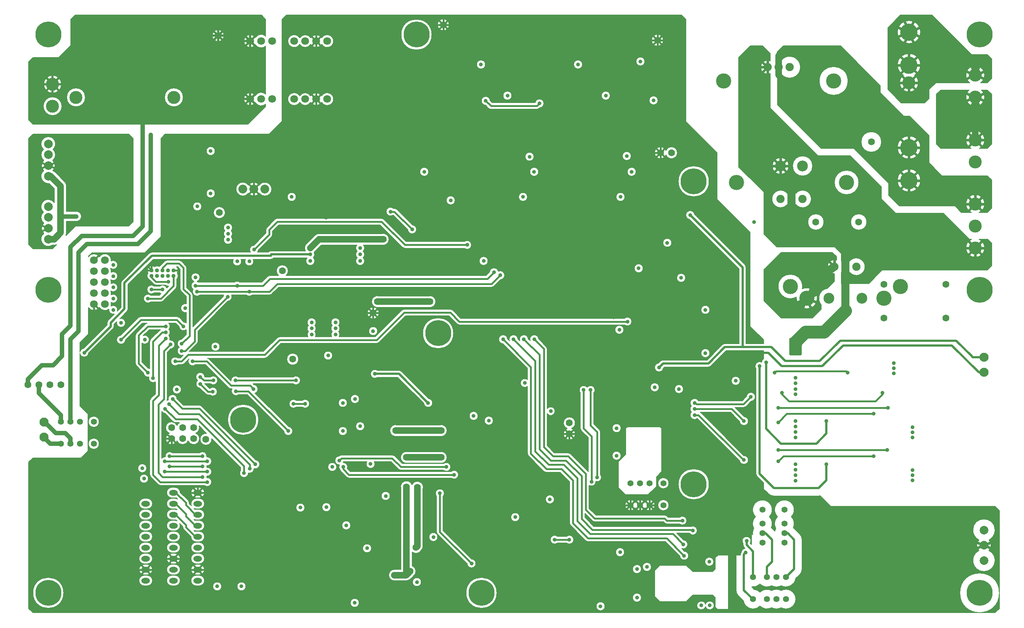
<source format=gbr>
G04 DesignSpark PCB Gerber Version 11.0 Build 5877*
G04 #@! TF.Part,Single*
G04 #@! TF.FileFunction,Copper,L4,Bot*
G04 #@! TF.FilePolarity,Positive*
%FSLAX35Y35*%
%MOIN*%
G04 #@! TA.AperFunction,ComponentPad*
%ADD28O,0.07874X0.05118*%
G04 #@! TD.AperFunction*
%ADD10C,0.00500*%
%ADD15C,0.01181*%
%ADD13C,0.01575*%
%ADD12C,0.01969*%
%ADD11C,0.02362*%
%ADD29C,0.02500*%
G04 #@! TA.AperFunction,ViaPad*
%ADD17C,0.03543*%
G04 #@! TA.AperFunction,ComponentPad*
%ADD26C,0.03740*%
G04 #@! TD.AperFunction*
%ADD14C,0.03937*%
G04 #@! TA.AperFunction,ComponentPad*
%ADD25C,0.05512*%
G04 #@! TD.AperFunction*
%ADD72C,0.05906*%
G04 #@! TA.AperFunction,ViaPad*
%ADD18C,0.06299*%
G04 #@! TA.AperFunction,ComponentPad*
%ADD20C,0.07087*%
G04 #@! TD.AperFunction*
%ADD16C,0.07480*%
G04 #@! TA.AperFunction,ComponentPad*
%ADD21C,0.07874*%
%ADD71C,0.08031*%
%ADD27C,0.08268*%
%ADD24C,0.09843*%
%ADD70C,0.11811*%
%ADD23C,0.13780*%
%ADD22C,0.15748*%
G04 #@! TA.AperFunction,WasherPad*
%ADD19C,0.23622*%
G04 #@! TD.AperFunction*
X0Y0D02*
D02*
D10*
X19077Y150644D02*
Y17573D01*
X23014Y13636D01*
X654510D01*
Y16785D01*
X645061D01*
X643093Y18754D01*
Y27415D01*
X640730Y29778D01*
X622620D01*
X616715Y23872D01*
X592699D01*
X587974Y28596D01*
Y52219D01*
X592699Y56943D01*
X616715D01*
X622620Y51037D01*
X640730D01*
X643093Y53400D01*
Y63636D01*
X645455Y65998D01*
X665874D01*
Y66781D01*
G75*
G02*
Y66784I1440J2D01*
G01*
G75*
G02*
Y66785I1471J1D01*
G01*
G75*
G02*
X666703Y68936I3203J0D01*
G01*
G75*
G02*
X670052Y72305I3948J-576D01*
G01*
X669177Y73180D01*
G75*
G02*
X668236Y75447I2262J2267D01*
G01*
Y76610D01*
G75*
G02*
X667449Y78990I3203J2380D01*
G01*
G75*
G02*
X675429I3990J0D01*
G01*
G75*
G02*
X674710Y76705I-3990J0D01*
G01*
X675770Y75646D01*
Y116785D01*
X686793D01*
Y131941D01*
X680988Y137746D01*
G75*
G02*
X680047Y140014I2262J2267D01*
G01*
Y235665D01*
G75*
G02*
X685166Y241546I3203J2380D01*
G01*
G75*
G02*
X685165Y241589I3978J58D01*
G01*
G75*
G02*
X686793Y244804I3990J0D01*
G01*
Y252165D01*
X653081D01*
X639061Y238145D01*
G75*
G02*
X636793Y237205I-2267J2262D01*
G01*
X596781D01*
X595859Y236282D01*
G75*
G02*
X587921Y236864I-3948J582D01*
G01*
G75*
G02*
X591330Y240812I3990J0D01*
G01*
X593187Y242670D01*
G75*
G02*
X595455Y243610I2267J-2262D01*
G01*
X635467D01*
X649487Y257630D01*
G75*
G02*
X651754Y258571I2267J-2262D01*
G01*
X664693D01*
Y326482D01*
X619676Y371499D01*
G75*
G02*
X616268Y375447I582J3948D01*
G01*
G75*
G02*
X624206Y376029I3990J0D01*
G01*
X670158Y330076D01*
G75*
G02*
X671098Y327809I-2262J-2267D01*
G01*
Y258571D01*
X686793D01*
Y262061D01*
X674589Y274266D01*
Y359699D01*
X644667Y389620D01*
Y432140D01*
X616321Y460486D01*
Y553400D01*
X612384Y557337D01*
X253329D01*
X249392Y553400D01*
Y460880D01*
X237581Y449069D01*
X143093D01*
X139156Y445132D01*
Y355762D01*
X124589Y341195D01*
X76557D01*
X73407Y338045D01*
Y337546D01*
G75*
G02*
X83250Y337287I4843J-3122D01*
G01*
G75*
G02*
X94012Y334423I5000J-2863D01*
G01*
G75*
G02*
X93965Y333689I-5761J-1D01*
G01*
G75*
G02*
X99839Y330171I1883J-3518D01*
G01*
G75*
G02*
X93389Y327030I-3990J0D01*
G01*
G75*
G02*
X93926Y323431I-5139J-2607D01*
G01*
G75*
G02*
X99839Y319935I1922J-3496D01*
G01*
G75*
G02*
X93556Y316669I-3990J0D01*
G01*
G75*
G02*
X94012Y314423I-5306J-2246D01*
G01*
G75*
G02*
X93873Y313166I-5761J0D01*
G01*
G75*
G02*
X99839Y309699I1976J-3467D01*
G01*
G75*
G02*
X93680Y306349I-3990J0D01*
G01*
G75*
G02*
X94012Y304423I-5430J-1926D01*
G01*
G75*
G02*
X93804Y302889I-5763J0D01*
G01*
G75*
G02*
X99839Y299463I2044J-3426D01*
G01*
G75*
G02*
X93777Y296052I-3990J0D01*
G01*
G75*
G02*
X93715Y292598I-5527J-1629D01*
G01*
G75*
G02*
X99690Y288149I2133J-3372D01*
G01*
X102882Y291341D01*
Y313636D01*
G75*
G02*
X103822Y315903I3203J0D01*
G01*
X128620Y340701D01*
G75*
G02*
X130888Y341642I2267J-2262D01*
G01*
X220547D01*
G75*
G02*
X223531Y347932I3254J2309D01*
G01*
X234575Y358976D01*
Y362061D01*
G75*
G02*
X235456Y364187I3006J0D01*
G01*
X242935Y371666D01*
G75*
G02*
X245061Y372547I2126J-2125D01*
G01*
X339549D01*
G75*
G02*
X341675Y371666I0J-3006D01*
G01*
X362054Y351287D01*
X414878D01*
G75*
G02*
X421492Y348281I2624J-3006D01*
G01*
G75*
G02*
X414878Y345276I-3990J0D01*
G01*
X360809D01*
G75*
G02*
X358683Y346157I0J3006D01*
G01*
X338304Y366535D01*
X246306D01*
X240587Y360816D01*
Y357730D01*
G75*
G02*
X239706Y355604I-3006J0D01*
G01*
X227782Y343681D01*
G75*
G02*
X227056Y341642I-3981J270D01*
G01*
X236671D01*
G75*
G02*
X239156Y342823I2484J-2022D01*
G01*
X270574D01*
G75*
G02*
X271326Y349182I4409J2703D01*
G01*
X279200Y357056D01*
G75*
G02*
X282860Y358571I3657J-3657D01*
G01*
X339683D01*
G75*
G02*
X346492Y353400I1441J-5171D01*
G01*
G75*
G02*
X339683Y348228I-5368J0D01*
G01*
X323193D01*
G75*
G02*
X322942Y342573I-2935J-2703D01*
G01*
G75*
G02*
Y336667I-2684J-2953D01*
G01*
G75*
G02*
X324248Y333715I-2684J-2953D01*
G01*
G75*
G02*
X316268I-3990J0D01*
G01*
G75*
G02*
X317574Y336667I3990J0D01*
G01*
G75*
G02*
Y342573I2684J2953D01*
G01*
G75*
G02*
X317322Y348228I2684J2953D01*
G01*
X284998D01*
X278639Y341869D01*
G75*
G02*
X278413Y341657I-3656J3661D01*
G01*
G75*
G02*
X277666Y336667I-3431J-2037D01*
G01*
G75*
G02*
X278972Y333715I-2684J-2953D01*
G01*
G75*
G02*
X270992I-3990J0D01*
G01*
G75*
G02*
X272047Y336417I3990J0D01*
G01*
X241640D01*
G75*
G02*
X239156Y335236I-2484J2022D01*
G01*
X222971D01*
G75*
G02*
X223461Y333321I-3500J-1915D01*
G01*
G75*
G02*
X215480I-3990J0D01*
G01*
G75*
G02*
X215970Y335236I3990J0D01*
G01*
X211947D01*
G75*
G02*
X212437Y333321I-3500J-1915D01*
G01*
G75*
G02*
X204457I-3990J0D01*
G01*
G75*
G02*
X204946Y335236I3990J0D01*
G01*
X132215D01*
X109287Y312309D01*
Y290014D01*
G75*
G02*
X108347Y287746I-3203J0D01*
G01*
X101857Y281257D01*
G75*
G02*
X106925Y277415I1078J-3842D01*
G01*
G75*
G02*
X98945I-3990J0D01*
G01*
G75*
G02*
X99093Y278493I3991J-1D01*
G01*
X96689Y276089D01*
Y274266D01*
G75*
G02*
X95748Y271998I-3203J0D01*
G01*
X73418Y249668D01*
G75*
G02*
X65533Y249601I-3948J582D01*
G01*
Y201825D01*
X73014Y194344D01*
Y160880D01*
X66715Y154581D01*
X23014D01*
X19077Y150644D01*
X254063Y391982D02*
G75*
G02*
X262043I3990J0D01*
G01*
G75*
G02*
X254063I-3990J0D01*
G01*
X285297Y483822D02*
G75*
G02*
X296059Y480959I5000J-2863D01*
G01*
G75*
G02*
X285297Y478095I-5762J0D01*
G01*
G75*
G02*
X275297I-5000J2863D01*
G01*
G75*
G02*
X265297I-5000J2863D01*
G01*
G75*
G02*
X254535Y480959I-5000J2863D01*
G01*
G75*
G02*
X265297Y483822I5762J0D01*
G01*
G75*
G02*
X275297I5000J-2863D01*
G01*
G75*
G02*
X285297I5000J-2863D01*
G01*
Y536578D02*
G75*
G02*
X296059Y533715I5000J-2863D01*
G01*
G75*
G02*
X285297Y530851I-5762J0D01*
G01*
G75*
G02*
X275297I-5000J2863D01*
G01*
G75*
G02*
X265297I-5000J2863D01*
G01*
G75*
G02*
X254535Y533715I-5000J2863D01*
G01*
G75*
G02*
X265297Y536578I5762J0D01*
G01*
G75*
G02*
X275297I5000J-2863D01*
G01*
G75*
G02*
X285297I5000J-2863D01*
G01*
X367772Y366436D02*
G75*
G02*
X371492Y362455I-270J-3981D01*
G01*
G75*
G02*
X363521Y362185I-3990J0D01*
G01*
X350262Y375443D01*
G75*
G02*
X343827Y378596I-2445J3153D01*
G01*
G75*
G02*
X350441Y381602I3990J0D01*
G01*
X351360D01*
G75*
G02*
X353486Y380721I0J-3006D01*
G01*
X367772Y366436D01*
X357409Y539620D02*
G75*
G02*
X385469I14030J0D01*
G01*
G75*
G02*
X357409I-14030J0D01*
G01*
X374535Y414817D02*
G75*
G02*
X382516I3990J0D01*
G01*
G75*
G02*
X374535I-3990J0D01*
G01*
X395848Y553925D02*
G75*
G02*
X401217Y548557I0J-5368D01*
G01*
G75*
G02*
X395848Y543189I-5368J0D01*
G01*
G75*
G02*
X390480Y548557I0J5368D01*
G01*
G75*
G02*
X395848Y553925I5368J0D01*
G01*
X398551Y388833D02*
G75*
G02*
X406531I3990J0D01*
G01*
G75*
G02*
X398551I-3990J0D01*
G01*
X426110Y512455D02*
G75*
G02*
X434091I3990J0D01*
G01*
G75*
G02*
X426110I-3990J0D01*
G01*
X428472Y333715D02*
G75*
G02*
X436453I3990J0D01*
G01*
G75*
G02*
X428472I-3990J0D01*
G01*
X479312Y477665D02*
G75*
G02*
X487240Y477022I3938J-644D01*
G01*
G75*
G02*
X483520Y473041I-3990J0D01*
G01*
X483014Y472535D01*
G75*
G02*
X480888Y471654I-2126J2125D01*
G01*
X439136D01*
G75*
G02*
X437010Y472535I0J3006D01*
G01*
X434141Y475403D01*
G75*
G02*
X430421Y479384I270J3981D01*
G01*
G75*
G02*
X438393Y479654I3990J0D01*
G01*
X440381Y477665D01*
X479312D01*
X464299Y391982D02*
G75*
G02*
X472280I3990J0D01*
G01*
G75*
G02*
X464299I-3990J0D01*
G01*
X470205Y428596D02*
G75*
G02*
X478185I3990J0D01*
G01*
G75*
G02*
X470205I-3990J0D01*
G01*
X474437Y414817D02*
G75*
G02*
X482417I3990J0D01*
G01*
G75*
G02*
X474437I-3990J0D01*
G01*
X450126Y484108D02*
G75*
G02*
X458106I3990J0D01*
G01*
G75*
G02*
X450126I-3990J0D01*
G01*
X514299Y512455D02*
G75*
G02*
X522280I3990J0D01*
G01*
G75*
G02*
X514299I-3990J0D01*
G01*
X539496Y484108D02*
G75*
G02*
X547476I3990J0D01*
G01*
G75*
G02*
X539496I-3990J0D01*
G01*
X552882Y391982D02*
G75*
G02*
X560862I3990J0D01*
G01*
G75*
G02*
X552882I-3990J0D01*
G01*
X558591Y429187D02*
G75*
G02*
X566571I3990J0D01*
G01*
G75*
G02*
X558591I-3990J0D01*
G01*
X563020Y414817D02*
G75*
G02*
X571000I3990J0D01*
G01*
G75*
G02*
X563020I-3990J0D01*
G01*
X569417Y327022D02*
G75*
G02*
X577398I3990J0D01*
G01*
G75*
G02*
X569417I-3990J0D01*
G01*
X570992Y515211D02*
G75*
G02*
X578972I3990J0D01*
G01*
G75*
G02*
X570992I-3990J0D01*
G01*
X582941Y479778D02*
G75*
G02*
X590921I3990J0D01*
G01*
G75*
G02*
X582941I-3990J0D01*
G01*
X583984Y218754D02*
G75*
G02*
X591965I3990J0D01*
G01*
G75*
G02*
X583984I-3990J0D01*
G01*
X598209Y434093D02*
G75*
G02*
X608577Y432140I5000J-1954D01*
G01*
G75*
G02*
X598209Y430186I-5368J0D01*
G01*
G75*
G02*
X587841Y432140I-5000J1954D01*
G01*
G75*
G02*
X598209Y434093I5368J0D01*
G01*
X608000Y318360D02*
G75*
G02*
X615980I3990J0D01*
G01*
G75*
G02*
X608000I-3990J0D01*
G01*
X595402Y350250D02*
G75*
G02*
X603382I3990J0D01*
G01*
G75*
G02*
X595402I-3990J0D01*
G01*
X585087Y534502D02*
G75*
G02*
X595823I5368J0D01*
G01*
G75*
G02*
X585087I-5368J0D01*
G01*
X609378Y406156D02*
G75*
G02*
X637437I14030J0D01*
G01*
G75*
G02*
X609378I-14030J0D01*
G01*
X168236Y383321D02*
G75*
G02*
X176217I3990J0D01*
G01*
G75*
G02*
X168236I-3990J0D01*
G01*
X180441Y395132D02*
G75*
G02*
X188421I3990J0D01*
G01*
G75*
G02*
X180441I-3990J0D01*
G01*
X192305Y383059D02*
G75*
G02*
X197673Y377691I0J-5368D01*
G01*
G75*
G02*
X192305Y372323I-5368J0D01*
G01*
G75*
G02*
X186937Y377691I0J5368D01*
G01*
G75*
G02*
X192305Y383059I5368J0D01*
G01*
X196189Y364030D02*
G75*
G02*
X204169I3990J0D01*
G01*
G75*
G02*
X203065Y361274I-3990J0D01*
G01*
G75*
G02*
Y355762I-2885J-2756D01*
G01*
G75*
G02*
X204169Y353006I-2885J-2756D01*
G01*
G75*
G02*
X196189I-3990J0D01*
G01*
G75*
G02*
X197294Y355762I3990J0D01*
G01*
G75*
G02*
Y361274I2885J2756D01*
G01*
G75*
G02*
X196189Y364030I2885J2756D01*
G01*
X180441Y433715D02*
G75*
G02*
X188421I3990J0D01*
G01*
G75*
G02*
X180441I-3990J0D01*
G01*
X228644Y402793D02*
G75*
G02*
X239878Y399069I5000J-3724D01*
G01*
G75*
G02*
X228644Y395345I-6234J0D01*
G01*
G75*
G02*
X218644I-5000J3724D01*
G01*
G75*
G02*
X207409Y399069I-5000J3724D01*
G01*
G75*
G02*
X218644Y402793I6234J0D01*
G01*
G75*
G02*
X228644I5000J-3724D01*
G01*
X560547Y281602D02*
G75*
G02*
X567161Y278596I2624J-3006D01*
G01*
G75*
G02*
X560547Y275591I-3990J0D01*
G01*
X410415D01*
G75*
G02*
X408289Y276472I0J3006D01*
G01*
X400902Y283858D01*
X361661D01*
X337344Y259543D01*
G75*
G02*
X335219Y258661I-2126J2125D01*
G01*
X248275D01*
X235770Y246157D01*
G75*
G02*
X233644Y245276I-2126J2125D01*
G01*
X181680D01*
G75*
G02*
X183014Y244501I-793J-2900D01*
G01*
X202907Y224608D01*
G75*
G02*
X202882Y225053I3967J444D01*
G01*
G75*
G02*
X209496Y228059I3990J0D01*
G01*
X259366D01*
G75*
G02*
X265980Y225053I2624J-3006D01*
G01*
G75*
G02*
X259366Y222047I-3990J0D01*
G01*
X222791D01*
X223678Y221160D01*
G75*
G02*
X224730Y213415I-270J-3981D01*
G01*
X255174Y182971D01*
G75*
G02*
X258894Y178990I-270J-3981D01*
G01*
G75*
G02*
X250922Y178720I-3990J0D01*
G01*
X217438Y212205D01*
X209890D01*
G75*
G02*
X203880Y217323I-2624J3006D01*
G01*
X202935D01*
G75*
G02*
X200809Y218204I0J3006D01*
G01*
X179643Y239370D01*
X170539D01*
G75*
G02*
X164811Y244883I-2624J3006D01*
G01*
X160179Y240251D01*
G75*
G02*
X158053Y239370I-2126J2125D01*
G01*
X154772D01*
G75*
G02*
X148157Y242376I-2624J3006D01*
G01*
G75*
G02*
X154772Y245382I3990J0D01*
G01*
X156808D01*
X159554Y248128D01*
G75*
G02*
X155880Y255171I-1500J3697D01*
G01*
G75*
G02*
X157783Y262499I2173J3346D01*
G01*
X162134Y266850D01*
Y271161D01*
G75*
G02*
X155647Y273996I-2506J3105D01*
G01*
X152477Y277165D01*
X146227D01*
G75*
G02*
X146372Y271510I-2741J-2900D01*
G01*
G75*
G02*
Y265998I-2885J-2756D01*
G01*
G75*
G02*
X147151Y261665I-2885J-2756D01*
G01*
G75*
G02*
X151807Y257730I666J-3934D01*
G01*
G75*
G02*
X148087Y253749I-3990J0D01*
G01*
X144917Y250580D01*
Y208124D01*
G75*
G02*
X144635Y206852I-3006J0D01*
G01*
G75*
G02*
X145878Y207317I2001J-3452D01*
G01*
G75*
G02*
X145795Y208124I3909J806D01*
G01*
G75*
G02*
X153767Y208394I3990J0D01*
G01*
X159692Y202469D01*
X174195D01*
G75*
G02*
X176321Y201587I0J-3006D01*
G01*
X225252Y152656D01*
G75*
G02*
X228972Y148675I-270J-3981D01*
G01*
G75*
G02*
X223853Y144848I-3990J0D01*
G01*
G75*
G02*
X223854Y144738I-3996J-112D01*
G01*
G75*
G02*
X218735Y140911I-3990J0D01*
G01*
G75*
G02*
X218736Y140801I-3996J-112D01*
G01*
G75*
G02*
X210756I-3990J0D01*
G01*
G75*
G02*
X211740Y143425I3990J0D01*
G01*
Y145855D01*
X185428Y172167D01*
G75*
G02*
X185469Y171510I-5328J-659D01*
G01*
G75*
G02*
X174732I-5368J0D01*
G01*
G75*
G02*
X180758Y176837I5368J0D01*
G01*
X173961Y183635D01*
G75*
G02*
X170794Y177022I-5120J-1613D01*
G01*
G75*
G02*
X168841Y166654I-1954J-5000D01*
G01*
G75*
G02*
X163841Y170068I0J5368D01*
G01*
G75*
G02*
X153841I-5000J1954D01*
G01*
G75*
G02*
X143472Y172022I-5000J1954D01*
G01*
G75*
G02*
X146887Y177022I5368J0D01*
G01*
G75*
G02*
X148841Y187390I1954J5000D01*
G01*
G75*
G02*
X153841Y183975I0J-5368D01*
G01*
G75*
G02*
X156061Y186614I5000J-1954D01*
G01*
X152541D01*
G75*
G02*
X150415Y187495I0J3006D01*
G01*
X142822Y195088D01*
G75*
G02*
X139799Y196816I270J3981D01*
G01*
Y154172D01*
G75*
G02*
X143111Y155400I2900J-2741D01*
G01*
G75*
G02*
X149654Y159161I3918J756D01*
G01*
X174327D01*
G75*
G02*
X180869Y155400I2624J-3006D01*
G01*
G75*
G02*
X185272Y151431I413J-3969D01*
G01*
G75*
G02*
X180869Y147462I-3990J0D01*
G01*
G75*
G02*
X180941Y146707I-3917J-755D01*
G01*
G75*
G02*
X180869Y145951I-3989J-1D01*
G01*
G75*
G02*
X185272Y141982I413J-3969D01*
G01*
G75*
G02*
X180869Y138013I-3990J0D01*
G01*
G75*
G02*
X180941Y137258I-3917J-755D01*
G01*
G75*
G02*
X180869Y136502I-3989J-1D01*
G01*
G75*
G02*
X185272Y132533I413J-3969D01*
G01*
G75*
G02*
X178657Y129528I-3990J0D01*
G01*
X138762D01*
G75*
G02*
X136636Y130409I0J3006D01*
G01*
X129944Y137100D01*
G75*
G02*
X129063Y139226I2125J2126D01*
G01*
Y206549D01*
G75*
G02*
X129944Y208675I3006J0D01*
G01*
X134181Y212913D01*
Y223636D01*
G75*
G02*
X128276Y228260I-2112J3385D01*
G01*
G75*
G02*
X123363Y231870I-931J3880D01*
G01*
X116952Y238281D01*
G75*
G02*
X116071Y240407I2125J2126D01*
G01*
Y265998D01*
G75*
G02*
X116952Y268124I3006J0D01*
G01*
X125219Y276391D01*
G75*
G02*
X126552Y277165I2126J-2125D01*
G01*
X122291D01*
X106916Y261791D01*
G75*
G02*
X98945Y262061I-3981J270D01*
G01*
G75*
G02*
X102665Y266042I3990J0D01*
G01*
X118919Y282296D01*
G75*
G02*
X121045Y283177I2126J-2125D01*
G01*
X153722D01*
G75*
G02*
X155848Y282296I0J-3006D01*
G01*
X159898Y278247D01*
G75*
G02*
X162134Y277371I-270J-3981D01*
G01*
Y286921D01*
G75*
G02*
X157213Y290801I-931J3880D01*
G01*
G75*
G02*
X162134Y294681I3990J0D01*
G01*
Y301367D01*
X157503Y305998D01*
G75*
G02*
X156622Y308124I2125J2126D01*
G01*
Y326170D01*
X154446Y328346D01*
X153330D01*
G75*
G02*
X153965Y322691I-2600J-3156D01*
G01*
G75*
G02*
X153736Y317419I-3235J-2500D01*
G01*
Y311037D01*
G75*
G02*
X152855Y308911I-3006J0D01*
G01*
X141281Y297338D01*
G75*
G02*
X139156Y296457I-2126J2125D01*
G01*
X129969D01*
G75*
G02*
X123354Y299463I-2624J3006D01*
G01*
G75*
G02*
X129969Y302469I3990J0D01*
G01*
X137910D01*
X139407Y303966D01*
G75*
G02*
X138106Y304724I1323J3764D01*
G01*
X133118D01*
G75*
G02*
X126504Y307730I-2624J3006D01*
G01*
G75*
G02*
X133118Y310736I3990J0D01*
G01*
X138106D01*
G75*
G02*
X144495Y309053I2624J-3006D01*
G01*
X146291Y310849D01*
G75*
G02*
X143244Y311811I-423J3968D01*
G01*
X134667D01*
G75*
G02*
X132541Y312692I0J3006D01*
G01*
X128606Y316628D01*
G75*
G02*
X128446Y316800I2124J2129D01*
G01*
G75*
G02*
X127495Y322691I2284J3391D01*
G01*
G75*
G02*
X133230Y328426I3235J2500D01*
G01*
G75*
G02*
X137972Y328610I2500J-3235D01*
G01*
G75*
G02*
X138606Y329541I2758J-1195D01*
G01*
X142541Y333477D01*
G75*
G02*
X144667Y334358I2126J-2125D01*
G01*
X155691D01*
G75*
G02*
X157817Y333477I0J-3006D01*
G01*
X161753Y329541D01*
G75*
G02*
X162634Y327415I-2125J-2126D01*
G01*
Y309369D01*
X167265Y304738D01*
G75*
G02*
X168146Y302612I-2125J-2126D01*
G01*
Y273649D01*
X195804Y301307D01*
G75*
G02*
X196184Y302756I3981J-270D01*
G01*
X174457D01*
G75*
G02*
X168480Y307926I-2624J3006D01*
G01*
G75*
G02*
X169261Y315014I2171J3348D01*
G01*
G75*
G02*
X166661Y318754I1390J3740D01*
G01*
G75*
G02*
X174642I3990J0D01*
G01*
G75*
G02*
X172042Y315014I-3990J0D01*
G01*
G75*
G02*
X173276Y314280I-1390J-3740D01*
G01*
X205823D01*
G75*
G02*
X211071I2624J-3006D01*
G01*
X230824D01*
X236242Y319698D01*
G75*
G02*
X238368Y320579I2126J-2125D01*
G01*
X246022D01*
G75*
G02*
X244142Y324659I3488J4081D01*
G01*
G75*
G02*
X254878I5368J0D01*
G01*
G75*
G02*
X252998Y320579I-5368J0D01*
G01*
X434761D01*
X437930Y323748D01*
G75*
G02*
X445821Y324274I3981J-270D01*
G01*
G75*
G02*
X451630Y320722I1819J-3552D01*
G01*
G75*
G02*
X447910Y316741I-3990J0D01*
G01*
X441892Y310724D01*
G75*
G02*
X439766Y309843I-2126J2125D01*
G01*
X246306D01*
X240100Y303637D01*
G75*
G02*
X237974Y302756I-2126J2125D01*
G01*
X222094D01*
G75*
G02*
X216846I-2624J3006D01*
G01*
X203387D01*
G75*
G02*
X200056Y297056I-3601J-1719D01*
G01*
X172870Y269871D01*
Y260486D01*
G75*
G02*
X171989Y258360I-3006J0D01*
G01*
X164917Y251287D01*
X232398D01*
X244904Y263792D01*
G75*
G02*
X247030Y264673I2126J-2125D01*
G01*
X272778D01*
G75*
G02*
X273278Y269541I3385J2112D01*
G01*
G75*
G02*
Y275053I2885J2756D01*
G01*
G75*
G02*
X272173Y277809I2885J2756D01*
G01*
G75*
G02*
X280154I3990J0D01*
G01*
G75*
G02*
X279049Y275053I-3990J0D01*
G01*
G75*
G02*
Y269541I-2885J-2756D01*
G01*
G75*
G02*
X279549Y264673I-2885J-2756D01*
G01*
X294431D01*
G75*
G02*
X294931Y269541I3385J2112D01*
G01*
G75*
G02*
Y275053I2885J2756D01*
G01*
G75*
G02*
X293827Y277809I2885J2756D01*
G01*
G75*
G02*
X301807I3990J0D01*
G01*
G75*
G02*
X300702Y275053I-3990J0D01*
G01*
G75*
G02*
Y269541I-2885J-2756D01*
G01*
G75*
G02*
X301202Y264673I-2885J-2756D01*
G01*
X333973D01*
X358289Y288989D01*
G75*
G02*
X360415Y289870I2126J-2125D01*
G01*
X402148D01*
G75*
G02*
X404274Y288989I0J-3006D01*
G01*
X411661Y281602D01*
X560547D01*
X332069Y291720D02*
G75*
G02*
X337437Y286352I0J-5368D01*
G01*
G75*
G02*
X332069Y280984I-5368J0D01*
G01*
G75*
G02*
X326701Y286352I0J5368D01*
G01*
G75*
G02*
X332069Y291720I5368J0D01*
G01*
X328079Y269935D02*
G75*
G02*
X336059I3990J0D01*
G01*
G75*
G02*
X328079I-3990J0D01*
G01*
X382203Y301878D02*
G75*
G02*
X389012Y296707I1441J-5171D01*
G01*
G75*
G02*
X382203Y291535I-5368J0D01*
G01*
X337446D01*
G75*
G02*
X330638Y296707I-1441J5171D01*
G01*
G75*
G02*
X337446Y301878I5368J0D01*
G01*
X382203D01*
X184772Y255762D02*
G75*
G02*
X192752I3990J0D01*
G01*
G75*
G02*
X184772I-3990J0D01*
G01*
X419417Y192770D02*
G75*
G02*
X427398I3990J0D01*
G01*
G75*
G02*
X419417I-3990J0D01*
G01*
X433197Y188439D02*
G75*
G02*
X441177I3990J0D01*
G01*
G75*
G02*
X433197I-3990J0D01*
G01*
X621380Y92232D02*
G75*
G02*
X626611Y88439I1240J-3793D01*
G01*
G75*
G02*
X619303Y86220I-3991J0D01*
G01*
X607830D01*
X614229Y79822D01*
G75*
G02*
X617949Y75841I-270J-3981D01*
G01*
G75*
G02*
X612458Y72143I-3990J0D01*
G01*
X615016Y69585D01*
G75*
G02*
X618736Y65604I-270J-3981D01*
G01*
G75*
G02*
X610765Y65334I-3990J0D01*
G01*
X597753Y78346D01*
X527344D01*
G75*
G02*
X525219Y79228I0J3006D01*
G01*
X511440Y93006D01*
G75*
G02*
X510559Y95132I2125J2126D01*
G01*
Y132863D01*
X502083Y141339D01*
X489549D01*
G75*
G02*
X487423Y142220I0J3006D01*
G01*
X473251Y156392D01*
G75*
G02*
X472370Y158518I2125J2126D01*
G01*
Y219586D01*
G75*
G02*
X465874Y222691I-2506J3105D01*
G01*
G75*
G02*
X472370Y225796I3990J0D01*
G01*
Y236013D01*
X449909Y258474D01*
G75*
G02*
X446189Y262455I270J3981D01*
G01*
G75*
G02*
X454160Y262725I3990J0D01*
G01*
X455931Y260954D01*
G75*
G02*
X455638Y262455I3697J1500D01*
G01*
G75*
G02*
X463609Y262725I3990J0D01*
G01*
X465380Y260954D01*
G75*
G02*
X465087Y262455I3697J1500D01*
G01*
G75*
G02*
X473058Y262725I3990J0D01*
G01*
X474828Y260954D01*
G75*
G02*
X474535Y262455I3697J1500D01*
G01*
G75*
G02*
X482507Y262725I3990J0D01*
G01*
X489312Y255919D01*
G75*
G02*
X490193Y253793I-2125J-2126D01*
G01*
Y199353D01*
G75*
G02*
X497476Y197100I3293J-2253D01*
G01*
G75*
G02*
X490193Y194848I-3990J0D01*
G01*
Y165669D01*
X496700Y159161D01*
X509234D01*
G75*
G02*
X511360Y158280I0J-3006D01*
G01*
X527488Y142153D01*
Y173020D01*
X521283Y179226D01*
G75*
G02*
X520402Y181352I2125J2126D01*
G01*
Y213768D01*
G75*
G02*
X519417Y216392I3006J2624D01*
G01*
G75*
G02*
X526557Y218841I3990J0D01*
G01*
G75*
G02*
X533697Y216392I3150J-2450D01*
G01*
G75*
G02*
X532713Y213768I-3990J0D01*
G01*
Y185354D01*
X537737Y180329D01*
G75*
G02*
X538618Y178203I-2125J-2126D01*
G01*
Y139488D01*
G75*
G02*
X534483Y133037I-3006J-2624D01*
G01*
G75*
G02*
X534484Y132927I-3996J-112D01*
G01*
G75*
G02*
X528382Y129542I-3990J0D01*
G01*
Y108582D01*
X534495Y102469D01*
X597030D01*
G75*
G02*
X599156Y101587I0J-3006D01*
G01*
X600243Y100500D01*
X610547D01*
G75*
G02*
X617161Y97494I2624J-3006D01*
G01*
G75*
G02*
X610547Y94488I-3990J0D01*
G01*
X598998D01*
G75*
G02*
X596872Y95369I0J3006D01*
G01*
X595784Y96457D01*
X533250D01*
G75*
G02*
X531124Y97338I0J3006D01*
G01*
X524445Y104017D01*
Y100314D01*
X532527Y92232D01*
X621380D01*
X534772Y19541D02*
G75*
G02*
X542752I3990J0D01*
G01*
G75*
G02*
X534772I-3990J0D01*
G01*
X552488Y68754D02*
G75*
G02*
X560469I3990J0D01*
G01*
G75*
G02*
X552488I-3990J0D01*
G01*
X567843Y27415D02*
G75*
G02*
X575823I3990J0D01*
G01*
G75*
G02*
X567843I-3990J0D01*
G01*
Y53400D02*
G75*
G02*
X575823I3990J0D01*
G01*
G75*
G02*
X567843I-3990J0D01*
G01*
X576898Y55368D02*
G75*
G02*
X584878I3990J0D01*
G01*
G75*
G02*
X576898I-3990J0D01*
G01*
X492699Y120776D02*
G75*
G02*
X496689Y116785I0J-3990D01*
G01*
G75*
G02*
X492699Y112795I-3990J0D01*
G01*
G75*
G02*
X488709Y116785I0J3990D01*
G01*
G75*
G02*
X492699Y120776I3990J0D01*
G01*
X507791Y83177D02*
G75*
G02*
X514406Y80171I2624J-3006D01*
G01*
G75*
G02*
X507791Y77165I-3990J0D01*
G01*
X499654D01*
G75*
G02*
X493039Y80171I-2624J3006D01*
G01*
G75*
G02*
X499654Y83177I3990J0D01*
G01*
X507791D01*
X457213Y100644D02*
G75*
G02*
X465193I3990J0D01*
G01*
G75*
G02*
X457213I-3990J0D01*
G01*
X510415Y191722D02*
G75*
G02*
X512369Y181354I0J-5368D01*
G01*
G75*
G02*
X510415Y170986I-1954J-5000D01*
G01*
G75*
G02*
X508462Y181354I0J5368D01*
G01*
G75*
G02*
X510415Y191722I1954J5000D01*
G01*
X549339Y156549D02*
G75*
G02*
X557319I3990J0D01*
G01*
G75*
G02*
X549339I-3990J0D01*
G01*
X592699Y182927D02*
X594274Y181352D01*
Y141982D01*
X589549Y137258D01*
Y128596D01*
X582069Y121116D01*
X561203D01*
X554904Y127415D01*
Y151037D01*
X561596Y157730D01*
Y181352D01*
X563171Y182927D01*
X592699D01*
X590874Y111510D02*
G75*
G02*
X600823I4974J0D01*
G01*
G75*
G02*
X590874I-4974J0D01*
G01*
Y131510D02*
G75*
G02*
X600823I4974J0D01*
G01*
G75*
G02*
X590874I-4974J0D01*
G01*
X578919Y113957D02*
G75*
G02*
X588224Y111510I4331J-2447D01*
G01*
G75*
G02*
X578919Y109063I-4974J0D01*
G01*
G75*
G02*
X570258I-4331J2447D01*
G01*
G75*
G02*
X560953Y111510I-4331J2447D01*
G01*
G75*
G02*
X570258Y113957I4974J0D01*
G01*
G75*
G02*
X578919I4331J-2447D01*
G01*
X549339Y181589D02*
G75*
G02*
X557319I3990J0D01*
G01*
G75*
G02*
X549339I-3990J0D01*
G01*
X551839Y271116D02*
G75*
G02*
X559819I3990J0D01*
G01*
G75*
G02*
X551839I-3990J0D01*
G01*
X377094Y267967D02*
G75*
G02*
X405154I14030J0D01*
G01*
G75*
G02*
X377094I-14030J0D01*
G01*
X253591Y244344D02*
G75*
G02*
X264327I5368J0D01*
G01*
G75*
G02*
X253591I-5368J0D01*
G01*
X285559Y109699D02*
G75*
G02*
X293539I3990J0D01*
G01*
G75*
G02*
X285559I-3990J0D01*
G01*
X287134Y247652D02*
G75*
G02*
X295114I3990J0D01*
G01*
G75*
G02*
X287134I-3990J0D01*
G01*
X290933Y146313D02*
G75*
G02*
X298913I3990J0D01*
G01*
G75*
G02*
X290933I-3990J0D01*
G01*
X403067Y142232D02*
G75*
G02*
X409681Y139226I2624J-3006D01*
G01*
G75*
G02*
X403067Y136220I-3990J0D01*
G01*
X310022D01*
G75*
G02*
X307896Y137102I0J3006D01*
G01*
X302779Y142219D01*
G75*
G02*
X301996Y143580I2124J2126D01*
G01*
G75*
G02*
X301403Y148229I2907J2733D01*
G01*
G75*
G02*
X301090Y156200I-43J3990D01*
G01*
X301203Y156312D01*
G75*
G02*
X303329Y157193I2126J-2125D01*
G01*
X349392D01*
G75*
G02*
X351518Y156312I0J-3006D01*
G01*
X358511Y149319D01*
X395980D01*
G75*
G02*
X402594Y146313I2624J-3006D01*
G01*
G75*
G02*
X395980Y143307I-3990J0D01*
G01*
X357266D01*
G75*
G02*
X355140Y144188I0J3006D01*
G01*
X348146Y151181D01*
X333092D01*
G75*
G02*
X333697Y149069I-3385J-2112D01*
G01*
G75*
G02*
X325717I-3990J0D01*
G01*
G75*
G02*
X326321Y151181I3990J0D01*
G01*
X305213D01*
G75*
G02*
X304861Y150303I-3854J1036D01*
G01*
G75*
G02*
X308625Y144874I43J-3990D01*
G01*
X311267Y142232D01*
X403067D01*
X322567Y72297D02*
G75*
G02*
X330547I3990J0D01*
G01*
G75*
G02*
X322567I-3990J0D01*
G01*
X339496Y119935D02*
G75*
G02*
X347476I3990J0D01*
G01*
G75*
G02*
X339496I-3990J0D01*
G01*
X367391Y130139D02*
G75*
G02*
X377398Y126369I4836J-2331D01*
G01*
Y74266D01*
G75*
G02*
X375883Y70609I-5172J0D01*
G01*
X375727Y70453D01*
G75*
G02*
X367555Y69003I-4681J2632D01*
G01*
Y56407D01*
G75*
G02*
X368471Y46935I-2022J-4976D01*
G01*
X366673Y44881D01*
G75*
G02*
X364688Y43476I-3896J3401D01*
G01*
G75*
G02*
X361987Y42717I-2698J4411D01*
G01*
X351360D01*
G75*
G02*
X346189Y47888I0J5171D01*
G01*
G75*
G02*
X351360Y53059I5171J0D01*
G01*
X357213D01*
Y126762D01*
G75*
G02*
X367391Y130139I5171J1441D01*
G01*
X367843Y41589D02*
G75*
G02*
X375823I3990J0D01*
G01*
G75*
G02*
X367843I-3990J0D01*
G01*
X382803Y82533D02*
G75*
G02*
X390783I3990J0D01*
G01*
G75*
G02*
X382803I-3990J0D01*
G01*
X421709Y62499D02*
G75*
G02*
X425429Y58518I-270J-3981D01*
G01*
G75*
G02*
X417458Y58248I-3990J0D01*
G01*
X390574Y85132D01*
G75*
G02*
X389693Y87258I2125J2126D01*
G01*
Y119673D01*
G75*
G02*
X388709Y122297I3006J2624D01*
G01*
G75*
G02*
X396689I3990J0D01*
G01*
G75*
G02*
X395705Y119673I-3990J0D01*
G01*
Y88503D01*
X421709Y62499D01*
X416465Y31746D02*
G75*
G02*
X444524I14030J0D01*
G01*
G75*
G02*
X416465I-14030J0D01*
G01*
X303669Y93163D02*
G75*
G02*
X311650I3990J0D01*
G01*
G75*
G02*
X303669I-3990J0D01*
G01*
X311346Y22691D02*
G75*
G02*
X319327I3990J0D01*
G01*
G75*
G02*
X311346I-3990J0D01*
G01*
X300520Y178990D02*
G75*
G02*
X308500I3990J0D01*
G01*
G75*
G02*
X300520I-3990J0D01*
G01*
Y204581D02*
G75*
G02*
X308500I3990J0D01*
G01*
G75*
G02*
X300520I-3990J0D01*
G01*
X311543Y208124D02*
G75*
G02*
X319524I3990J0D01*
G01*
G75*
G02*
X311543I-3990J0D01*
G01*
X316268Y183321D02*
G75*
G02*
X324248I3990J0D01*
G01*
G75*
G02*
X316268I-3990J0D01*
G01*
X382651Y208528D02*
G75*
G02*
X386059Y204581I-582J-3948D01*
G01*
G75*
G02*
X378121Y203999I-3990J0D01*
G01*
X354364Y227756D01*
X336024D01*
G75*
G02*
X329654Y230959I-2380J3203D01*
G01*
G75*
G02*
X336024Y234161I3990J0D01*
G01*
X355691D01*
G75*
G02*
X357958Y233221I0J-3203D01*
G01*
X382651Y208528D01*
X392439Y184555D02*
G75*
G02*
X399248Y179384I1441J-5171D01*
G01*
G75*
G02*
X392439Y174213I-5368J0D01*
G01*
X353982D01*
G75*
G02*
X347173Y179384I-1441J5171D01*
G01*
G75*
G02*
X353982Y184555I5368J0D01*
G01*
X392439D01*
Y160146D02*
G75*
G02*
X399248Y154974I1441J-5171D01*
G01*
G75*
G02*
X392439Y149803I-5368J0D01*
G01*
X363824D01*
G75*
G02*
X357016Y154974I-1441J5171D01*
G01*
G75*
G02*
X363824Y160146I5368J0D01*
G01*
X392439D01*
X267634Y206799D02*
G75*
G02*
X274248Y203793I2624J-3006D01*
G01*
G75*
G02*
X267634Y200787I-3990J0D01*
G01*
X262252D01*
G75*
G02*
X255638Y203793I-2624J3006D01*
G01*
G75*
G02*
X262252Y206799I3990J0D01*
G01*
X267634D01*
X261937Y109305D02*
G75*
G02*
X269917I3990J0D01*
G01*
G75*
G02*
X261937I-3990J0D01*
G01*
X199929Y189226D02*
G75*
G02*
X227988I14030J0D01*
G01*
G75*
G02*
X199929I-14030J0D01*
G01*
X184169Y228059D02*
G75*
G02*
X190783Y225053I2624J-3006D01*
G01*
G75*
G02*
X184169Y222047I-3990J0D01*
G01*
X179090D01*
X183314Y217823D01*
X183776D01*
G75*
G02*
X190390Y214817I2624J-3006D01*
G01*
G75*
G02*
X183776Y211811I-3990J0D01*
G01*
X182069D01*
G75*
G02*
X179943Y212692I0J3006D01*
G01*
X174712Y217922D01*
G75*
G02*
X172533Y225053I270J3981D01*
G01*
G75*
G02*
X170992Y228203I2450J3150D01*
G01*
G75*
G02*
X178963Y228473I3990J0D01*
G01*
X179377Y228059D01*
X184169D01*
X149732Y216785D02*
G75*
G02*
X157713I3990J0D01*
G01*
G75*
G02*
X149732I-3990J0D01*
G01*
X186346Y37652D02*
G75*
G02*
X194327I3990J0D01*
G01*
G75*
G02*
X186346I-3990J0D01*
G01*
X208394D02*
G75*
G02*
X216374I3990J0D01*
G01*
G75*
G02*
X208394I-3990J0D01*
G01*
X151951Y47705D02*
G75*
G02*
X156728Y42927I0J-4778D01*
G01*
G75*
G02*
X151951Y38150I-4778J0D01*
G01*
X149195D01*
G75*
G02*
X144417Y42927I0J4778D01*
G01*
G75*
G02*
X149195Y47705I4778J0D01*
G01*
X151951D01*
Y57705D02*
G75*
G02*
X156728Y52927I0J-4778D01*
G01*
G75*
G02*
X151951Y48150I-4778J0D01*
G01*
X149195D01*
G75*
G02*
X144417Y52927I0J4778D01*
G01*
G75*
G02*
X149195Y57705I4778J0D01*
G01*
X151951D01*
Y67705D02*
G75*
G02*
X156728Y62927I0J-4778D01*
G01*
G75*
G02*
X151951Y58150I-4778J0D01*
G01*
X149195D01*
G75*
G02*
X144417Y62927I0J4778D01*
G01*
G75*
G02*
X149195Y67705I4778J0D01*
G01*
X151951D01*
Y77705D02*
G75*
G02*
X156728Y72927I0J-4778D01*
G01*
G75*
G02*
X151951Y68150I-4778J0D01*
G01*
X149195D01*
G75*
G02*
X144417Y72927I0J4778D01*
G01*
G75*
G02*
X149195Y77705I4778J0D01*
G01*
X151951D01*
Y87705D02*
G75*
G02*
X156728Y82927I0J-4778D01*
G01*
G75*
G02*
X151951Y78150I-4778J0D01*
G01*
X149195D01*
G75*
G02*
X144417Y82927I0J4778D01*
G01*
G75*
G02*
X149195Y87705I4778J0D01*
G01*
X151951D01*
X173998Y117705D02*
G75*
G02*
X178776Y112927I0J-4778D01*
G01*
G75*
G02*
X173998Y108150I-4778J0D01*
G01*
X171242D01*
G75*
G02*
X169382Y108527I0J4778D01*
G01*
X170298Y107611D01*
G75*
G02*
X171242Y107705I944J-4683D01*
G01*
X173998D01*
G75*
G02*
X178776Y102927I0J-4778D01*
G01*
G75*
G02*
X173998Y98150I-4778J0D01*
G01*
X171242D01*
G75*
G02*
X169241Y98589I0J4778D01*
G01*
X170233Y97597D01*
G75*
G02*
X171242Y97705I1009J-4670D01*
G01*
X173998D01*
G75*
G02*
Y88150I0J-4778D01*
G01*
X171242D01*
G75*
G02*
X169241Y88589I0J4778D01*
G01*
X170233Y87597D01*
G75*
G02*
X171242Y87705I1009J-4670D01*
G01*
X173998D01*
G75*
G02*
Y78150I0J-4778D01*
G01*
X171242D01*
G75*
G02*
X166465Y82863I0J4778D01*
G01*
X159865Y89463D01*
G75*
G02*
X158984Y91589I2125J2126D01*
G01*
Y92233D01*
X156289Y94929D01*
G75*
G02*
X151951Y88150I-4338J-2002D01*
G01*
X149195D01*
G75*
G02*
X144417Y92927I0J4778D01*
G01*
G75*
G02*
X149195Y97705I4778J0D01*
G01*
X151951D01*
G75*
G02*
X153952Y97265I0J-4778D01*
G01*
X152960Y98257D01*
G75*
G02*
X151951Y98150I-1009J4670D01*
G01*
X149195D01*
G75*
G02*
X144417Y102927I0J4778D01*
G01*
G75*
G02*
X149195Y107705I4778J0D01*
G01*
X151951D01*
G75*
G02*
X153811Y107328I0J-4778D01*
G01*
X152895Y108244D01*
G75*
G02*
X151951Y108150I-944J4683D01*
G01*
X149195D01*
G75*
G02*
X144417Y112927I0J4778D01*
G01*
G75*
G02*
X149195Y117705I4778J0D01*
G01*
X151951D01*
G75*
G02*
X154272Y117103I0J-4778D01*
G01*
X153088Y118287D01*
G75*
G02*
X151951Y118150I-1138J4641D01*
G01*
X149195D01*
G75*
G02*
X144417Y122927I0J4778D01*
G01*
G75*
G02*
X149195Y127705I4778J0D01*
G01*
X151951D01*
G75*
G02*
X156723Y123154I0J-4778D01*
G01*
X164115Y115762D01*
G75*
G02*
X164996Y113636I-2125J-2126D01*
G01*
Y112913D01*
X166842Y111067D01*
G75*
G02*
X171242Y117705I4400J1860D01*
G01*
X173998D01*
Y47705D02*
G75*
G02*
X178776Y42927I0J-4778D01*
G01*
G75*
G02*
X173998Y38150I-4778J0D01*
G01*
X171242D01*
G75*
G02*
X166465Y42927I0J4778D01*
G01*
G75*
G02*
X171242Y47705I4778J0D01*
G01*
X173998D01*
Y57705D02*
G75*
G02*
X178776Y52927I0J-4778D01*
G01*
G75*
G02*
X173998Y48150I-4778J0D01*
G01*
X171242D01*
G75*
G02*
X166465Y52927I0J4778D01*
G01*
G75*
G02*
X171242Y57705I4778J0D01*
G01*
X173998D01*
Y67705D02*
G75*
G02*
X178776Y62927I0J-4778D01*
G01*
G75*
G02*
X173998Y58150I-4778J0D01*
G01*
X171242D01*
G75*
G02*
X166465Y62927I0J4778D01*
G01*
G75*
G02*
X171242Y67705I4778J0D01*
G01*
X173998D01*
Y77705D02*
G75*
G02*
X178776Y72927I0J-4778D01*
G01*
G75*
G02*
X173998Y68150I-4778J0D01*
G01*
X171242D01*
G75*
G02*
X166465Y72927I0J4778D01*
G01*
G75*
G02*
X171242Y77705I4778J0D01*
G01*
X173998D01*
Y127705D02*
G75*
G02*
X178776Y122927I0J-4778D01*
G01*
G75*
G02*
X173998Y118150I-4778J0D01*
G01*
X171242D01*
G75*
G02*
X166465Y122927I0J4778D01*
G01*
G75*
G02*
X171242Y127705I4778J0D01*
G01*
X173998D01*
X118236Y145132D02*
G75*
G02*
X126217I3990J0D01*
G01*
G75*
G02*
X118236I-3990J0D01*
G01*
X126754Y47705D02*
G75*
G02*
X131531Y42927I0J-4778D01*
G01*
G75*
G02*
X126754Y38150I-4778J0D01*
G01*
X123998D01*
G75*
G02*
X119220Y42927I0J4778D01*
G01*
G75*
G02*
X123998Y47705I4778J0D01*
G01*
X126754D01*
Y57705D02*
G75*
G02*
X131531Y52927I0J-4778D01*
G01*
G75*
G02*
X126754Y48150I-4778J0D01*
G01*
X123998D01*
G75*
G02*
X119220Y52927I0J4778D01*
G01*
G75*
G02*
X123998Y57705I4778J0D01*
G01*
X126754D01*
Y67705D02*
G75*
G02*
X131531Y62927I0J-4778D01*
G01*
G75*
G02*
X126754Y58150I-4778J0D01*
G01*
X123998D01*
G75*
G02*
X119220Y62927I0J4778D01*
G01*
G75*
G02*
X123998Y67705I4778J0D01*
G01*
X126754D01*
Y77705D02*
G75*
G02*
X131531Y72927I0J-4778D01*
G01*
G75*
G02*
X126754Y68150I-4778J0D01*
G01*
X123998D01*
G75*
G02*
X119220Y72927I0J4778D01*
G01*
G75*
G02*
X123998Y77705I4778J0D01*
G01*
X126754D01*
Y87705D02*
G75*
G02*
Y78150I0J-4778D01*
G01*
X123998D01*
G75*
G02*
X119220Y82927I0J4778D01*
G01*
G75*
G02*
X123998Y87705I4778J0D01*
G01*
X126754D01*
Y97705D02*
G75*
G02*
X131531Y92927I0J-4778D01*
G01*
G75*
G02*
X126754Y88150I-4778J0D01*
G01*
X123998D01*
G75*
G02*
X119220Y92927I0J4778D01*
G01*
G75*
G02*
X123998Y97705I4778J0D01*
G01*
X126754D01*
Y107705D02*
G75*
G02*
X131531Y102927I0J-4778D01*
G01*
G75*
G02*
X126754Y98150I-4778J0D01*
G01*
X123998D01*
G75*
G02*
X119220Y102927I0J4778D01*
G01*
G75*
G02*
X123998Y107705I4778J0D01*
G01*
X126754D01*
Y117705D02*
G75*
G02*
X131531Y112927I0J-4778D01*
G01*
G75*
G02*
X126754Y108150I-4778J0D01*
G01*
X123998D01*
G75*
G02*
X119220Y112927I0J4778D01*
G01*
G75*
G02*
X123998Y117705I4778J0D01*
G01*
X126754D01*
X119811Y135683D02*
G75*
G02*
X127791I3990J0D01*
G01*
G75*
G02*
X119811I-3990J0D01*
G01*
X73157Y167415D02*
G75*
G02*
X83106I4974J0D01*
G01*
G75*
G02*
X73157I-4974J0D01*
G01*
Y187415D02*
G75*
G02*
X83106I4974J0D01*
G01*
G75*
G02*
X73157I-4974J0D01*
G01*
X22764Y31746D02*
G75*
G02*
X50823I14030J0D01*
G01*
G75*
G02*
X22764I-14030J0D01*
G01*
X634136Y21418D02*
G75*
G02*
X641965Y20329I3839J-1089D01*
G01*
G75*
G02*
X634136Y19239I-3990J0D01*
G01*
G75*
G02*
X626307Y20329I-3839J1089D01*
G01*
G75*
G02*
X634136Y21418I3990J0D01*
G01*
X657606Y224659D02*
G75*
G02*
X665587I3990J0D01*
G01*
G75*
G02*
X657606I-3990J0D01*
G01*
X606031Y217179D02*
G75*
G02*
X614012I3990J0D01*
G01*
G75*
G02*
X606031I-3990J0D01*
G01*
X609378Y130565D02*
G75*
G02*
X637437I14030J0D01*
G01*
G75*
G02*
X609378I-14030J0D01*
G01*
X633591Y60093D02*
G75*
G02*
X641571I3990J0D01*
G01*
G75*
G02*
X633591I-3990J0D01*
G01*
X671395Y210363D02*
G75*
G02*
X679366Y210093I3981J-270D01*
G01*
G75*
G02*
X675646Y206111I-3990J0D01*
G01*
X670809Y201275D01*
G75*
G02*
X668683Y200394I-2126J2125D01*
G01*
X660980D01*
X669347Y192026D01*
G75*
G02*
X673067Y188045I-270J-3981D01*
G01*
G75*
G02*
X665096Y187775I-3990J0D01*
G01*
X656808Y196063D01*
X629398D01*
G75*
G02*
X629864Y195682I-1661J-2504D01*
G01*
X668946Y156600D01*
G75*
G02*
X673067Y152612I131J-3988D01*
G01*
G75*
G02*
X665152Y151892I-3990J0D01*
G01*
X626640Y190404D01*
G75*
G02*
X621309Y196313I-2445J3153D01*
G01*
G75*
G02*
Y201825I2885J2756D01*
G01*
G75*
G02*
X620205Y204581I2885J2756D01*
G01*
G75*
G02*
X627743Y206406I3990J0D01*
G01*
X667438D01*
X671395Y210363D01*
X630047Y249856D02*
G75*
G02*
X638028I3990J0D01*
G01*
G75*
G02*
X630047I-3990J0D01*
G01*
Y289226D02*
G75*
G02*
X638028I3990J0D01*
G01*
G75*
G02*
X630047I-3990J0D01*
G01*
X19327Y19541D02*
G36*
X19327Y19541D02*
Y17323D01*
X22764Y13886D01*
X654510D01*
Y16785D01*
X645061D01*
X643093Y18754D01*
Y19541D01*
X641886D01*
G75*
G02*
X634136Y19239I-3912J787D01*
G01*
G75*
G02*
X626385Y19541I-3839J1089D01*
G01*
X542752D01*
G75*
G02*
X534772I-3990J0D01*
G01*
X437413D01*
G75*
G02*
X423575I-6919J12205D01*
G01*
X317786D01*
G75*
G02*
X312887I-2450J3150D01*
G01*
X43712D01*
G75*
G02*
X29874I-6919J12205D01*
G01*
X19327D01*
G37*
Y27415D02*
G36*
X19327Y27415D02*
Y19541D01*
X29874D01*
G75*
G02*
X23449Y27415I6919J12205D01*
G01*
X19327D01*
G37*
X50138D02*
G36*
X50138Y27415D02*
G75*
G02*
X43712Y19541I-13344J4331D01*
G01*
X312887D01*
G75*
G02*
X311346Y22691I2450J3150D01*
G01*
G75*
G02*
X319327I3990J0D01*
G01*
G75*
G02*
X317786Y19541I-3990J0D01*
G01*
X423575D01*
G75*
G02*
X417150Y27415I6919J12205D01*
G01*
X50138D01*
G37*
X443839D02*
G36*
X443839Y27415D02*
G75*
G02*
X437413Y19541I-13344J4331D01*
G01*
X534772D01*
G75*
G02*
X542752I3990J0D01*
G01*
X626385D01*
G75*
G02*
X626307Y20329I3912J787D01*
G01*
G75*
G02*
X634136Y21418I3990J0D01*
G01*
G75*
G02*
X641965Y20329I3839J-1089D01*
G01*
G75*
G02*
X641886Y19541I-3990J0D01*
G01*
X643093D01*
Y27415D01*
X620258D01*
X616715Y23872D01*
X592699D01*
X589156Y27415D01*
X575823D01*
G75*
G02*
X567843I-3990J0D01*
G01*
X443839D01*
G37*
X19327Y37652D02*
G36*
X19327Y37652D02*
Y27415D01*
X23449D01*
G75*
G02*
X22764Y31746I13344J4330D01*
G01*
G75*
G02*
X24067Y37652I14030J0D01*
G01*
X19327D01*
G37*
X50823Y31746D02*
G36*
X50823Y31746D02*
G75*
G02*
X50138Y27415I-14030J0D01*
G01*
X417150D01*
G75*
G02*
X416465Y31746I13344J4330D01*
G01*
G75*
G02*
X417768Y37652I14030J0D01*
G01*
X372482D01*
G75*
G02*
X371183I-649J3938D01*
G01*
X216374D01*
G75*
G02*
X208394I-3990J0D01*
G01*
X194327D01*
G75*
G02*
X186346I-3990J0D01*
G01*
X49519D01*
G75*
G02*
X50823Y31746I-12726J-5906D01*
G01*
G37*
X444524D02*
G36*
X444524Y31746D02*
G75*
G02*
X443839Y27415I-14030J0D01*
G01*
X567843D01*
G75*
G02*
X575823I3990J0D01*
G01*
X589156D01*
X587974Y28596D01*
Y37652D01*
X443220D01*
G75*
G02*
X444524Y31746I-12726J-5906D01*
G01*
G37*
X622620Y29778D02*
G36*
X622620Y29778D02*
X620258Y27415D01*
X643093D01*
X640730Y29778D01*
X622620D01*
G37*
X19327Y41589D02*
G36*
X19327Y41589D02*
Y37652D01*
X24067D01*
G75*
G02*
X26796Y41589I12726J-5906D01*
G01*
X19327D01*
G37*
X46791D02*
G36*
X46791Y41589D02*
G75*
G02*
X49519Y37652I-9998J-9843D01*
G01*
X186346D01*
G75*
G02*
X189687Y41589I3990J0D01*
G01*
X178584D01*
G75*
G02*
X173998Y38150I-4586J1338D01*
G01*
X171242D01*
G75*
G02*
X166656Y41589I0J4777D01*
G01*
X156537D01*
G75*
G02*
X151951Y38150I-4586J1338D01*
G01*
X149195D01*
G75*
G02*
X144609Y41589I0J4777D01*
G01*
X131340D01*
G75*
G02*
X126754Y38150I-4586J1338D01*
G01*
X123998D01*
G75*
G02*
X119412Y41589I0J4777D01*
G01*
X46791D01*
G37*
X190986D02*
G36*
X190986Y41589D02*
G75*
G02*
X194327Y37652I-649J-3937D01*
G01*
X208394D01*
G75*
G02*
X211735Y41589I3990J0D01*
G01*
X190986D01*
G37*
X213033D02*
G36*
X213033Y41589D02*
G75*
G02*
X216374Y37652I-649J-3937D01*
G01*
X371183D01*
G75*
G02*
X367843Y41589I649J3937D01*
G01*
X213033D01*
G37*
X375823D02*
G36*
X375823Y41589D02*
G75*
G02*
X372482Y37652I-3990J0D01*
G01*
X417768D01*
G75*
G02*
X420496Y41589I12726J-5906D01*
G01*
X375823D01*
G37*
X440492D02*
G36*
X440492Y41589D02*
G75*
G02*
X443220Y37652I-9998J-9843D01*
G01*
X587974D01*
Y41589D01*
X440492D01*
G37*
X19327Y53400D02*
G36*
X19327Y53400D02*
Y41589D01*
X26796D01*
G75*
G02*
X46791I9998J-9843D01*
G01*
X119412D01*
G75*
G02*
X119220Y42927I4586J1339D01*
G01*
Y42927D01*
Y42928D01*
G75*
G02*
X123998Y47705I4778J0D01*
G01*
X126754D01*
G75*
G02*
X131531Y42928I0J-4777D01*
G01*
Y42927D01*
Y42927D01*
G75*
G02*
X131340Y41589I-4777J0D01*
G01*
X144609D01*
G75*
G02*
X144417Y42927I4586J1339D01*
G01*
Y42927D01*
Y42928D01*
G75*
G02*
X149195Y47705I4778J0D01*
G01*
X151951D01*
G75*
G02*
X156728Y42928I0J-4777D01*
G01*
Y42927D01*
Y42927D01*
G75*
G02*
X156537Y41589I-4777J0D01*
G01*
X166656D01*
G75*
G02*
X166465Y42927I4586J1339D01*
G01*
Y42927D01*
Y42928D01*
G75*
G02*
X171242Y47705I4778J0D01*
G01*
X173998D01*
G75*
G02*
X178776Y42928I0J-4777D01*
G01*
Y42927D01*
Y42927D01*
G75*
G02*
X178584Y41589I-4777J0D01*
G01*
X189687D01*
G75*
G02*
X190986I649J-3938D01*
G01*
X211735D01*
G75*
G02*
X213033I649J-3938D01*
G01*
X367843D01*
G75*
G02*
X375823I3990J0D01*
G01*
X420496D01*
G75*
G02*
X440492I9998J-9843D01*
G01*
X587974D01*
Y52219D01*
X589156Y53400D01*
X584359D01*
G75*
G02*
X577417I-3471J1969D01*
G01*
X575823D01*
G75*
G02*
X567843I-3990J0D01*
G01*
X370530D01*
G75*
G02*
X370904Y51431I-4997J-1968D01*
G01*
G75*
G02*
X368471Y46935I-5371J0D01*
G01*
X366673Y44881D01*
G75*
G02*
X364688Y43476I-3892J3395D01*
G01*
G75*
G02*
X361987Y42717I-2698J4411D01*
G01*
X351360D01*
G75*
G02*
X346189Y47887I0J5171D01*
G01*
Y47888D01*
Y47888D01*
G75*
G02*
X351360Y53059I5171J0D01*
G01*
X357213D01*
Y53400D01*
X178752D01*
G75*
G02*
X178776Y52928I-4754J-470D01*
G01*
Y52927D01*
Y52927D01*
G75*
G02*
X173998Y48150I-4778J0D01*
G01*
X171242D01*
G75*
G02*
X166465Y52927I0J4777D01*
G01*
Y52927D01*
Y52928D01*
G75*
G02*
X166488Y53400I4777J2D01*
G01*
X156705D01*
G75*
G02*
X156728Y52928I-4754J-470D01*
G01*
Y52927D01*
Y52927D01*
G75*
G02*
X151951Y48150I-4778J0D01*
G01*
X149195D01*
G75*
G02*
X144417Y52927I0J4777D01*
G01*
Y52927D01*
Y52928D01*
G75*
G02*
X144441Y53400I4777J2D01*
G01*
X131508D01*
G75*
G02*
X131531Y52928I-4754J-470D01*
G01*
Y52927D01*
Y52927D01*
G75*
G02*
X126754Y48150I-4778J0D01*
G01*
X123998D01*
G75*
G02*
X119220Y52927I0J4777D01*
G01*
Y52927D01*
Y52928D01*
G75*
G02*
X119244Y53400I4777J2D01*
G01*
X19327D01*
G37*
X620258D02*
G36*
X620258Y53400D02*
X622620Y51037D01*
X640730D01*
X643093Y53400D01*
X620258D01*
G37*
X19327Y62927D02*
G36*
X19327Y62927D02*
Y53400D01*
X119244D01*
G75*
G02*
X123998Y57705I4754J-472D01*
G01*
X126754D01*
G75*
G02*
X131508Y53400I0J-4777D01*
G01*
X144441D01*
G75*
G02*
X149195Y57705I4754J-472D01*
G01*
X151951D01*
G75*
G02*
X156705Y53400I0J-4777D01*
G01*
X166488D01*
G75*
G02*
X171242Y57705I4754J-472D01*
G01*
X173998D01*
G75*
G02*
X178752Y53400I0J-4777D01*
G01*
X357213D01*
Y62927D01*
X178776D01*
Y62927D01*
G75*
G02*
X173998Y58150I-4778J0D01*
G01*
X171242D01*
G75*
G02*
X166465Y62927I0J4777D01*
G01*
Y62927D01*
X156728D01*
Y62927D01*
G75*
G02*
X151951Y58150I-4778J0D01*
G01*
X149195D01*
G75*
G02*
X144417Y62927I0J4777D01*
G01*
Y62927D01*
X131531D01*
Y62927D01*
G75*
G02*
X126754Y58150I-4778J0D01*
G01*
X123998D01*
G75*
G02*
X119220Y62927I0J4777D01*
G01*
Y62927D01*
X19327D01*
G37*
X367555D02*
G36*
X367555Y62927D02*
Y56407D01*
G75*
G02*
X370530Y53400I-2022J-4976D01*
G01*
X567843D01*
G75*
G02*
X575823I3990J0D01*
G01*
X577417D01*
G75*
G02*
X576898Y55368I3471J1969D01*
G01*
G75*
G02*
X584878I3990J0D01*
G01*
G75*
G02*
X584359Y53400I-3990J0D01*
G01*
X589156D01*
X592699Y56943D01*
X616715D01*
X620258Y53400D01*
X643093D01*
Y62927D01*
X640389D01*
G75*
G02*
X641571Y60093I-2808J-2835D01*
G01*
G75*
G02*
X633591I-3990J0D01*
G01*
G75*
G02*
X634772Y62927I3990J0D01*
G01*
X617705D01*
G75*
G02*
X611787I-2959J2677D01*
G01*
X421281D01*
X421709Y62499D01*
G75*
G02*
X425429Y58518I-270J-3981D01*
G01*
G75*
G02*
X417458Y58248I-3990J0D01*
G01*
X412778Y62927D01*
X367555D01*
G37*
X19327Y68754D02*
G36*
X19327Y68754D02*
Y62927D01*
X119220D01*
Y62928D01*
G75*
G02*
X123998Y67705I4778J0D01*
G01*
X126754D01*
G75*
G02*
X131531Y62928I0J-4777D01*
G01*
Y62927D01*
X144417D01*
Y62928D01*
G75*
G02*
X149195Y67705I4778J0D01*
G01*
X151951D01*
G75*
G02*
X156728Y62928I0J-4777D01*
G01*
Y62927D01*
X166465D01*
Y62928D01*
G75*
G02*
X171242Y67705I4778J0D01*
G01*
X173998D01*
G75*
G02*
X178776Y62928I0J-4777D01*
G01*
Y62927D01*
X357213D01*
Y68754D01*
X328392D01*
G75*
G02*
X324722I-1835J3543D01*
G01*
X176324D01*
G75*
G02*
X173998Y68150I-2326J4173D01*
G01*
X171242D01*
G75*
G02*
X168916Y68754I0J4777D01*
G01*
X154277D01*
G75*
G02*
X151951Y68150I-2326J4173D01*
G01*
X149195D01*
G75*
G02*
X146869Y68754I0J4777D01*
G01*
X129080D01*
G75*
G02*
X126754Y68150I-2326J4173D01*
G01*
X123998D01*
G75*
G02*
X121672Y68754I0J4777D01*
G01*
X19327D01*
G37*
X367555D02*
G36*
X367555Y68754D02*
Y62927D01*
X412778D01*
X406952Y68754D01*
X374221D01*
G75*
G02*
X367869I-3176J4331D01*
G01*
X367555D01*
G37*
X415454D02*
G36*
X415454Y68754D02*
X421281Y62927D01*
X611787D01*
G75*
G02*
X610765Y65334I2959J2678D01*
G01*
X607345Y68754D01*
X560469D01*
G75*
G02*
X552488I-3990J0D01*
G01*
X415454D01*
G37*
X618736Y65604D02*
G36*
X618736Y65604D02*
G75*
G02*
X617705Y62927I-3990J0D01*
G01*
X634772D01*
G75*
G02*
X640389I2808J-2835D01*
G01*
X643093D01*
Y63636D01*
X645455Y65998D01*
X665874D01*
Y66781D01*
Y66784D01*
Y66785D01*
G75*
G02*
X666550Y68754I3205J-1D01*
G01*
X617196D01*
G75*
G02*
X618736Y65604I-2450J-3150D01*
G01*
G37*
X19327Y80171D02*
G36*
X19327Y80171D02*
Y68754D01*
X121672D01*
G75*
G02*
X119220Y72927I2326J4173D01*
G01*
Y72927D01*
Y72928D01*
G75*
G02*
X123998Y77705I4778J0D01*
G01*
X126754D01*
G75*
G02*
X131531Y72928I0J-4777D01*
G01*
Y72927D01*
Y72927D01*
G75*
G02*
X129080Y68754I-4777J0D01*
G01*
X146869D01*
G75*
G02*
X144417Y72927I2326J4173D01*
G01*
Y72927D01*
Y72928D01*
G75*
G02*
X149195Y77705I4778J0D01*
G01*
X151951D01*
G75*
G02*
X156728Y72928I0J-4777D01*
G01*
Y72927D01*
Y72927D01*
G75*
G02*
X154277Y68754I-4777J0D01*
G01*
X168916D01*
G75*
G02*
X166465Y72927I2326J4173D01*
G01*
Y72927D01*
Y72928D01*
G75*
G02*
X171242Y77705I4778J0D01*
G01*
X173998D01*
G75*
G02*
X178776Y72928I0J-4777D01*
G01*
Y72927D01*
Y72927D01*
G75*
G02*
X176324Y68754I-4777J0D01*
G01*
X324722D01*
G75*
G02*
X322567Y72297I1835J3543D01*
G01*
G75*
G02*
X330547I3990J0D01*
G01*
G75*
G02*
X328392Y68754I-3990J0D01*
G01*
X357213D01*
Y80171D01*
X177901D01*
G75*
G02*
X173998Y78150I-3903J2756D01*
G01*
X171242D01*
G75*
G02*
X167339Y80171I0J4777D01*
G01*
X155854D01*
G75*
G02*
X151951Y78150I-3902J2756D01*
G01*
X149195D01*
G75*
G02*
X145292Y80171I0J4777D01*
G01*
X130657D01*
G75*
G02*
X126754Y78150I-3903J2756D01*
G01*
X123998D01*
G75*
G02*
X120095Y80171I0J4777D01*
G01*
X19327D01*
G37*
X367555Y69003D02*
G36*
X367555Y69003D02*
Y68754D01*
X367869D01*
G75*
G02*
X367555Y69003I3176J4333D01*
G01*
G37*
X375727Y70453D02*
G36*
X375727Y70453D02*
G75*
G02*
X374221Y68754I-4681J2632D01*
G01*
X406952D01*
X395535Y80171D01*
X390009D01*
G75*
G02*
X383578I-3216J2362D01*
G01*
X377398D01*
Y74266D01*
G75*
G02*
X375883Y70609I-5172J0D01*
G01*
X375727Y70453D01*
G37*
X404037Y80171D02*
G36*
X404037Y80171D02*
X415454Y68754D01*
X552488D01*
G75*
G02*
X560469I3990J0D01*
G01*
X607345D01*
X597753Y78346D01*
X527344D01*
G75*
G02*
X525219Y79228I0J3006D01*
G01*
X524275Y80171D01*
X514406D01*
G75*
G02*
X507791Y77165I-3990J0D01*
G01*
X499654D01*
G75*
G02*
X493039Y80171I-2624J3006D01*
G01*
X404037D01*
G37*
X613879D02*
G36*
X613879Y80171D02*
X614229Y79822D01*
G75*
G02*
X617949Y75841I-270J-3981D01*
G01*
Y75840D01*
G75*
G02*
X612458Y72143I-3990J0D01*
G01*
X615016Y69585D01*
G75*
G02*
X617196Y68754I-270J-3981D01*
G01*
X666550D01*
G75*
G02*
X666703Y68936I2528J-1969D01*
G01*
G75*
G02*
X670052Y72305I3949J-576D01*
G01*
X669177Y73180D01*
G75*
G02*
X668236Y75446I2262J2267D01*
G01*
Y75447D01*
Y76610D01*
G75*
G02*
X667449Y78990I3202J2380D01*
G01*
Y78990D01*
G75*
G02*
X667628Y80171I3990J0D01*
G01*
X613879D01*
G37*
X675250D02*
G36*
X675250Y80171D02*
G75*
G02*
X675429Y78990I-3811J-1181D01*
G01*
Y78990D01*
G75*
G02*
X674710Y76705I-3990J0D01*
G01*
X675770Y75646D01*
Y80171D01*
X675250D01*
G37*
X19327Y93163D02*
G36*
X19327Y93163D02*
Y80171D01*
X120095D01*
G75*
G02*
X119220Y82927I3902J2756D01*
G01*
Y82927D01*
Y82928D01*
G75*
G02*
X123998Y87705I4778J0D01*
G01*
X126754D01*
G75*
G02*
X131531Y82927I0J-4778D01*
G01*
G75*
G02*
X130657Y80171I-4778J0D01*
G01*
X145292D01*
G75*
G02*
X144417Y82927I3902J2756D01*
G01*
Y82927D01*
Y82928D01*
G75*
G02*
X149195Y87705I4778J0D01*
G01*
X151951D01*
G75*
G02*
X156728Y82928I0J-4777D01*
G01*
Y82927D01*
Y82927D01*
G75*
G02*
X155854Y80171I-4777J0D01*
G01*
X167339D01*
G75*
G02*
X166465Y82863I3902J2756D01*
G01*
X159865Y89463D01*
G75*
G02*
X158984Y91589I2125J2126D01*
G01*
Y92233D01*
X158054Y93163D01*
X156723D01*
G75*
G02*
X156729Y92927I-4769J-237D01*
G01*
G75*
G02*
X151951Y88150I-4778J0D01*
G01*
X149195D01*
G75*
G02*
X144417Y92927I0J4777D01*
G01*
Y92927D01*
Y92928D01*
G75*
G02*
X144423Y93163I4776J-2D01*
G01*
X131526D01*
G75*
G02*
X131531Y92928I-4770J-237D01*
G01*
Y92927D01*
Y92927D01*
G75*
G02*
X126754Y88150I-4778J0D01*
G01*
X123998D01*
G75*
G02*
X119220Y92927I0J4777D01*
G01*
Y92927D01*
Y92928D01*
G75*
G02*
X119226Y93163I4776J-2D01*
G01*
X19327D01*
G37*
X169241Y88589D02*
G36*
X169241Y88589D02*
X170233Y87597D01*
G75*
G02*
X171242Y87705I1012J-4693D01*
G01*
X173998D01*
G75*
G02*
X178776Y82927I0J-4778D01*
G01*
G75*
G02*
X177901Y80171I-4778J0D01*
G01*
X357213D01*
Y93163D01*
X311650D01*
G75*
G02*
X303669I-3990J0D01*
G01*
X178770D01*
G75*
G02*
X178776Y92927I-4772J-237D01*
G01*
G75*
G02*
X173998Y88150I-4778J0D01*
G01*
X171242D01*
G75*
G02*
X169241Y88589I-1J4773D01*
G01*
G37*
X377398Y93163D02*
G36*
X377398Y93163D02*
Y80171D01*
X383578D01*
G75*
G02*
X382803Y82533I3216J2362D01*
G01*
G75*
G02*
X390783I3990J0D01*
G01*
G75*
G02*
X390009Y80171I-3990J0D01*
G01*
X395535D01*
X390574Y85132D01*
G75*
G02*
X389693Y87258I2125J2126D01*
G01*
Y93163D01*
X377398D01*
G37*
X395705D02*
G36*
X395705Y93163D02*
Y88503D01*
X404037Y80171D01*
X493039D01*
G75*
G02*
X499654Y83177I3990J0D01*
G01*
X507791D01*
G75*
G02*
X514406Y80171I2624J-3006D01*
G01*
X524275D01*
X511440Y93006D01*
G75*
G02*
X511293Y93163I2125J2129D01*
G01*
X395705D01*
G37*
X531596D02*
G36*
X531596Y93163D02*
X532527Y92232D01*
X621380D01*
G75*
G02*
X626611Y88439I1240J-3794D01*
G01*
G75*
G02*
X619303Y86220I-3991J0D01*
G01*
X607830D01*
X613879Y80171D01*
X667628D01*
G75*
G02*
X675250I3811J-1181D01*
G01*
X675770D01*
Y93163D01*
X531596D01*
G37*
X19327Y100644D02*
G36*
X19327Y100644D02*
Y93163D01*
X119226D01*
G75*
G02*
X123998Y97705I4771J-236D01*
G01*
X126754D01*
G75*
G02*
X131526Y93163I0J-4777D01*
G01*
X144423D01*
G75*
G02*
X149195Y97705I4771J-236D01*
G01*
X151951D01*
G75*
G02*
X153952Y97265I1J-4773D01*
G01*
X152960Y98257D01*
G75*
G02*
X151951Y98150I-1012J4693D01*
G01*
X149195D01*
G75*
G02*
X144998Y100644I0J4778D01*
G01*
X130951D01*
G75*
G02*
X126754Y98150I-4196J2283D01*
G01*
X123998D01*
G75*
G02*
X119801Y100644I0J4778D01*
G01*
X19327D01*
G37*
X156289Y94929D02*
G36*
X156289Y94929D02*
G75*
G02*
X156723Y93163I-4338J-2002D01*
G01*
X158054D01*
X156289Y94929D01*
G37*
X169241Y98589D02*
G36*
X169241Y98589D02*
X170233Y97597D01*
G75*
G02*
X171242Y97705I1012J-4693D01*
G01*
X173998D01*
G75*
G02*
X178770Y93163I0J-4778D01*
G01*
X303669D01*
G75*
G02*
X311650I3990J0D01*
G01*
X357213D01*
Y100644D01*
X178195D01*
G75*
G02*
X173998Y98150I-4196J2283D01*
G01*
X171242D01*
G75*
G02*
X169241Y98589I-1J4773D01*
G01*
G37*
X377398Y100644D02*
G36*
X377398Y100644D02*
Y93163D01*
X389693D01*
Y100644D01*
X377398D01*
G37*
X395705D02*
G36*
X395705Y100644D02*
Y93163D01*
X511293D01*
G75*
G02*
X510559Y95132I2272J1969D01*
G01*
Y100644D01*
X465193D01*
G75*
G02*
X457213I-3990J0D01*
G01*
X395705D01*
G37*
X524445D02*
G36*
X524445Y100644D02*
Y100314D01*
X531596Y93163D01*
X675770D01*
Y100644D01*
X615621D01*
G75*
G02*
X617161Y97494I-2450J-3150D01*
G01*
G75*
G02*
X610547Y94488I-3990J0D01*
G01*
X598998D01*
G75*
G02*
X596872Y95369I0J3006D01*
G01*
X595784Y96457D01*
X533250D01*
G75*
G02*
X531124Y97338I0J3006D01*
G01*
X527818Y100644D01*
X524445D01*
G37*
X600100D02*
G36*
X600100Y100644D02*
X600243Y100500D01*
X610547D01*
G75*
G02*
X610722Y100644I2624J-3008D01*
G01*
X600100D01*
G37*
X19327Y111510D02*
G36*
X19327Y111510D02*
Y100644D01*
X119801D01*
G75*
G02*
X119220Y102927I4196J2283D01*
G01*
Y102927D01*
Y102928D01*
G75*
G02*
X123998Y107705I4778J0D01*
G01*
X126754D01*
G75*
G02*
X131531Y102928I0J-4777D01*
G01*
Y102927D01*
Y102927D01*
G75*
G02*
X130951Y100644I-4777J0D01*
G01*
X144998D01*
G75*
G02*
X144417Y102927I4196J2283D01*
G01*
Y102927D01*
Y102928D01*
G75*
G02*
X149195Y107705I4778J0D01*
G01*
X151951D01*
G75*
G02*
X153811Y107328I0J-4776D01*
G01*
X152895Y108244D01*
G75*
G02*
X151951Y108150I-945J4697D01*
G01*
X149195D01*
G75*
G02*
X144632Y111510I0J4777D01*
G01*
X131317D01*
G75*
G02*
X126754Y108150I-4562J1417D01*
G01*
X123998D01*
G75*
G02*
X119435Y111510I0J4777D01*
G01*
X19327D01*
G37*
X166680D02*
G36*
X166680Y111510D02*
X166399D01*
X166842Y111067D01*
G75*
G02*
X166680Y111510I4402J1859D01*
G01*
G37*
X169382Y108527D02*
G36*
X169382Y108527D02*
X170298Y107611D01*
G75*
G02*
X171242Y107705I945J-4697D01*
G01*
X173998D01*
G75*
G02*
X178776Y102928I0J-4777D01*
G01*
Y102927D01*
Y102927D01*
G75*
G02*
X178195Y100644I-4777J0D01*
G01*
X357213D01*
Y111510D01*
X293105D01*
G75*
G02*
X293539Y109699I-3556J-1811D01*
G01*
G75*
G02*
X285559I-3990J0D01*
G01*
G75*
G02*
X285994Y111510I3990J0D01*
G01*
X269253D01*
G75*
G02*
X269917Y109305I-3326J-2205D01*
G01*
G75*
G02*
X261937I-3990J0D01*
G01*
G75*
G02*
X262602Y111510I3990J0D01*
G01*
X178561D01*
G75*
G02*
X173998Y108150I-4562J1417D01*
G01*
X171242D01*
G75*
G02*
X169382Y108527I0J4776D01*
G01*
G37*
X377398Y111510D02*
G36*
X377398Y111510D02*
Y100644D01*
X389693D01*
Y111510D01*
X377398D01*
G37*
X395705D02*
G36*
X395705Y111510D02*
Y100644D01*
X457213D01*
G75*
G02*
X465193I3990J0D01*
G01*
X510559D01*
Y111510D01*
X395705D01*
G37*
X524445Y104017D02*
G36*
X524445Y104017D02*
Y100644D01*
X527818D01*
X524445Y104017D01*
G37*
X528382Y111510D02*
G36*
X528382Y111510D02*
Y108582D01*
X534495Y102469D01*
X597030D01*
G75*
G02*
X599156Y101587I0J-3006D01*
G01*
X600100Y100644D01*
X610722D01*
G75*
G02*
X615621I2450J-3150D01*
G01*
X675770D01*
Y111510D01*
X600823D01*
G75*
G02*
X590874I-4974J0D01*
G01*
X588224D01*
G75*
G02*
X578919Y109063I-4974J0D01*
G01*
G75*
G02*
X570258I-4331J2447D01*
G01*
G75*
G02*
X560953Y111510I-4331J2447D01*
G01*
X528382D01*
G37*
X19327Y116785D02*
G36*
X19327Y116785D02*
Y111510D01*
X119435D01*
G75*
G02*
X119220Y112927I4562J1417D01*
G01*
Y112927D01*
Y112928D01*
G75*
G02*
X121180Y116785I4777J0D01*
G01*
X19327D01*
G37*
X131531Y112927D02*
G36*
X131531Y112927D02*
G75*
G02*
X131317Y111510I-4777J0D01*
G01*
X144632D01*
G75*
G02*
X144417Y112927I4562J1417D01*
G01*
Y112927D01*
Y112928D01*
G75*
G02*
X146377Y116785I4777J0D01*
G01*
X129572D01*
G75*
G02*
X131531Y112928I-2817J-3858D01*
G01*
Y112927D01*
Y112927D01*
G37*
X163091Y116785D02*
G36*
X163091Y116785D02*
X164115Y115762D01*
G75*
G02*
X164996Y113636I-2125J-2126D01*
G01*
Y112913D01*
X166399Y111510D01*
X166680D01*
G75*
G02*
X166465Y112927I4563J1418D01*
G01*
G75*
G02*
X168425Y116785I4778J0D01*
G01*
X163091D01*
G37*
X178776Y112927D02*
G36*
X178776Y112927D02*
G75*
G02*
X178561Y111510I-4777J0D01*
G01*
X262602D01*
G75*
G02*
X269253I3326J-2205D01*
G01*
X285994D01*
G75*
G02*
X293105I3556J-1811D01*
G01*
X357213D01*
Y116785D01*
X345936D01*
G75*
G02*
X341037I-2450J3150D01*
G01*
X176816D01*
G75*
G02*
X178776Y112928I-2817J-3858D01*
G01*
Y112927D01*
Y112927D01*
G37*
X377398Y116785D02*
G36*
X377398Y116785D02*
Y111510D01*
X389693D01*
Y116785D01*
X377398D01*
G37*
X395705D02*
G36*
X395705Y116785D02*
Y111510D01*
X510559D01*
Y116785D01*
X496689D01*
G75*
G02*
X492699Y112795I-3990J-1D01*
G01*
G75*
G02*
X488709Y116785I0J3989D01*
G01*
X395705Y116785D01*
G37*
X528382D02*
G36*
X528382Y116785D02*
Y111510D01*
X560953D01*
G75*
G02*
X570258Y113957I4974J0D01*
G01*
G75*
G02*
X578919I4331J-2447D01*
G01*
G75*
G02*
X588224Y111510I4331J-2447D01*
G01*
X590874D01*
G75*
G02*
X600823I4974J0D01*
G01*
X675770D01*
Y116785D01*
X626044D01*
G75*
G02*
X620771I-2637J13779D01*
G01*
X528382D01*
G37*
X19327Y122927D02*
G36*
X19327Y122927D02*
Y116785D01*
X121180D01*
G75*
G02*
X123998Y117705I2817J-3858D01*
G01*
X126754D01*
G75*
G02*
X129572Y116785I0J-4777D01*
G01*
X146377D01*
G75*
G02*
X149195Y117705I2817J-3858D01*
G01*
X151951D01*
G75*
G02*
X154272Y117103I-2J-4784D01*
G01*
X153088Y118287D01*
G75*
G02*
X151951Y118150I-1140J4663D01*
G01*
X149195D01*
G75*
G02*
X144417Y122927I0J4777D01*
G01*
Y122927D01*
X19327D01*
G37*
X156950D02*
G36*
X156950Y122927D02*
X163091Y116785D01*
X168425D01*
G75*
G02*
X171242Y117705I2818J-3858D01*
G01*
X173998D01*
G75*
G02*
X176816Y116785I0J-4777D01*
G01*
X341037D01*
G75*
G02*
X339496Y119935I2450J3150D01*
G01*
G75*
G02*
X340846Y122927I3990J0D01*
G01*
X178776D01*
Y122927D01*
G75*
G02*
X173998Y118150I-4778J0D01*
G01*
X171242D01*
G75*
G02*
X166465Y122927I0J4777D01*
G01*
Y122927D01*
X156950D01*
G37*
X347476Y119935D02*
G36*
X347476Y119935D02*
G75*
G02*
X345936Y116785I-3990J0D01*
G01*
X357213D01*
Y122927D01*
X346126D01*
G75*
G02*
X347476Y119935I-2640J-2992D01*
G01*
G37*
X377398Y122927D02*
G36*
X377398Y122927D02*
Y116785D01*
X389693D01*
Y119673D01*
G75*
G02*
X388709Y122297I3009J2625D01*
G01*
G75*
G02*
X388759Y122927I3990J0D01*
G01*
X377398D01*
G37*
X395705Y119673D02*
G36*
X395705Y119673D02*
Y116785D01*
X488709D01*
G75*
G02*
Y116786I5013J0D01*
G01*
G75*
G02*
X492699Y120776I3990J0D01*
G01*
G75*
G02*
X496689Y116786I0J-3989D01*
G01*
G75*
G02*
Y116785I-5013J0D01*
G01*
X510559D01*
Y122927D01*
X396639D01*
G75*
G02*
X396689Y122297I-3940J-630D01*
G01*
G75*
G02*
X395705Y119673I-3993J1D01*
G01*
G37*
X528382Y122927D02*
G36*
X528382Y122927D02*
Y116785D01*
X620771D01*
G75*
G02*
X611639Y122927I2637J13780D01*
G01*
X583880D01*
X582069Y121116D01*
X561203D01*
X559392Y122927D01*
X528382D01*
G37*
X635176D02*
G36*
X635176Y122927D02*
G75*
G02*
X626044Y116785I-11768J7638D01*
G01*
X675770D01*
X686543D01*
Y122927D01*
X635176D01*
G37*
X19327Y131510D02*
G36*
X19327Y131510D02*
Y122927D01*
X144417D01*
Y122928D01*
G75*
G02*
X149195Y127705I4778J0D01*
G01*
X151951D01*
G75*
G02*
X156723Y123154I0J-4778D01*
G01*
X156950Y122927D01*
X166465D01*
Y122928D01*
G75*
G02*
X171242Y127705I4778J0D01*
G01*
X173998D01*
G75*
G02*
X178776Y122928I0J-4777D01*
G01*
Y122927D01*
X340846D01*
G75*
G02*
X346126I2640J-2992D01*
G01*
X357213D01*
Y126762D01*
G75*
G02*
X357016Y128203I5172J1441D01*
G01*
G75*
G02*
X358156Y131510I5368J0D01*
G01*
X185138D01*
G75*
G02*
X178657Y129528I-3857J1024D01*
G01*
X138762D01*
G75*
G02*
X136636Y130409I0J3006D01*
G01*
X135535Y131510D01*
X19327D01*
G37*
X366612D02*
G36*
X366612Y131510D02*
G75*
G02*
X367391Y130139I-4228J-3308D01*
G01*
G75*
G02*
X368338Y131510I4836J-2331D01*
G01*
X366612D01*
G37*
X377398Y126369D02*
G36*
X377398Y126369D02*
Y122927D01*
X388759D01*
G75*
G02*
X396639I3940J-630D01*
G01*
X510559D01*
Y131510D01*
X376115D01*
G75*
G02*
X377594Y127809I-3888J-3701D01*
G01*
G75*
G02*
X377398Y126369I-5369J0D01*
G01*
G37*
X528382Y129542D02*
G36*
X528382Y129542D02*
Y122927D01*
X559392D01*
X554904Y127415D01*
Y131510D01*
X534224D01*
G75*
G02*
X528382Y129542I-3730J1417D01*
G01*
G37*
X589549Y128596D02*
G36*
X589549Y128596D02*
X583880Y122927D01*
X611639D01*
G75*
G02*
X609378Y130565I11768J7638D01*
G01*
G75*
G02*
X609410Y131510I14032J-1D01*
G01*
X600823D01*
G75*
G02*
X590874I-4974J0D01*
G01*
X589549D01*
Y128596D01*
G37*
X637437Y130565D02*
G36*
X637437Y130565D02*
G75*
G02*
X635176Y122927I-14030J0D01*
G01*
X686543D01*
Y131510D01*
X637405D01*
G75*
G02*
X637437Y130565I-14000J-946D01*
G01*
G37*
X19327Y135683D02*
G36*
X19327Y135683D02*
Y131510D01*
X135535D01*
X131361Y135683D01*
X127791D01*
G75*
G02*
X119811I-3990J0D01*
G01*
X19327D01*
G37*
X185272Y132533D02*
G36*
X185272Y132533D02*
G75*
G02*
X185138Y131510I-3990J0D01*
G01*
X358156D01*
G75*
G02*
X366612I4228J-3307D01*
G01*
X368338D01*
G75*
G02*
X376115I3888J-3701D01*
G01*
X510559D01*
Y132863D01*
X507739Y135683D01*
X407526D01*
G75*
G02*
X403856I-1835J3543D01*
G01*
X183731D01*
G75*
G02*
X185272Y132533I-2450J-3150D01*
G01*
G37*
X534483Y133037D02*
G36*
X534483Y133037D02*
G75*
G02*
X534484Y132927I-3859J-110D01*
G01*
Y132927D01*
G75*
G02*
X534224Y131510I-3990J0D01*
G01*
X554904D01*
Y135683D01*
X539423D01*
G75*
G02*
X534483Y133037I-3811J1181D01*
G01*
G37*
X589549Y135683D02*
G36*
X589549Y135683D02*
Y131510D01*
X590874D01*
G75*
G02*
X593141Y135683I4974J0D01*
G01*
X589549D01*
G37*
X598556D02*
G36*
X598556Y135683D02*
G75*
G02*
X600823Y131510I-2707J-4173D01*
G01*
X609410D01*
G75*
G02*
X610345Y135683I13998J-945D01*
G01*
X598556D01*
G37*
X636470D02*
G36*
X636470Y135683D02*
G75*
G02*
X637405Y131510I-13063J-5118D01*
G01*
X686543D01*
Y132191D01*
X683051Y135683D01*
X636470D01*
G37*
X19327Y146313D02*
G36*
X19327Y146313D02*
Y135683D01*
X119811D01*
G75*
G02*
X127791I3990J0D01*
G01*
X131361D01*
X129944Y137100D01*
G75*
G02*
X129063Y139226I2125J2126D01*
G01*
Y146313D01*
X126038D01*
G75*
G02*
X126217Y145132I-3811J-1181D01*
G01*
G75*
G02*
X118236I-3990J0D01*
G01*
G75*
G02*
X118415Y146313I3990J0D01*
G01*
X19327D01*
G37*
X180922D02*
G36*
X180922Y146313D02*
G75*
G02*
X180869Y145951I-3990J397D01*
G01*
G75*
G02*
X185272Y141982I413J-3969D01*
G01*
G75*
G02*
X180869Y138013I-3990J0D01*
G01*
G75*
G02*
X180941Y137258I-3937J-757D01*
G01*
G75*
G02*
X180869Y136502I-4009J1D01*
G01*
G75*
G02*
X183731Y135683I413J-3969D01*
G01*
X403856D01*
G75*
G02*
X403067Y136220I1835J3544D01*
G01*
X310022D01*
G75*
G02*
X307896Y137102I0J3006D01*
G01*
X302779Y142219D01*
G75*
G02*
X301996Y143580I2124J2126D01*
G01*
G75*
G02*
X300913Y146313I2907J2734D01*
G01*
X298913D01*
G75*
G02*
X290933I-3990J0D01*
G01*
X228198D01*
G75*
G02*
X223853Y144848I-3216J2363D01*
G01*
G75*
G02*
X223854Y144738I-3859J-110D01*
G01*
G75*
G02*
X218735Y140911I-3990J0D01*
G01*
G75*
G02*
X218736Y140801I-3859J-110D01*
G01*
G75*
G02*
X210756I-3990J0D01*
G01*
G75*
G02*
X211740Y143425I3993J-1D01*
G01*
Y145855D01*
X211282Y146313D01*
X180922D01*
G37*
X308894D02*
G36*
X308894Y146313D02*
G75*
G02*
X308625Y144874I-3990J0D01*
G01*
X311267Y142232D01*
X403067D01*
G75*
G02*
X409681Y139226I2624J-3006D01*
G01*
G75*
G02*
X407526Y135683I-3990J0D01*
G01*
X507739D01*
X502083Y141339D01*
X489549D01*
G75*
G02*
X487423Y142220I0J3006D01*
G01*
X483330Y146313D01*
X402594D01*
G75*
G02*
X395980Y143307I-3990J0D01*
G01*
X357266D01*
G75*
G02*
X355140Y144188I0J3006D01*
G01*
X353015Y146313D01*
X332592D01*
G75*
G02*
X326821I-2885J2756D01*
G01*
X308894D01*
G37*
X523328D02*
G36*
X523328Y146313D02*
X527488Y142153D01*
Y146313D01*
X523328D01*
G37*
X538618D02*
G36*
X538618Y146313D02*
Y139488D01*
G75*
G02*
X539602Y136864I-3006J-2624D01*
G01*
G75*
G02*
X539423Y135683I-3990J1D01*
G01*
X554904D01*
Y146313D01*
X538618D01*
G37*
X589549Y137258D02*
G36*
X589549Y137258D02*
Y135683D01*
X593141D01*
G75*
G02*
X598556I2707J-4173D01*
G01*
X610345D01*
G75*
G02*
X636470I13063J-5118D01*
G01*
X683051D01*
X680988Y137746D01*
G75*
G02*
X680047Y140013I2262J2267D01*
G01*
Y140014D01*
Y146313D01*
X594274D01*
Y141982D01*
X589549Y137258D01*
G37*
X19327Y150894D02*
G36*
X19327Y150894D02*
Y146313D01*
X118415D01*
G75*
G02*
X126038I3811J-1181D01*
G01*
X129063D01*
Y156549D01*
X68683D01*
X66715Y154581D01*
X23014D01*
X19327Y150894D01*
G37*
X139799Y156549D02*
G36*
X139799Y156549D02*
Y154172D01*
G75*
G02*
X143111Y155400I2900J-2741D01*
G01*
G75*
G02*
X143039Y156156I3919J755D01*
G01*
G75*
G02*
X143059Y156549I3989J2D01*
G01*
X139799D01*
G37*
X180941Y146707D02*
G36*
X180941Y146707D02*
G75*
G02*
X180922Y146313I-4009J-1D01*
G01*
X211282D01*
X201046Y156549D01*
X180922D01*
G75*
G02*
X180941Y156156I-3970J-392D01*
G01*
G75*
G02*
X180869Y155400I-3991J-1D01*
G01*
G75*
G02*
X185272Y151431I413J-3969D01*
G01*
G75*
G02*
X180869Y147462I-3990J0D01*
G01*
G75*
G02*
X180941Y146707I-3937J-757D01*
G01*
G37*
X221359Y156549D02*
G36*
X221359Y156549D02*
X225252Y152656D01*
G75*
G02*
X228972Y148675I-270J-3981D01*
G01*
G75*
G02*
X228198Y146313I-3990J0D01*
G01*
X290933D01*
G75*
G02*
X298913I3990J0D01*
G01*
X300913D01*
G75*
G02*
X301403Y148229I3991J0D01*
G01*
G75*
G02*
X297370Y152219I-43J3990D01*
G01*
G75*
G02*
X301090Y156200I3990J0D01*
G01*
X301203Y156312D01*
G75*
G02*
X301470Y156549I2127J-2126D01*
G01*
X221359D01*
G37*
X305213Y151181D02*
G36*
X305213Y151181D02*
G75*
G02*
X304861Y150303I-3850J1035D01*
G01*
G75*
G02*
X308894Y146313I43J-3990D01*
G01*
X326821D01*
G75*
G02*
X325717Y149069I2885J2756D01*
G01*
G75*
G02*
Y149070I3759J1D01*
G01*
G75*
G02*
X326321Y151181I3987J0D01*
G01*
X305213D01*
G37*
X333697Y149069D02*
G36*
X333697Y149069D02*
G75*
G02*
X332592Y146313I-3990J0D01*
G01*
X353015D01*
X348146Y151181D01*
X333092D01*
G75*
G02*
X333697Y149070I-3382J-2111D01*
G01*
G75*
G02*
Y149069I-3759J0D01*
G01*
G37*
X351250Y156549D02*
G36*
X351250Y156549D02*
G75*
G02*
X351518Y156312I-1859J-2363D01*
G01*
X358511Y149319D01*
X395980D01*
G75*
G02*
X402594Y146313I2624J-3006D01*
G01*
X483330D01*
X473251Y156392D01*
G75*
G02*
X473104Y156549I2125J2129D01*
G01*
X399012D01*
G75*
G02*
X399248Y154974I-5132J-1575D01*
G01*
G75*
G02*
X392439Y149803I-5368J0D01*
G01*
X363824D01*
G75*
G02*
X357016Y154974I-1441J5171D01*
G01*
G75*
G02*
X357252Y156549I5369J0D01*
G01*
X351250D01*
G37*
X513091D02*
G36*
X513091Y156549D02*
X523328Y146313D01*
X527488D01*
Y156549D01*
X513091D01*
G37*
X538618D02*
G36*
X538618Y156549D02*
Y146313D01*
X554904D01*
Y151037D01*
X560415Y156549D01*
X557319D01*
G75*
G02*
X549339I-3990J0D01*
G01*
X538618D01*
G37*
X594274D02*
G36*
X594274Y156549D02*
Y146313D01*
X680047D01*
Y156549D01*
X669726D01*
G75*
G02*
X673067Y152612I-650J-3937D01*
G01*
G75*
G02*
X665152Y151892I-3990J0D01*
G01*
X660495Y156549D01*
X594274D01*
G37*
X73014Y160880D02*
G36*
X73014Y160880D02*
X68683Y156549D01*
X129063D01*
Y167415D01*
X83106D01*
G75*
G02*
X73157I-4974J0D01*
G01*
X73014D01*
Y160880D01*
G37*
X139799Y167415D02*
G36*
X139799Y167415D02*
Y156549D01*
X143059D01*
G75*
G02*
X149654Y159161I3971J-394D01*
G01*
X174327D01*
G75*
G02*
X180922Y156549I2624J-3006D01*
G01*
X201046D01*
X190180Y167415D01*
X183572D01*
G75*
G02*
X176629I-3472J4094D01*
G01*
X171597D01*
G75*
G02*
X168841Y166654I-2757J4606D01*
G01*
G75*
G02*
X166084Y167415I0J5368D01*
G01*
X161597D01*
G75*
G02*
X156084I-2757J4607D01*
G01*
X151597D01*
G75*
G02*
X146084I-2756J4606D01*
G01*
X139799D01*
G37*
X210493D02*
G36*
X210493Y167415D02*
X221359Y156549D01*
X301470D01*
G75*
G02*
X303329Y157193I1859J-2363D01*
G01*
X349392D01*
G75*
G02*
X351250Y156549I0J-3006D01*
G01*
X357252D01*
G75*
G02*
X363824Y160146I5132J-1575D01*
G01*
X392439D01*
G75*
G02*
X399012Y156549I1441J-5171D01*
G01*
X473104D01*
G75*
G02*
X472370Y158518I2272J1969D01*
G01*
Y167415D01*
X210493D01*
G37*
X490193D02*
G36*
X490193Y167415D02*
Y165669D01*
X496700Y159161D01*
X509234D01*
G75*
G02*
X511360Y158280I0J-3006D01*
G01*
X513091Y156549D01*
X527488D01*
Y167415D01*
X490193D01*
G37*
X538618D02*
G36*
X538618Y167415D02*
Y156549D01*
X549339D01*
G75*
G02*
X557319I3990J0D01*
G01*
X560415D01*
X561596Y157730D01*
Y167415D01*
X538618D01*
G37*
X594274D02*
G36*
X594274Y167415D02*
Y156549D01*
X660495D01*
X649629Y167415D01*
X594274D01*
G37*
X658131D02*
G36*
X658131Y167415D02*
X668946Y156600D01*
G75*
G02*
X669726Y156549I130J-3988D01*
G01*
X680047D01*
Y167415D01*
X658131D01*
G37*
X73014Y181589D02*
G36*
X73014Y181589D02*
Y167415D01*
X73157D01*
G75*
G02*
X83106I4974J0D01*
G01*
X129063D01*
Y181589D01*
X73014D01*
G37*
X139799D02*
G36*
X139799Y181589D02*
Y167415D01*
X146084D01*
G75*
G02*
X143472Y172022I2756J4607D01*
G01*
G75*
G02*
X146887Y177022I5369J0D01*
G01*
G75*
G02*
X143490Y181589I1954J5000D01*
G01*
X139799D01*
G37*
X153841Y170068D02*
G36*
X153841Y170068D02*
G75*
G02*
X151597Y167415I-5000J1954D01*
G01*
X156084D01*
G75*
G02*
X153841Y170068I2757J4606D01*
G01*
G37*
X163841D02*
G36*
X163841Y170068D02*
G75*
G02*
X161597Y167415I-5000J1953D01*
G01*
X166084D01*
G75*
G02*
X163841Y170068I2757J4607D01*
G01*
G37*
X174191Y181589D02*
G36*
X174191Y181589D02*
G75*
G02*
X170794Y177022I-5351J433D01*
G01*
G75*
G02*
X174209Y172022I-1954J-5000D01*
G01*
G75*
G02*
X171597Y167415I-5368J0D01*
G01*
X176629D01*
G75*
G02*
X174732Y171510I3472J4094D01*
G01*
Y171510D01*
G75*
G02*
X180758Y176837I5368J0D01*
G01*
X176007Y181589D01*
X174191D01*
G37*
X185469Y171510D02*
G36*
X185469Y171510D02*
G75*
G02*
X183572Y167415I-5368J0D01*
G01*
X190180D01*
X185428Y172167D01*
G75*
G02*
X185469Y171510I-5352J-660D01*
G01*
G37*
X202191Y181589D02*
G36*
X202191Y181589D02*
X196320D01*
X210493Y167415D01*
X472370D01*
Y181589D01*
X398774D01*
G75*
G02*
X399248Y179384I-4895J-2205D01*
G01*
G75*
G02*
X392439Y174213I-5368J0D01*
G01*
X353982D01*
G75*
G02*
X347173Y179384I-1441J5171D01*
G01*
G75*
G02*
X347647Y181589I5369J0D01*
G01*
X323852D01*
G75*
G02*
X316663I-3594J1732D01*
G01*
X307538D01*
G75*
G02*
X308500Y178990I-3028J-2599D01*
G01*
G75*
G02*
X300520I-3990J0D01*
G01*
G75*
G02*
X301482Y181589I3990J0D01*
G01*
X257932D01*
G75*
G02*
X258894Y178990I-3028J-2598D01*
G01*
G75*
G02*
X250922Y178720I-3990J0D01*
G01*
X248054Y181589D01*
X225727D01*
G75*
G02*
X202191I-11768J7638D01*
G01*
G37*
X490193D02*
G36*
X490193Y181589D02*
Y167415D01*
X527488D01*
Y173020D01*
X521283Y179226D01*
G75*
G02*
X520402Y181352I2125J2126D01*
G01*
Y181589D01*
X512887D01*
G75*
G02*
X512369Y181354I-2472J4765D01*
G01*
G75*
G02*
X515783Y176354I-1954J-5000D01*
G01*
G75*
G02*
X510415Y170986I-5368J0D01*
G01*
G75*
G02*
X505047Y176354I0J5368D01*
G01*
G75*
G02*
X508462Y181354I5368J0D01*
G01*
G75*
G02*
X507944Y181589I1954J5000D01*
G01*
X490193D01*
G37*
X536477D02*
G36*
X536477Y181589D02*
X537737Y180329D01*
G75*
G02*
X538618Y178203I-2125J-2126D01*
G01*
Y167415D01*
X561596D01*
Y181352D01*
X561833Y181589D01*
X557319D01*
G75*
G02*
X549339I-3990J0D01*
G01*
X536477D01*
G37*
X594274Y181352D02*
G36*
X594274Y181352D02*
Y167415D01*
X649629D01*
X635456Y181589D01*
X594037D01*
X594274Y181352D01*
G37*
X643957Y181589D02*
G36*
X643957Y181589D02*
X658131Y167415D01*
X680047D01*
Y181589D01*
X643957D01*
G37*
X73014Y188439D02*
G36*
X73014Y188439D02*
Y181589D01*
X129063D01*
Y188439D01*
X83000D01*
G75*
G02*
X83106Y187415I-4868J-1023D01*
G01*
G75*
G02*
X73157I-4974J0D01*
G01*
G75*
G02*
X73264Y188439I4974J1D01*
G01*
X73014D01*
G37*
X139799D02*
G36*
X139799Y188439D02*
Y181589D01*
X143490D01*
G75*
G02*
X143472Y182022I5351J436D01*
G01*
G75*
G02*
X148841Y187390I5368J0D01*
G01*
G75*
G02*
X153841Y183975I0J-5369D01*
G01*
G75*
G02*
X156061Y186614I4999J-1953D01*
G01*
X152541D01*
G75*
G02*
X150415Y187495I0J3006D01*
G01*
X149472Y188439D01*
X139799D01*
G37*
X174209Y182022D02*
G36*
X174209Y182022D02*
G75*
G02*
X174191Y181589I-5370J-2D01*
G01*
X176007D01*
X173961Y183635D01*
G75*
G02*
X174209Y182022I-5120J-1613D01*
G01*
G37*
X189469Y188439D02*
G36*
X189469Y188439D02*
X196320Y181589D01*
X202191D01*
G75*
G02*
X199951Y188439I11769J7638D01*
G01*
X189469D01*
G37*
X227966D02*
G36*
X227966Y188439D02*
G75*
G02*
X225727Y181589I-14008J788D01*
G01*
X248054D01*
X241204Y188439D01*
X227966D01*
G37*
X249706D02*
G36*
X249706Y188439D02*
X255174Y182971D01*
G75*
G02*
X257932Y181589I-270J-3981D01*
G01*
X301482D01*
G75*
G02*
X307538I3028J-2598D01*
G01*
X316663D01*
G75*
G02*
X316268Y183321I3594J1732D01*
G01*
G75*
G02*
X324248I3990J0D01*
G01*
G75*
G02*
X323852Y181589I-3990J0D01*
G01*
X347647D01*
G75*
G02*
X353982Y184555I4894J-2205D01*
G01*
X392439D01*
G75*
G02*
X398774Y181589I1441J-5172D01*
G01*
X472370D01*
Y188439D01*
X441177D01*
G75*
G02*
X433197I-3990J0D01*
G01*
X249706D01*
G37*
X490193D02*
G36*
X490193Y188439D02*
Y181589D01*
X507944D01*
G75*
G02*
X505047Y186354I2471J4765D01*
G01*
G75*
G02*
X505469Y188439I5369J0D01*
G01*
X490193D01*
G37*
X515783Y186354D02*
G36*
X515783Y186354D02*
G75*
G02*
X512887Y181589I-5368J0D01*
G01*
X520402D01*
Y188439D01*
X515362D01*
G75*
G02*
X515783Y186354I-4947J-2085D01*
G01*
G37*
X532713Y188439D02*
G36*
X532713Y188439D02*
Y185354D01*
X536477Y181589D01*
X549339D01*
G75*
G02*
X557319I3990J0D01*
G01*
X561833D01*
X563171Y182927D01*
X592699D01*
X594037Y181589D01*
X635456D01*
X628605Y188439D01*
X532713D01*
G37*
X637107D02*
G36*
X637107Y188439D02*
X643957Y181589D01*
X680047D01*
Y188439D01*
X673048D01*
G75*
G02*
X673067Y188045I-3972J-392D01*
G01*
G75*
G02*
X665096Y187775I-3990J0D01*
G01*
X664432Y188439D01*
X637107D01*
G37*
X73014Y192770D02*
G36*
X73014Y192770D02*
Y188439D01*
X73264D01*
G75*
G02*
X83000I4868J-1024D01*
G01*
X129063D01*
Y192770D01*
X73014D01*
G37*
X139799D02*
G36*
X139799Y192770D02*
Y188439D01*
X149472D01*
X145141Y192770D01*
X139799D01*
G37*
X185139D02*
G36*
X185139Y192770D02*
X189469Y188439D01*
X199951D01*
G75*
G02*
X199929Y189226I14009J786D01*
G01*
G75*
G02*
X200384Y192770I14030J0D01*
G01*
X185139D01*
G37*
X227988Y189226D02*
G36*
X227988Y189226D02*
G75*
G02*
X227966Y188439I-14031J-1D01*
G01*
X241204D01*
X236873Y192770D01*
X227533D01*
G75*
G02*
X227988Y189226I-13575J-3543D01*
G01*
G37*
X245375Y192770D02*
G36*
X245375Y192770D02*
X249706Y188439D01*
X433197D01*
G75*
G02*
X441177I3990J0D01*
G01*
X472370D01*
Y192770D01*
X427398D01*
G75*
G02*
X419417I-3990J0D01*
G01*
X245375D01*
G37*
X490193D02*
G36*
X490193Y192770D02*
Y188439D01*
X505469D01*
G75*
G02*
X510415Y191722I4946J-2085D01*
G01*
G75*
G02*
X515362Y188439I0J-5368D01*
G01*
X520402D01*
Y192770D01*
X490193D01*
G37*
X532713D02*
G36*
X532713Y192770D02*
Y188439D01*
X628605D01*
X626640Y190404D01*
G75*
G02*
X620283Y192770I-2445J3153D01*
G01*
X532713D01*
G37*
X632776D02*
G36*
X632776Y192770D02*
X637107Y188439D01*
X664432D01*
X660101Y192770D01*
X632776D01*
G37*
X668604D02*
G36*
X668604Y192770D02*
X669347Y192026D01*
G75*
G02*
X673048Y188439I-270J-3981D01*
G01*
X680047D01*
Y192770D01*
X668604D01*
G37*
X65533Y204581D02*
G36*
X65533Y204581D02*
Y201825D01*
X73014Y194344D01*
Y192770D01*
X129063D01*
Y204581D01*
X65533D01*
G37*
X139799Y196816D02*
G36*
X139799Y196816D02*
Y192770D01*
X145141D01*
X142822Y195088D01*
G75*
G02*
X139799Y196816I270J3980D01*
G01*
G37*
X157580Y204581D02*
G36*
X157580Y204581D02*
X159692Y202469D01*
X174195D01*
G75*
G02*
X176321Y201587I0J-3006D01*
G01*
X185139Y192770D01*
X200384D01*
G75*
G02*
X227533I13575J-3543D01*
G01*
X236873D01*
X225062Y204581D01*
X157580D01*
G37*
X233564D02*
G36*
X233564Y204581D02*
X245375Y192770D01*
X419417D01*
G75*
G02*
X427398I3990J0D01*
G01*
X472370D01*
Y204581D01*
X386059D01*
G75*
G02*
X378121Y203999I-3990J0D01*
G01*
X377539Y204581D01*
X317368D01*
G75*
G02*
X313699I-1835J3543D01*
G01*
X308500D01*
G75*
G02*
X300520I-3990J0D01*
G01*
X274170D01*
G75*
G02*
X274248Y203793I-3912J-787D01*
G01*
G75*
G02*
X267634Y200787I-3990J0D01*
G01*
X262252D01*
G75*
G02*
X255638Y203793I-2624J3006D01*
G01*
G75*
G02*
X255716Y204581I3991J0D01*
G01*
X233564D01*
G37*
X490193Y194848D02*
G36*
X490193Y194848D02*
Y192770D01*
X520402D01*
Y204581D01*
X490193D01*
Y199353D01*
G75*
G02*
X497476Y197100I3293J-2253D01*
G01*
G75*
G02*
X490193Y194848I-3990J0D01*
G01*
G37*
X532713Y204581D02*
G36*
X532713Y204581D02*
Y192770D01*
X620283D01*
G75*
G02*
X620205Y193557I3912J787D01*
G01*
G75*
G02*
X621309Y196313I3990J0D01*
G01*
G75*
G02*
X620205Y199069I2885J2756D01*
G01*
G75*
G02*
X621309Y201825I3990J0D01*
G01*
G75*
G02*
X620205Y204581I2887J2756D01*
G01*
X532713D01*
G37*
X629398Y196063D02*
G36*
X629398Y196063D02*
G75*
G02*
X629864Y195682I-1643J-2482D01*
G01*
X632776Y192770D01*
X660101D01*
X656808Y196063D01*
X629398D01*
G37*
X660980Y200394D02*
G36*
X660980Y200394D02*
X668604Y192770D01*
X680047D01*
Y204581D01*
X674115D01*
X670809Y201275D01*
G75*
G02*
X668683Y200394I-2126J2125D01*
G01*
X660980D01*
G37*
X65533Y218754D02*
G36*
X65533Y218754D02*
Y204581D01*
X129063D01*
Y206549D01*
G75*
G02*
X129944Y208675I3006J0D01*
G01*
X134181Y212913D01*
Y218754D01*
X65533D01*
G37*
X144917Y208124D02*
G36*
X144917Y208124D02*
G75*
G02*
X144635Y206852I-3012J2D01*
G01*
G75*
G02*
X145878Y207317I2003J-3456D01*
G01*
G75*
G02*
X145795Y208121I3891J804D01*
G01*
G75*
G02*
Y208124I4155J2D01*
G01*
G75*
G02*
X153767Y208394I3990J0D01*
G01*
X157580Y204581D01*
X225062D01*
X217438Y212205D01*
X209890D01*
G75*
G02*
X203276Y215211I-2624J3006D01*
G01*
G75*
G02*
X203880Y217323I3991J0D01*
G01*
X202935D01*
G75*
G02*
X200809Y218204I0J3006D01*
G01*
X200259Y218754D01*
X187049D01*
G75*
G02*
X190390Y214817I-649J-3937D01*
G01*
G75*
G02*
X183776Y211811I-3990J0D01*
G01*
X182069D01*
G75*
G02*
X179943Y212692I0J3006D01*
G01*
X174712Y217922D01*
G75*
G02*
X172533Y218754I270J3981D01*
G01*
X157193D01*
G75*
G02*
X157713Y216785I-3471J-1969D01*
G01*
G75*
G02*
X149732I-3990J0D01*
G01*
G75*
G02*
X150252Y218754I3990J0D01*
G01*
X144917D01*
Y208124D01*
G37*
X182383Y218754D02*
G36*
X182383Y218754D02*
X183314Y217823D01*
X183776D01*
G75*
G02*
X185751Y218754I2624J-3006D01*
G01*
X182383D01*
G37*
X227398Y217179D02*
G36*
X227398Y217179D02*
G75*
G02*
X224730Y213415I-3990J0D01*
G01*
X233564Y204581D01*
X255716D01*
G75*
G02*
X262252Y206799I3912J-787D01*
G01*
X267634D01*
G75*
G02*
X274170Y204581I2624J-3006D01*
G01*
X300520D01*
G75*
G02*
X308500I3990J0D01*
G01*
X313699D01*
G75*
G02*
X311543Y208124I1835J3543D01*
G01*
G75*
G02*
X319524I3990J0D01*
G01*
G75*
G02*
X317368Y204581I-3990J0D01*
G01*
X377539D01*
X363366Y218754D01*
X227074D01*
G75*
G02*
X227398Y217179I-3667J-1574D01*
G01*
G37*
X372425Y218754D02*
G36*
X372425Y218754D02*
X382651Y208528D01*
G75*
G02*
X386059Y204581I-582J-3948D01*
G01*
X472370D01*
Y218754D01*
X470513D01*
G75*
G02*
X469215I-649J3938D01*
G01*
X372425D01*
G37*
X490193D02*
G36*
X490193Y218754D02*
Y204581D01*
X520402D01*
Y213768D01*
G75*
G02*
X519417Y216392I3009J2625D01*
G01*
G75*
G02*
X520192Y218754I3990J0D01*
G01*
X490193D01*
G37*
X532713Y213768D02*
G36*
X532713Y213768D02*
Y204581D01*
X620205D01*
G75*
G02*
X627743Y206406I3990J0D01*
G01*
X667438D01*
X671395Y210363D01*
G75*
G02*
X679366Y210093I3981J-270D01*
G01*
G75*
G02*
X675646Y206111I-3990J0D01*
G01*
X674115Y204581D01*
X680047D01*
Y218754D01*
X613688D01*
G75*
G02*
X614012Y217179I-3666J-1575D01*
G01*
G75*
G02*
X606031I-3990J0D01*
G01*
G75*
G02*
X606356Y218754I3990J0D01*
G01*
X591965D01*
G75*
G02*
X583984I-3990J0D01*
G01*
X532922D01*
G75*
G02*
X533697Y216392I-3216J-2362D01*
G01*
G75*
G02*
X532713Y213768I-3993J1D01*
G01*
G37*
X65533Y224659D02*
G36*
X65533Y224659D02*
Y218754D01*
X134181D01*
Y223636D01*
G75*
G02*
X128853Y224659I-2112J3385D01*
G01*
X65533D01*
G37*
X144917D02*
G36*
X144917Y224659D02*
Y218754D01*
X150252D01*
G75*
G02*
X157193I3471J-1969D01*
G01*
X172533D01*
G75*
G02*
X170992Y221904I2450J3150D01*
G01*
G75*
G02*
X172097Y224659I3990J0D01*
G01*
X144917D01*
G37*
X179090Y222047D02*
G36*
X179090Y222047D02*
X182383Y218754D01*
X185751D01*
G75*
G02*
X187049I649J-3937D01*
G01*
X200259D01*
X194354Y224659D01*
X190764D01*
G75*
G02*
X184169Y222047I-3971J394D01*
G01*
X179090D01*
G37*
X202901Y224659D02*
G36*
X202901Y224659D02*
X202855D01*
X202907Y224608D01*
G75*
G02*
X202901Y224659I4056J459D01*
G01*
G37*
X222791Y222047D02*
G36*
X222791Y222047D02*
X223678Y221160D01*
G75*
G02*
X227074Y218754I-270J-3981D01*
G01*
X363366D01*
X357461Y224659D01*
X265961D01*
G75*
G02*
X259366Y222047I-3971J394D01*
G01*
X222791D01*
G37*
X366520Y224659D02*
G36*
X366520Y224659D02*
X372425Y218754D01*
X469215D01*
G75*
G02*
X465874Y222691I649J3937D01*
G01*
G75*
G02*
X466393Y224659I3990J0D01*
G01*
X366520D01*
G37*
X470513Y218754D02*
G36*
X470513Y218754D02*
X472370D01*
Y219586D01*
G75*
G02*
X470513Y218754I-2506J3105D01*
G01*
G37*
X490193Y224659D02*
G36*
X490193Y224659D02*
Y218754D01*
X520192D01*
G75*
G02*
X526557Y218841I3216J-2363D01*
G01*
G75*
G02*
X532922Y218754I3150J-2450D01*
G01*
X583984D01*
G75*
G02*
X591965I3990J0D01*
G01*
X606356D01*
G75*
G02*
X613688I3666J-1575D01*
G01*
X680047D01*
Y224659D01*
X665587D01*
G75*
G02*
X657606I-3990J0D01*
G01*
X490193D01*
G37*
X65533Y244344D02*
G36*
X65533Y244344D02*
Y224659D01*
X128853D01*
G75*
G02*
X128079Y227022I3216J2362D01*
G01*
G75*
G02*
X128276Y228260I3991J0D01*
G01*
G75*
G02*
X123363Y231870I-931J3880D01*
G01*
X116952Y238281D01*
G75*
G02*
X116071Y240407I2125J2126D01*
G01*
Y244344D01*
X65533D01*
G37*
X144917D02*
G36*
X144917Y244344D02*
Y224659D01*
X172097D01*
G75*
G02*
X172533Y225053I2886J-2756D01*
G01*
G75*
G02*
X170992Y228203I2450J3150D01*
G01*
G75*
G02*
X178963Y228473I3990J0D01*
G01*
X179377Y228059D01*
X184169D01*
G75*
G02*
X190783Y225053I2624J-3006D01*
G01*
G75*
G02*
X190764Y224659I-3991J-2D01*
G01*
X194354D01*
X179643Y239370D01*
X170539D01*
G75*
G02*
X163925Y242376I-2624J3006D01*
G01*
G75*
G02*
X164445Y244344I3990J0D01*
G01*
X164273D01*
X160179Y240251D01*
G75*
G02*
X158053Y239370I-2126J2125D01*
G01*
X154772D01*
G75*
G02*
X148157Y242376I-2624J3006D01*
G01*
G75*
G02*
X148677Y244344I3990J0D01*
G01*
X144917D01*
G37*
X183170D02*
G36*
X183170Y244344D02*
X202855Y224659D01*
X202901D01*
G75*
G02*
X202882Y225053I4057J396D01*
G01*
G75*
G02*
X209496Y228059I3990J0D01*
G01*
X259366D01*
G75*
G02*
X265980Y225053I2624J-3006D01*
G01*
G75*
G02*
X265961Y224659I-3991J-2D01*
G01*
X357461D01*
X354364Y227756D01*
X336024D01*
G75*
G02*
X329654Y230959I-2380J3203D01*
G01*
G75*
G02*
X336024Y234161I3990J0D01*
G01*
X355691D01*
G75*
G02*
X357958Y233221I0J-3204D01*
G01*
X366520Y224659D01*
X466393D01*
G75*
G02*
X472370Y225796I3471J-1969D01*
G01*
Y236013D01*
X464038Y244344D01*
X293357D01*
G75*
G02*
X288891I-2233J3307D01*
G01*
X264327D01*
G75*
G02*
X253591I-5368J0D01*
G01*
X183170D01*
G37*
X490193D02*
G36*
X490193Y244344D02*
Y224659D01*
X657606D01*
G75*
G02*
X665587I3990J0D01*
G01*
X680047D01*
Y235665D01*
G75*
G02*
X679259Y238046I3203J2381D01*
G01*
G75*
G02*
X685166Y241546I3990J0D01*
G01*
G75*
G02*
X685165Y241578I1166J30D01*
G01*
G75*
G02*
Y241589I1139J6D01*
G01*
G75*
G02*
X686270Y244344I3991J0D01*
G01*
X645260D01*
X639061Y238145D01*
G75*
G02*
X636793Y237205I-2267J2262D01*
G01*
X596781D01*
X595859Y236282D01*
G75*
G02*
X587921Y236864I-3948J582D01*
G01*
G75*
G02*
X591330Y240812I3990J0D01*
G01*
X593187Y242670D01*
G75*
G02*
X595455Y243610I2267J-2262D01*
G01*
X635467D01*
X636201Y244344D01*
X490193D01*
G37*
X65533Y249601D02*
G36*
X65533Y249601D02*
Y244344D01*
X116071D01*
Y249856D01*
X73606D01*
X73418Y249668D01*
G75*
G02*
X65533Y249601I-3948J582D01*
G01*
G37*
X144917Y249856D02*
G36*
X144917Y249856D02*
Y244344D01*
X148677D01*
G75*
G02*
X154772Y245382I3471J-1969D01*
G01*
X156808D01*
X159554Y248128D01*
G75*
G02*
X154582Y249856I-1500J3697D01*
G01*
X144917D01*
G37*
X164273Y244344D02*
G36*
X164273Y244344D02*
X164445D01*
G75*
G02*
X164811Y244883I3471J-1968D01*
G01*
X164273Y244344D01*
G37*
X181680Y245276D02*
G36*
X181680Y245276D02*
G75*
G02*
X183014Y244501I-794J-2902D01*
G01*
X183170Y244344D01*
X253591D01*
G75*
G02*
X264327I5368J0D01*
G01*
X288891D01*
G75*
G02*
X287134Y247652I2233J3307D01*
G01*
G75*
G02*
X287798Y249856I3990J0D01*
G01*
X239469D01*
X235770Y246157D01*
G75*
G02*
X233644Y245276I-2126J2125D01*
G01*
X181680D01*
G37*
X295114Y247652D02*
G36*
X295114Y247652D02*
G75*
G02*
X293357Y244344I-3990J0D01*
G01*
X464038D01*
X458526Y249856D01*
X294450D01*
G75*
G02*
X295114Y247652I-3326J-2205D01*
G01*
G37*
X490193Y249856D02*
G36*
X490193Y249856D02*
Y244344D01*
X636201D01*
X641713Y249856D01*
X638028D01*
G75*
G02*
X630047I-3990J0D01*
G01*
X490193D01*
G37*
X650772D02*
G36*
X650772Y249856D02*
X645260Y244344D01*
X686270D01*
G75*
G02*
X686543Y244605I2885J-2756D01*
G01*
Y249856D01*
X650772D01*
G37*
X79512Y255762D02*
G36*
X79512Y255762D02*
X73606Y249856D01*
X116071D01*
Y255762D01*
X79512D01*
G37*
X144917Y250580D02*
G36*
X144917Y250580D02*
Y249856D01*
X154582D01*
G75*
G02*
X154063Y251825I3471J1969D01*
G01*
G75*
G02*
X155880Y255171I3990J0D01*
G01*
G75*
G02*
X155167Y255762I2173J3347D01*
G01*
X151288D01*
G75*
G02*
X148087Y253749I-3471J1969D01*
G01*
X144917Y250580D01*
G37*
X169391Y255762D02*
G36*
X169391Y255762D02*
X164917Y251287D01*
X232398D01*
X236873Y255762D01*
X192752D01*
G75*
G02*
X184772I-3990J0D01*
G01*
X169391D01*
G37*
X245375D02*
G36*
X245375Y255762D02*
X239469Y249856D01*
X287798D01*
G75*
G02*
X294450I3326J-2205D01*
G01*
X458526D01*
X452621Y255762D01*
X398043D01*
G75*
G02*
X384205I-6919J12205D01*
G01*
X245375D01*
G37*
X490193Y253793D02*
G36*
X490193Y253793D02*
Y249856D01*
X630047D01*
G75*
G02*
X638028I3990J0D01*
G01*
X641713D01*
X647618Y255762D01*
X489459D01*
G75*
G02*
X490193Y253793I-2272J-1969D01*
G01*
G37*
X653081Y252165D02*
G36*
X653081Y252165D02*
X650772Y249856D01*
X686543D01*
Y252165D01*
X653081D01*
G37*
X93685Y269935D02*
G36*
X93685Y269935D02*
X79512Y255762D01*
X116071D01*
Y265998D01*
G75*
G02*
X116952Y268124I3006J0D01*
G01*
X118763Y269935D01*
X115060D01*
X106916Y261791D01*
G75*
G02*
X98945Y262061I-3981J270D01*
G01*
G75*
G02*
X102665Y266042I3990J0D01*
G01*
X106558Y269935D01*
X93685D01*
G37*
X147476Y268754D02*
G36*
X147476Y268754D02*
G75*
G02*
X146372Y265998I-3990J0D01*
G01*
G75*
G02*
X147476Y263242I-2885J-2756D01*
G01*
G75*
G02*
X147151Y261665I-3989J0D01*
G01*
G75*
G02*
X151807Y257730I665J-3935D01*
G01*
G75*
G02*
X151288Y255762I-3990J0D01*
G01*
X155167D01*
G75*
G02*
X154063Y258518I2886J2756D01*
G01*
G75*
G02*
X157783Y262499I3990J0D01*
G01*
X162134Y266850D01*
Y269935D01*
X147298D01*
G75*
G02*
X147476Y268754I-3811J-1181D01*
G01*
G37*
X171989Y258360D02*
G36*
X171989Y258360D02*
X169391Y255762D01*
X184772D01*
G75*
G02*
X192752I3990J0D01*
G01*
X236873D01*
X244904Y263792D01*
G75*
G02*
X247030Y264673I2126J-2125D01*
G01*
X272778D01*
G75*
G02*
X272173Y266785I3385J2112D01*
G01*
G75*
G02*
X273278Y269541I3991J0D01*
G01*
G75*
G02*
X272948Y269935I2885J2756D01*
G01*
X172934D01*
X172870Y269871D01*
Y260486D01*
G75*
G02*
X171989Y258360I-3006J0D01*
G01*
G37*
X248275Y258661D02*
G36*
X248275Y258661D02*
X245375Y255762D01*
X384205D01*
G75*
G02*
X377094Y267967I6919J12205D01*
G01*
G75*
G02*
X377233Y269935I14031J-2D01*
G01*
X347737D01*
X337344Y259543D01*
G75*
G02*
X335219Y258661I-2126J2125D01*
G01*
X248275D01*
G37*
X279379Y269935D02*
G36*
X279379Y269935D02*
G75*
G02*
X279049Y269541I-3216J2363D01*
G01*
G75*
G02*
X280154Y266785I-2886J-2756D01*
G01*
G75*
G02*
X279549Y264673I-3990J0D01*
G01*
X294431D01*
G75*
G02*
X293827Y266785I3385J2112D01*
G01*
G75*
G02*
X294931Y269541I3991J0D01*
G01*
G75*
G02*
X294601Y269935I2885J2756D01*
G01*
X279379D01*
G37*
X301033D02*
G36*
X301033Y269935D02*
G75*
G02*
X300702Y269541I-3216J2363D01*
G01*
G75*
G02*
X301807Y266785I-2886J-2756D01*
G01*
G75*
G02*
X301202Y264673I-3990J0D01*
G01*
X333973D01*
X339235Y269935D01*
X336059D01*
G75*
G02*
X328079I-3990J0D01*
G01*
X301033D01*
G37*
X405154Y267967D02*
G36*
X405154Y267967D02*
G75*
G02*
X398043Y255762I-14030J0D01*
G01*
X452621D01*
X449909Y258474D01*
G75*
G02*
X446189Y262455I270J3981D01*
G01*
G75*
G02*
X454160Y262725I3990J0D01*
G01*
X455931Y260954D01*
G75*
G02*
X455638Y262455I3704J1502D01*
G01*
G75*
G02*
X463609Y262725I3990J0D01*
G01*
X465380Y260954D01*
G75*
G02*
X465087Y262455I3704J1502D01*
G01*
G75*
G02*
X473058Y262725I3990J0D01*
G01*
X474828Y260954D01*
G75*
G02*
X474535Y262455I3704J1502D01*
G01*
G75*
G02*
X482507Y262725I3990J0D01*
G01*
X489312Y255919D01*
G75*
G02*
X489459Y255762I-2125J-2129D01*
G01*
X647618D01*
X649487Y257630D01*
G75*
G02*
X651754Y258571I2267J-2262D01*
G01*
X664693D01*
Y269935D01*
X559640D01*
G75*
G02*
X552017I-3811J1181D01*
G01*
X405015D01*
G75*
G02*
X405154Y267967I-13892J-1970D01*
G01*
G37*
X671098Y269935D02*
G36*
X671098Y269935D02*
Y258571D01*
X686543D01*
Y262311D01*
X678919Y269935D01*
X671098D01*
G37*
X95748Y271998D02*
G36*
X95748Y271998D02*
X93685Y269935D01*
X106558D01*
X118919Y282296D01*
G75*
G02*
X121045Y283177I2126J-2125D01*
G01*
X153722D01*
G75*
G02*
X155848Y282296I0J-3006D01*
G01*
X159898Y278247D01*
G75*
G02*
X162134Y277371I-270J-3980D01*
G01*
Y286352D01*
X106953D01*
X101857Y281257D01*
G75*
G02*
X106925Y277415I1078J-3842D01*
G01*
G75*
G02*
X98945I-3990J0D01*
G01*
G75*
G02*
X99093Y278493I4001J-2D01*
G01*
X96689Y276089D01*
Y274266D01*
G75*
G02*
X95748Y271998I-3204J0D01*
G01*
G37*
X115060Y269935D02*
G36*
X115060Y269935D02*
X118763D01*
X125219Y276391D01*
G75*
G02*
X126552Y277165I2128J-2127D01*
G01*
X122291D01*
X115060Y269935D01*
G37*
X146372Y271510D02*
G36*
X146372Y271510D02*
G75*
G02*
X147298Y269935I-2885J-2756D01*
G01*
X162134D01*
Y271161D01*
G75*
G02*
X155647Y273996I-2506J3105D01*
G01*
X152477Y277165D01*
X146227D01*
G75*
G02*
X147476Y274266I-2742J-2900D01*
G01*
G75*
G02*
X146372Y271510I-3991J0D01*
G01*
G37*
X168146Y286352D02*
G36*
X168146Y286352D02*
Y273649D01*
X180849Y286352D01*
X168146D01*
G37*
X189352D02*
G36*
X189352Y286352D02*
X172934Y269935D01*
X272948D01*
G75*
G02*
X272173Y272297I3215J2362D01*
G01*
G75*
G02*
X273278Y275053I3990J0D01*
G01*
G75*
G02*
X272173Y277809I2887J2756D01*
G01*
G75*
G02*
X280154I3990J0D01*
G01*
G75*
G02*
X279049Y275053I-3991J0D01*
G01*
G75*
G02*
X280154Y272297I-2885J-2756D01*
G01*
G75*
G02*
X279379Y269935I-3990J0D01*
G01*
X294601D01*
G75*
G02*
X293827Y272297I3215J2362D01*
G01*
G75*
G02*
X294931Y275053I3990J0D01*
G01*
G75*
G02*
X293827Y277809I2887J2756D01*
G01*
G75*
G02*
X301807I3990J0D01*
G01*
G75*
G02*
X300702Y275053I-3991J0D01*
G01*
G75*
G02*
X301807Y272297I-2885J-2756D01*
G01*
G75*
G02*
X301033Y269935I-3990J0D01*
G01*
X328079D01*
G75*
G02*
X336059I3990J0D01*
G01*
X339235D01*
X355653Y286352D01*
X337437D01*
G75*
G02*
X332069Y280984I-5368J0D01*
G01*
G75*
G02*
X326701Y286352I0J5368D01*
G01*
X189352D01*
G37*
X361661Y283858D02*
G36*
X361661Y283858D02*
X347737Y269935D01*
X377233D01*
G75*
G02*
X405015I13891J-1969D01*
G01*
X552017D01*
G75*
G02*
X551839Y271116I3811J1181D01*
G01*
G75*
G02*
X559819I3990J0D01*
G01*
G75*
G02*
X559640Y269935I-3990J0D01*
G01*
X664693D01*
Y286352D01*
X636806D01*
G75*
G02*
X631269I-2768J2874D01*
G01*
X406910D01*
X411661Y281602D01*
X560547D01*
G75*
G02*
X567161Y278596I2624J-3006D01*
G01*
G75*
G02*
X560547Y275591I-3990J0D01*
G01*
X410415D01*
G75*
G02*
X408289Y276472I0J3006D01*
G01*
X400902Y283858D01*
X361661D01*
G37*
X671098Y286352D02*
G36*
X671098Y286352D02*
Y269935D01*
X678919D01*
X674589Y274266D01*
Y286352D01*
X671098D01*
G37*
X94012Y294423D02*
G36*
X94012Y294423D02*
G75*
G02*
X93715Y292598I-5762J0D01*
G01*
G75*
G02*
X99839Y289227I2133J-3372D01*
G01*
G75*
G02*
X99690Y288149I-3989J0D01*
G01*
X102882Y291341D01*
Y296707D01*
X98734D01*
G75*
G02*
X93777Y296052I-2885J2756D01*
G01*
G75*
G02*
X94012Y294423I-5526J-1629D01*
G01*
G37*
X108347Y287746D02*
G36*
X108347Y287746D02*
X106953Y286352D01*
X162134D01*
Y286921D01*
G75*
G02*
X157213Y290801I-931J3880D01*
G01*
G75*
G02*
X162134Y294681I3990J0D01*
G01*
Y296707D01*
X140356D01*
G75*
G02*
X139156Y296457I-1200J2757D01*
G01*
X129969D01*
G75*
G02*
X124459Y296707I-2624J3006D01*
G01*
X109287D01*
Y290014D01*
G75*
G02*
X108347Y287746I-3204J0D01*
G01*
G37*
X168146Y296707D02*
G36*
X168146Y296707D02*
Y286352D01*
X180849D01*
X191204Y296707D01*
X168146D01*
G37*
X199706D02*
G36*
X199706Y296707D02*
X189352Y286352D01*
X326701D01*
G75*
G02*
X332069Y291720I5368J0D01*
G01*
G75*
G02*
X337437Y286352I0J-5368D01*
G01*
X355653D01*
X358289Y288989D01*
G75*
G02*
X360415Y289870I2126J-2125D01*
G01*
X402148D01*
G75*
G02*
X404274Y288989I0J-3006D01*
G01*
X406910Y286352D01*
X631269D01*
G75*
G02*
X630047Y289226I2768J2874D01*
G01*
G75*
G02*
X638028I3990J0D01*
G01*
G75*
G02*
X636806Y286352I-3990J0D01*
G01*
X664693D01*
Y296707D01*
X389012D01*
G75*
G02*
X382203Y291535I-5368J0D01*
G01*
X337446D01*
G75*
G02*
X330638Y296707I-1441J5171D01*
G01*
X199706D01*
G37*
X671098D02*
G36*
X671098Y296707D02*
Y286352D01*
X674589D01*
Y296707D01*
X671098D01*
G37*
X94012Y304423D02*
G36*
X94012Y304423D02*
G75*
G02*
X93804Y302889I-5785J3D01*
G01*
G75*
G02*
X99839Y299463I2044J-3427D01*
G01*
G75*
G02*
X98734Y296707I-3990J0D01*
G01*
X102882D01*
Y313636D01*
G75*
G02*
X103822Y315903I3204J0D01*
G01*
X106280Y318360D01*
X99515D01*
G75*
G02*
X93556Y316669I-3667J1575D01*
G01*
G75*
G02*
X94012Y314423I-5315J-2248D01*
G01*
G75*
G02*
X93873Y313166I-5788J3D01*
G01*
G75*
G02*
X99839Y309699I1976J-3467D01*
G01*
G75*
G02*
X93680Y306349I-3991J0D01*
G01*
G75*
G02*
X94012Y304424I-5424J-1925D01*
G01*
Y304423D01*
G37*
X109287Y312309D02*
G36*
X109287Y312309D02*
Y296707D01*
X124459D01*
G75*
G02*
X123354Y299463I2885J2756D01*
G01*
G75*
G02*
X129969Y302469I3990J0D01*
G01*
X137910D01*
X139407Y303966D01*
G75*
G02*
X138106Y304724I1323J3765D01*
G01*
X133118D01*
G75*
G02*
X126504Y307730I-2624J3006D01*
G01*
G75*
G02*
X133118Y310736I3990J0D01*
G01*
X138106D01*
G75*
G02*
X144495Y309053I2624J-3006D01*
G01*
X146291Y310849D01*
G75*
G02*
X143244Y311811I-423J3969D01*
G01*
X134667D01*
G75*
G02*
X132541Y312692I0J3006D01*
G01*
X128606Y316628D01*
G75*
G02*
X128446Y316800I2176J2176D01*
G01*
G75*
G02*
X127074Y318360I2284J3391D01*
G01*
X115339D01*
X109287Y312309D01*
G37*
X141281Y297338D02*
G36*
X141281Y297338D02*
G75*
G02*
X140356Y296707I-2126J2125D01*
G01*
X162134D01*
Y301367D01*
X157503Y305998D01*
G75*
G02*
X156622Y308124I2125J2126D01*
G01*
Y318360D01*
X154386D01*
G75*
G02*
X153736Y317419I-3656J1831D01*
G01*
Y311037D01*
G75*
G02*
X152855Y308911I-3006J0D01*
G01*
X141281Y297338D01*
G37*
X162634Y318360D02*
G36*
X162634Y318360D02*
Y309369D01*
X167265Y304738D01*
G75*
G02*
X168146Y302612I-2125J-2126D01*
G01*
Y296707D01*
X191204D01*
X195804Y301307D01*
G75*
G02*
X196184Y302756I3974J-269D01*
G01*
X174457D01*
G75*
G02*
X167843Y305762I-2624J3006D01*
G01*
G75*
G02*
X168480Y307926I3990J0D01*
G01*
G75*
G02*
X166661Y311274I2171J3348D01*
G01*
G75*
G02*
X169261Y315014I3990J0D01*
G01*
G75*
G02*
X166681Y318360I1390J3740D01*
G01*
X162634D01*
G37*
X172042Y315014D02*
G36*
X172042Y315014D02*
G75*
G02*
X173276Y314280I-1384J-3729D01*
G01*
X205823D01*
G75*
G02*
X211071I2624J-3006D01*
G01*
X230824D01*
X234905Y318360D01*
X174622D01*
G75*
G02*
X172042Y315014I-3970J394D01*
G01*
G37*
X200056Y297056D02*
G36*
X200056Y297056D02*
X199706Y296707D01*
X330638D01*
G75*
G02*
X337446Y301878I5368J0D01*
G01*
X382203D01*
G75*
G02*
X389012Y296707I1441J-5171D01*
G01*
X664693D01*
Y318360D01*
X615980D01*
G75*
G02*
X608000I-3990J0D01*
G01*
X450856D01*
G75*
G02*
X447910Y316741I-3216J2362D01*
G01*
X441892Y310724D01*
G75*
G02*
X439766Y309843I-2126J2125D01*
G01*
X246306D01*
X240100Y303637D01*
G75*
G02*
X237974Y302756I-2126J2125D01*
G01*
X222094D01*
G75*
G02*
X216846I-2624J3006D01*
G01*
X203387D01*
G75*
G02*
X203776Y301037I-3602J-1719D01*
G01*
G75*
G02*
X200056Y297056I-3990J0D01*
G01*
G37*
X671098Y318360D02*
G36*
X671098Y318360D02*
Y296707D01*
X674589D01*
Y318360D01*
X671098D01*
G37*
X93399Y327022D02*
G36*
X93399Y327022D02*
X93393D01*
G75*
G02*
X94012Y324423I-5141J-2598D01*
G01*
G75*
G02*
X93926Y323431I-5760J-1D01*
G01*
G75*
G02*
X99839Y319935I1923J-3496D01*
G01*
Y319935D01*
Y319935D01*
G75*
G02*
X99515Y318360I-3990J0D01*
G01*
X106280D01*
X114941Y327022D01*
X98298D01*
G75*
G02*
X93399I-2449J3150D01*
G01*
G37*
X124000D02*
G36*
X124000Y327022D02*
X115339Y318360D01*
X127074D01*
G75*
G02*
X126642Y320191I3656J1831D01*
G01*
G75*
G02*
X127495Y322691I4089J0D01*
G01*
G75*
G02*
X126642Y325191I3235J2500D01*
G01*
G75*
G02*
X127074Y327022I4089J0D01*
G01*
X124000D01*
G37*
X154819Y320191D02*
G36*
X154819Y320191D02*
G75*
G02*
X154386Y318360I-4089J0D01*
G01*
X156622D01*
Y326170D01*
X155770Y327022D01*
X154386D01*
G75*
G02*
X154819Y325191I-3656J-1831D01*
G01*
G75*
G02*
X153965Y322691I-4089J0D01*
G01*
G75*
G02*
X154819Y320191I-3235J-2500D01*
G01*
G37*
X162634Y327022D02*
G36*
X162634Y327022D02*
Y318360D01*
X166681D01*
G75*
G02*
X166661Y318754I3969J392D01*
G01*
Y318754D01*
G75*
G02*
X174642I3990J0D01*
G01*
Y318754D01*
G75*
G02*
X174622Y318360I-3989J-2D01*
G01*
X234905D01*
X236242Y319698D01*
G75*
G02*
X238368Y320579I2126J-2125D01*
G01*
X246022D01*
G75*
G02*
X244142Y324659I3487J4080D01*
G01*
Y324659D01*
G75*
G02*
X244689Y327022I5368J0D01*
G01*
X162634D01*
G37*
X254330D02*
G36*
X254330Y327022D02*
G75*
G02*
X254878Y324659I-4820J-2362D01*
G01*
Y324659D01*
G75*
G02*
X252998Y320579I-5367J0D01*
G01*
X434761D01*
X437930Y323748D01*
G75*
G02*
X440077Y327022I3981J-270D01*
G01*
X254330D01*
G37*
X443746D02*
G36*
X443746Y327022D02*
G75*
G02*
X445821Y324274I-1834J-3543D01*
G01*
G75*
G02*
X451630Y320722I1819J-3552D01*
G01*
G75*
G02*
X450856Y318360I-3990J0D01*
G01*
X608000D01*
G75*
G02*
X615980I3990J0D01*
G01*
X664693D01*
Y326482D01*
X664154Y327022D01*
X577398D01*
G75*
G02*
X569417I-3990J0D01*
G01*
X443746D01*
G37*
X671098D02*
G36*
X671098Y327022D02*
Y318360D01*
X674589D01*
Y327022D01*
X671098D01*
G37*
X93389Y327030D02*
G36*
X93389Y327030D02*
G75*
G02*
X93393Y327022I-5183J-2597D01*
G01*
X93399D01*
G75*
G02*
X93389Y327030I2460J3209D01*
G01*
G37*
X93968Y333715D02*
G36*
X93968Y333715D02*
G75*
G02*
X93965Y333689I-5797J700D01*
G01*
G75*
G02*
X94013Y333715I1885J-3508D01*
G01*
X93968D01*
G37*
X99839Y330171D02*
G36*
X99839Y330171D02*
G75*
G02*
X98298Y327022I-3991J0D01*
G01*
X114941D01*
X121634Y333715D01*
X97683D01*
G75*
G02*
X99839Y330171I-1835J-3543D01*
G01*
G37*
X124000Y327022D02*
G36*
X124000Y327022D02*
X127074D01*
G75*
G02*
X133230Y328426I3656J-1831D01*
G01*
G75*
G02*
X137972Y328610I2500J-3235D01*
G01*
G75*
G02*
X138606Y329541I2757J-1194D01*
G01*
X142541Y333477D01*
G75*
G02*
X142809Y333715I2127J-2126D01*
G01*
X130693D01*
X124000Y327022D01*
G37*
X153330Y328346D02*
G36*
X153330Y328346D02*
G75*
G02*
X154386Y327022I-2600J-3156D01*
G01*
X155770D01*
X154446Y328346D01*
X153330D01*
G37*
X157550Y333715D02*
G36*
X157550Y333715D02*
G75*
G02*
X157817Y333477I-1859J-2363D01*
G01*
X161753Y329541D01*
G75*
G02*
X162634Y327415I-2125J-2126D01*
G01*
Y327022D01*
X244689D01*
G75*
G02*
X254330I4820J-2362D01*
G01*
X440077D01*
G75*
G02*
X443746I1834J-3543D01*
G01*
X569417D01*
G75*
G02*
X577398I3990J0D01*
G01*
X664154D01*
X657461Y333715D01*
X436453D01*
G75*
G02*
X428472I-3990J0D01*
G01*
X324248D01*
G75*
G02*
X316268I-3990J0D01*
G01*
X278972D01*
G75*
G02*
X270992I-3990J0D01*
G01*
X223441D01*
G75*
G02*
X223461Y333321I-3971J-392D01*
G01*
G75*
G02*
X215480I-3990J0D01*
G01*
G75*
G02*
X215500Y333715I3991J2D01*
G01*
X212418D01*
G75*
G02*
X212437Y333321I-3971J-392D01*
G01*
G75*
G02*
X204457I-3990J0D01*
G01*
G75*
G02*
X204476Y333715I3991J2D01*
G01*
X157550D01*
G37*
X666520D02*
G36*
X666520Y333715D02*
X670158Y330076D01*
G75*
G02*
X671098Y327809I-2262J-2267D01*
G01*
Y327809D01*
Y327022D01*
X674589D01*
Y333715D01*
X666520D01*
G37*
X73407Y338045D02*
G36*
X73407Y338045D02*
Y337546D01*
G75*
G02*
X83250Y337287I4843J-3122D01*
G01*
G75*
G02*
X94012Y334423I5000J-2863D01*
G01*
G75*
G02*
X93968Y333715I-5825J4D01*
G01*
X94013D01*
G75*
G02*
X97683I1835J-3544D01*
G01*
X121634D01*
X128620Y340701D01*
G75*
G02*
X130888Y341642I2267J-2262D01*
G01*
X220547D01*
G75*
G02*
X219811Y343951I3255J2309D01*
G01*
G75*
G02*
X223531Y347932I3990J0D01*
G01*
X225849Y350250D01*
X203065D01*
G75*
G02*
X197294I-2885J2756D01*
G01*
X133644D01*
X124589Y341195D01*
X76557D01*
X73407Y338045D01*
G37*
X132215Y335236D02*
G36*
X132215Y335236D02*
X130693Y333715D01*
X142809D01*
G75*
G02*
X144667Y334358I1859J-2363D01*
G01*
X155691D01*
G75*
G02*
X157550Y333715I0J-3006D01*
G01*
X204476D01*
G75*
G02*
X204946Y335236I3971J-394D01*
G01*
X132215D01*
G37*
X211947D02*
G36*
X211947Y335236D02*
G75*
G02*
X212418Y333715I-3500J-1916D01*
G01*
X215500D01*
G75*
G02*
X215970Y335236I3971J-394D01*
G01*
X211947D01*
G37*
X222971D02*
G36*
X222971Y335236D02*
G75*
G02*
X223441Y333715I-3500J-1916D01*
G01*
X270992D01*
G75*
G02*
Y333716I3981J1D01*
G01*
G75*
G02*
X272047Y336417I3987J0D01*
G01*
X241640D01*
G75*
G02*
X239156Y335236I-2484J2022D01*
G01*
X222971D01*
G37*
X227782Y343681D02*
G36*
X227782Y343681D02*
G75*
G02*
X227056Y341642I-3980J270D01*
G01*
X236671D01*
G75*
G02*
X239156Y342823I2484J-2022D01*
G01*
X270574D01*
G75*
G02*
X269811Y345526I4409J2703D01*
G01*
G75*
G02*
X271326Y349182I5172J0D01*
G01*
X272393Y350250D01*
X234351D01*
X227782Y343681D01*
G37*
X278639Y341869D02*
G36*
X278639Y341869D02*
G75*
G02*
X278413Y341657I-3393J3380D01*
G01*
G75*
G02*
X278972Y339620I-3431J-2037D01*
G01*
G75*
G02*
X277666Y336667I-3991J0D01*
G01*
G75*
G02*
X278972Y333716I-2681J-2952D01*
G01*
G75*
G02*
Y333715I-3981J0D01*
G01*
X316268D01*
G75*
G02*
Y333716I3981J1D01*
G01*
G75*
G02*
X317574Y336667I3988J0D01*
G01*
G75*
G02*
X316268Y339620I2684J2953D01*
G01*
G75*
G02*
X317574Y342573I3991J0D01*
G01*
G75*
G02*
X316268Y345526I2684J2953D01*
G01*
G75*
G02*
X317322Y348228I3990J0D01*
G01*
X284998D01*
X278639Y341869D01*
G37*
X324248Y345526D02*
G36*
X324248Y345526D02*
G75*
G02*
X322942Y342573I-3991J0D01*
G01*
G75*
G02*
X324248Y339620I-2684J-2953D01*
G01*
G75*
G02*
X322942Y336667I-3991J0D01*
G01*
G75*
G02*
X324248Y333716I-2681J-2952D01*
G01*
G75*
G02*
Y333715I-3981J0D01*
G01*
X428472D01*
G75*
G02*
X436453I3990J0D01*
G01*
X657461D01*
X640925Y350250D01*
X603382D01*
G75*
G02*
X595402I-3990J0D01*
G01*
X420973D01*
G75*
G02*
X421492Y348281I-3471J-1969D01*
G01*
G75*
G02*
X414878Y345276I-3990J0D01*
G01*
X360809D01*
G75*
G02*
X358683Y346157I0J3006D01*
G01*
X354590Y350250D01*
X345471D01*
G75*
G02*
X339683Y348228I-4347J3150D01*
G01*
X323193D01*
G75*
G02*
X324248Y345526I-2935J-2703D01*
G01*
G37*
X649984Y350250D02*
G36*
X649984Y350250D02*
X666520Y333715D01*
X674589D01*
Y350250D01*
X649984D01*
G37*
X139156Y355762D02*
G36*
X139156Y355762D02*
X133644Y350250D01*
X197294D01*
G75*
G02*
X196189Y353006I2885J2756D01*
G01*
G75*
G02*
X197294Y355762I3991J0D01*
G01*
G75*
G02*
X196189Y358518I2885J2756D01*
G01*
G75*
G02*
X197294Y361274I3990J0D01*
G01*
G75*
G02*
X196189Y364030I2887J2756D01*
G01*
G75*
G02*
X204169I3990J0D01*
G01*
G75*
G02*
X203065Y361274I-3991J0D01*
G01*
G75*
G02*
X204169Y358518I-2885J-2756D01*
G01*
G75*
G02*
X203065Y355762I-3990J0D01*
G01*
G75*
G02*
X204169Y353006I-2887J-2756D01*
G01*
G75*
G02*
X203065Y350250I-3990J0D01*
G01*
X225849D01*
X234575Y358976D01*
Y362061D01*
G75*
G02*
X235456Y364187I3006J0D01*
G01*
X241794Y370526D01*
X139156D01*
Y355762D01*
G37*
X239706Y355604D02*
G36*
X239706Y355604D02*
X234351Y350250D01*
X272393D01*
X279200Y357056D01*
G75*
G02*
X282860Y358571I3657J-3657D01*
G01*
X339683D01*
G75*
G02*
X346492Y353400I1441J-5171D01*
G01*
G75*
G02*
X345471Y350250I-5369J0D01*
G01*
X354590D01*
X338304Y366535D01*
X246306D01*
X240587Y360816D01*
Y357730D01*
G75*
G02*
X239706Y355604I-3006J0D01*
G01*
G37*
X355180Y370526D02*
G36*
X355180Y370526D02*
X342816D01*
X362054Y351287D01*
X414878D01*
G75*
G02*
X420973Y350250I2624J-3006D01*
G01*
X595402D01*
G75*
G02*
X603382I3990J0D01*
G01*
X640925D01*
X620650Y370526D01*
X363682D01*
X367772Y366436D01*
G75*
G02*
X371492Y362455I-270J-3981D01*
G01*
G75*
G02*
X363521Y362185I-3990J0D01*
G01*
X355180Y370526D01*
G37*
X629709D02*
G36*
X629709Y370526D02*
X649984Y350250D01*
X674589D01*
Y359699D01*
X663762Y370526D01*
X629709D01*
G37*
X139156Y377691D02*
G36*
X139156Y377691D02*
Y370526D01*
X241794D01*
X242935Y371666D01*
G75*
G02*
X245061Y372547I2126J-2125D01*
G01*
X339549D01*
G75*
G02*
X341675Y371666I0J-3006D01*
G01*
X342816Y370526D01*
X355180D01*
X350262Y375443D01*
G75*
G02*
X343931Y377691I-2445J3154D01*
G01*
X197673D01*
G75*
G02*
X192305Y372323I-5368J0D01*
G01*
G75*
G02*
X186937Y377691I0J5368D01*
G01*
X139156D01*
G37*
X356517D02*
G36*
X356517Y377691D02*
X363682Y370526D01*
X620650D01*
X619676Y371499D01*
G75*
G02*
X616268Y375447I582J3948D01*
G01*
G75*
G02*
X616959Y377691I3991J0D01*
G01*
X356517D01*
G37*
X623557D02*
G36*
X623557Y377691D02*
G75*
G02*
X624206Y376029I-3300J-2244D01*
G01*
X629709Y370526D01*
X663762D01*
X656596Y377691D01*
X623557D01*
G37*
X139156Y383321D02*
G36*
X139156Y383321D02*
Y377691D01*
X186937D01*
G75*
G02*
X192305Y383059I5368J0D01*
G01*
G75*
G02*
X197673Y377691I0J-5368D01*
G01*
X343931D01*
G75*
G02*
X343827Y378596I3886J907D01*
G01*
G75*
G02*
X350441Y381602I3990J0D01*
G01*
X351360D01*
G75*
G02*
X353486Y380721I0J-3006D01*
G01*
X356517Y377691D01*
X616959D01*
G75*
G02*
X623557I3300J-2244D01*
G01*
X656596D01*
X650967Y383321D01*
X176217D01*
G75*
G02*
X168236I-3990J0D01*
G01*
X139156D01*
G37*
Y391982D02*
G36*
X139156Y391982D02*
Y383321D01*
X168236D01*
G75*
G02*
X176217I3990J0D01*
G01*
X650967D01*
X644667Y389620D01*
Y391982D01*
X560862D01*
G75*
G02*
X552882I-3990J0D01*
G01*
X472280D01*
G75*
G02*
X464299I-3990J0D01*
G01*
X404991D01*
G75*
G02*
X406531Y388833I-2450J-3150D01*
G01*
G75*
G02*
X398551I-3990J0D01*
G01*
G75*
G02*
X400092Y391982I3990J0D01*
G01*
X262043D01*
G75*
G02*
X254063I-3990J0D01*
G01*
X186881D01*
G75*
G02*
X181981I-2450J3150D01*
G01*
X139156D01*
G37*
Y399069D02*
G36*
X139156Y399069D02*
Y391982D01*
X181981D01*
G75*
G02*
X180441Y395132I2450J3150D01*
G01*
G75*
G02*
X183782Y399069I3990J0D01*
G01*
X139156D01*
G37*
X188421Y395132D02*
G36*
X188421Y395132D02*
G75*
G02*
X186881Y391982I-3990J0D01*
G01*
X254063D01*
G75*
G02*
X262043I3990J0D01*
G01*
X400092D01*
G75*
G02*
X404991I2450J-3150D01*
G01*
X464299D01*
G75*
G02*
X472280I3990J0D01*
G01*
X552882D01*
G75*
G02*
X560862I3990J0D01*
G01*
X644667D01*
Y399069D01*
X635516D01*
G75*
G02*
X611299I-12108J7087D01*
G01*
X239878D01*
G75*
G02*
X228644Y395345I-6234J0D01*
G01*
G75*
G02*
X218644I-5000J3724D01*
G01*
G75*
G02*
X207409Y399069I-5000J3724D01*
G01*
X185080D01*
G75*
G02*
X188421Y395132I-649J-3937D01*
G01*
G37*
X139156Y414817D02*
G36*
X139156Y414817D02*
Y399069D01*
X183782D01*
G75*
G02*
X185080I649J-3938D01*
G01*
X207409D01*
G75*
G02*
X218644Y402793I6234J0D01*
G01*
G75*
G02*
X228644I5000J-3724D01*
G01*
G75*
G02*
X239878Y399069I5000J-3724D01*
G01*
X611299D01*
G75*
G02*
X609378Y406156I12108J7087D01*
G01*
G75*
G02*
X612371Y414817I14030J0D01*
G01*
X571000D01*
G75*
G02*
X563020I-3990J0D01*
G01*
X482417D01*
G75*
G02*
X474437I-3990J0D01*
G01*
X382516D01*
G75*
G02*
X374535I-3990J0D01*
G01*
X139156D01*
G37*
X637437Y406156D02*
G36*
X637437Y406156D02*
G75*
G02*
X635516Y399069I-14030J0D01*
G01*
X644667D01*
Y414817D01*
X634444D01*
G75*
G02*
X637437Y406156I-11037J-8661D01*
G01*
G37*
X139156Y428596D02*
G36*
X139156Y428596D02*
Y414817D01*
X374535D01*
G75*
G02*
X382516I3990J0D01*
G01*
X474437D01*
G75*
G02*
X482417I3990J0D01*
G01*
X563020D01*
G75*
G02*
X571000I3990J0D01*
G01*
X612371D01*
G75*
G02*
X634444I11037J-8661D01*
G01*
X644667D01*
Y428596D01*
X607242D01*
G75*
G02*
X599176I-4033J3544D01*
G01*
X597242D01*
G75*
G02*
X589176I-4033J3544D01*
G01*
X566527D01*
G75*
G02*
X558635I-3946J591D01*
G01*
X478185D01*
G75*
G02*
X470205I-3990J0D01*
G01*
X139156D01*
G37*
Y433715D02*
G36*
X139156Y433715D02*
Y428596D01*
X470205D01*
G75*
G02*
X478185I3990J0D01*
G01*
X558635D01*
G75*
G02*
X558591Y429187I3946J592D01*
G01*
G75*
G02*
X566571I3990J0D01*
G01*
G75*
G02*
X566527Y428596I-3990J1D01*
G01*
X589176D01*
G75*
G02*
X587841Y432140I4033J3543D01*
G01*
G75*
G02*
X588077Y433715I5368J0D01*
G01*
X188421D01*
G75*
G02*
X180441I-3990J0D01*
G01*
X139156D01*
G37*
X598209Y430186D02*
G36*
X598209Y430186D02*
G75*
G02*
X597242Y428596I-5000J1953D01*
G01*
X599176D01*
G75*
G02*
X598209Y430186I4033J3543D01*
G01*
G37*
X608577Y432140D02*
G36*
X608577Y432140D02*
G75*
G02*
X607242Y428596I-5368J0D01*
G01*
X644667D01*
Y432140D01*
X643093Y433715D01*
X608341D01*
G75*
G02*
X608577Y432140I-5132J-1575D01*
G01*
G37*
X139156Y445132D02*
G36*
X139156Y445132D02*
Y433715D01*
X180441D01*
G75*
G02*
X188421I3990J0D01*
G01*
X588077D01*
G75*
G02*
X598209Y434093I5132J-1575D01*
G01*
G75*
G02*
X608341Y433715I5000J-1954D01*
G01*
X643093D01*
X616321Y460486D01*
Y480959D01*
X590743D01*
G75*
G02*
X590921Y479778I-3811J-1181D01*
G01*
G75*
G02*
X582941I-3990J0D01*
G01*
G75*
G02*
X583120Y480959I3990J0D01*
G01*
X545936D01*
G75*
G02*
X541037I-2450J3150D01*
G01*
X483900D01*
G75*
G02*
X487240Y477022I-650J-3937D01*
G01*
G75*
G02*
X483520Y473041I-3990J0D01*
G01*
X483014Y472535D01*
G75*
G02*
X480888Y471654I-2126J2125D01*
G01*
X439136D01*
G75*
G02*
X437010Y472535I0J3006D01*
G01*
X434141Y475403D01*
G75*
G02*
X430421Y479384I270J3981D01*
G01*
G75*
G02*
X430745Y480959I3990J0D01*
G01*
X296059D01*
G75*
G02*
X285297Y478095I-5762J0D01*
G01*
G75*
G02*
X275297I-5000J2863D01*
G01*
G75*
G02*
X265297I-5000J2863D01*
G01*
G75*
G02*
X254535Y480959I-5000J2863D01*
G01*
X249392D01*
Y460880D01*
X237581Y449069D01*
X143093D01*
X139156Y445132D01*
G37*
X438078Y480959D02*
G36*
X438078Y480959D02*
G75*
G02*
X438393Y479654I-3666J-1576D01*
G01*
X440381Y477665D01*
X479312D01*
G75*
G02*
X482600Y480959I3938J-644D01*
G01*
X456566D01*
G75*
G02*
X451667I-2450J3150D01*
G01*
X438078D01*
G37*
X249392Y512455D02*
G36*
X249392Y512455D02*
Y480959D01*
X254535D01*
G75*
G02*
X265297Y483822I5762J0D01*
G01*
G75*
G02*
X275297I5000J-2863D01*
G01*
G75*
G02*
X285297I5000J-2863D01*
G01*
G75*
G02*
X296059Y480959I5000J-2863D01*
G01*
X430745D01*
G75*
G02*
X438078I3666J-1575D01*
G01*
X451667D01*
G75*
G02*
X450126Y484108I2450J3150D01*
G01*
G75*
G02*
X458106I3990J0D01*
G01*
G75*
G02*
X456566Y480959I-3990J0D01*
G01*
X482600D01*
G75*
G02*
X483900I650J-3937D01*
G01*
X541037D01*
G75*
G02*
X539496Y484108I2450J3150D01*
G01*
G75*
G02*
X547476I3990J0D01*
G01*
G75*
G02*
X545936Y480959I-3990J0D01*
G01*
X583120D01*
G75*
G02*
X590743I3811J-1181D01*
G01*
X616321D01*
Y512455D01*
X577868D01*
G75*
G02*
X572097I-2885J2756D01*
G01*
X522280D01*
G75*
G02*
X514299I-3990J0D01*
G01*
X434091D01*
G75*
G02*
X426110I-3990J0D01*
G01*
X249392D01*
G37*
Y533715D02*
G36*
X249392Y533715D02*
Y512455D01*
X426110D01*
G75*
G02*
X434091I3990J0D01*
G01*
X514299D01*
G75*
G02*
X522280I3990J0D01*
G01*
X572097D01*
G75*
G02*
X570992Y515211I2885J2756D01*
G01*
G75*
G02*
X578972I3990J0D01*
G01*
G75*
G02*
X577868Y512455I-3990J0D01*
G01*
X616321D01*
Y533715D01*
X595765D01*
G75*
G02*
X585144I-5310J787D01*
G01*
X384165D01*
G75*
G02*
X358713I-12726J5906D01*
G01*
X296059D01*
G75*
G02*
X285297Y530851I-5762J0D01*
G01*
G75*
G02*
X275297I-5000J2863D01*
G01*
G75*
G02*
X265297I-5000J2863D01*
G01*
G75*
G02*
X254535Y533715I-5000J2863D01*
G01*
X249392D01*
G37*
Y548557D02*
G36*
X249392Y548557D02*
Y533715D01*
X254535D01*
G75*
G02*
X265297Y536578I5762J0D01*
G01*
G75*
G02*
X275297I5000J-2863D01*
G01*
G75*
G02*
X285297I5000J-2863D01*
G01*
G75*
G02*
X296059Y533715I5000J-2863D01*
G01*
X358713D01*
G75*
G02*
X357409Y539620I12726J5906D01*
G01*
G75*
G02*
X360624Y548557I14030J0D01*
G01*
X249392D01*
G37*
X385469Y539620D02*
G36*
X385469Y539620D02*
G75*
G02*
X384165Y533715I-14030J0D01*
G01*
X585144D01*
G75*
G02*
X585087Y534502I5311J786D01*
G01*
G75*
G02*
X595823I5368J0D01*
G01*
G75*
G02*
X595765Y533715I-5369J-1D01*
G01*
X616321D01*
Y548557D01*
X401217D01*
G75*
G02*
X395848Y543189I-5368J0D01*
G01*
G75*
G02*
X390480Y548557I0J5368D01*
G01*
X382254D01*
G75*
G02*
X385469Y539620I-10815J-8937D01*
G01*
G37*
X249392Y553400D02*
G36*
X249392Y553400D02*
Y548557D01*
X360624D01*
G75*
G02*
X382254I10815J-8937D01*
G01*
X390480D01*
G75*
G02*
X395848Y553925I5368J0D01*
G01*
G75*
G02*
X401217Y548557I0J-5368D01*
G01*
X616321D01*
Y553400D01*
X612634Y557087D01*
X253079D01*
X249392Y553400D01*
G37*
X19077Y445132D02*
Y348675D01*
X23014Y344738D01*
X40730D01*
X44626Y348633D01*
G75*
G02*
X42108Y348031I-2518J4963D01*
G01*
X40246D01*
G75*
G02*
X32780Y358772I-3453J5565D01*
G01*
G75*
G02*
Y368106I4014J4667D01*
G01*
G75*
G02*
X32472Y378203I4013J5175D01*
G01*
G75*
G02*
X36793Y389673I4321J4921D01*
G01*
G75*
G02*
X42252Y386743I0J-6549D01*
G01*
Y399520D01*
X37589Y404182D01*
G75*
G02*
X36793Y404134I-795J6502D01*
G01*
G75*
G02*
X32780Y415858I0J6549D01*
G01*
G75*
G02*
Y425193I4014J4667D01*
G01*
G75*
G02*
X32472Y435289I4013J5175D01*
G01*
G75*
G02*
X36793Y446760I4321J4921D01*
G01*
G75*
G02*
X41115Y435289I0J-6549D01*
G01*
G75*
G02*
X40807Y425193I-4321J-4921D01*
G01*
G75*
G02*
X40867Y415911I-4013J-4667D01*
G01*
G75*
G02*
X42897Y414615I-1908J-5227D01*
G01*
X51748Y405763D01*
G75*
G02*
X53382Y401825I-3931J-3939D01*
G01*
Y378846D01*
X62384D01*
G75*
G02*
X66965Y374266I0J-4581D01*
G01*
G75*
G02*
X62384Y369685I-4581J0D01*
G01*
X53382D01*
Y359305D01*
G75*
G02*
X52780Y356788I-5565J0D01*
G01*
X61596Y365604D01*
X110022D01*
X113959Y369541D01*
Y445132D01*
X110022Y449069D01*
X23014D01*
X19077Y445132D01*
G36*
X19077Y445132D02*
Y348675D01*
X23014Y344738D01*
X40730D01*
X44626Y348633D01*
G75*
G02*
X42108Y348031I-2518J4963D01*
G01*
X40246D01*
G75*
G02*
X32780Y358772I-3453J5565D01*
G01*
G75*
G02*
Y368106I4014J4667D01*
G01*
G75*
G02*
X32472Y378203I4013J5175D01*
G01*
G75*
G02*
X36793Y389673I4321J4921D01*
G01*
G75*
G02*
X42252Y386743I0J-6549D01*
G01*
Y399520D01*
X37589Y404182D01*
G75*
G02*
X36793Y404134I-795J6502D01*
G01*
G75*
G02*
X32780Y415858I0J6549D01*
G01*
G75*
G02*
Y425193I4014J4667D01*
G01*
G75*
G02*
X32472Y435289I4013J5175D01*
G01*
G75*
G02*
X36793Y446760I4321J4921D01*
G01*
G75*
G02*
X41115Y435289I0J-6549D01*
G01*
G75*
G02*
X40807Y425193I-4321J-4921D01*
G01*
G75*
G02*
X40867Y415911I-4013J-4667D01*
G01*
G75*
G02*
X42897Y414615I-1908J-5227D01*
G01*
X51748Y405763D01*
G75*
G02*
X53382Y401825I-3931J-3939D01*
G01*
Y378846D01*
X62384D01*
G75*
G02*
X66965Y374266I0J-4581D01*
G01*
G75*
G02*
X62384Y369685I-4581J0D01*
G01*
X53382D01*
Y359305D01*
G75*
G02*
X52780Y356788I-5565J0D01*
G01*
X61596Y365604D01*
X110022D01*
X113959Y369541D01*
Y445132D01*
X110022Y449069D01*
X23014D01*
X19077Y445132D01*
G37*
Y514817D02*
Y462061D01*
X23014Y458124D01*
X218289D01*
X234431Y474266D01*
Y476398D01*
G75*
G02*
X225063Y477720I-4134J4561D01*
G01*
G75*
G02*
X214535Y480959I-4765J3239D01*
G01*
G75*
G02*
X225063Y484197I5762J0D01*
G01*
G75*
G02*
X234431Y485520I5235J-3239D01*
G01*
Y529154D01*
G75*
G02*
X225063Y530476I-4134J4561D01*
G01*
G75*
G02*
X214535Y533715I-4765J3239D01*
G01*
G75*
G02*
X225063Y536953I5762J0D01*
G01*
G75*
G02*
X234431Y538276I5235J-3239D01*
G01*
Y553400D01*
X230494Y557337D01*
X61203D01*
X57266Y553400D01*
Y529778D01*
X46242Y518754D01*
X23014D01*
X19077Y514817D01*
X142449Y482533D02*
G75*
G02*
X159484I8518J0D01*
G01*
G75*
G02*
X142449I-8518J0D01*
G01*
X185756Y538715D02*
G75*
G02*
X196492I5368J0D01*
G01*
G75*
G02*
X185756I-5368J0D01*
G01*
X53472Y482533D02*
G75*
G02*
X70508I8518J0D01*
G01*
G75*
G02*
X53472I-8518J0D01*
G01*
X40730Y483020D02*
G75*
G02*
X49248Y474502I0J-8518D01*
G01*
G75*
G02*
X40730Y465984I-8518J0D01*
G01*
G75*
G02*
X32213Y474502I0J8518D01*
G01*
G75*
G02*
X40730Y483020I8518J0D01*
G01*
Y502626D02*
G75*
G02*
X48854Y494502I0J-8124D01*
G01*
G75*
G02*
X40730Y486378I-8124J0D01*
G01*
G75*
G02*
X32606Y494502I0J8124D01*
G01*
G75*
G02*
X40730Y502626I8124J0D01*
G01*
X19327Y482533D02*
G36*
X19327Y482533D02*
Y461811D01*
X22764Y458374D01*
X218539D01*
X234181Y474016D01*
Y476183D01*
G75*
G02*
X225063Y477720I-3884J4775D01*
G01*
G75*
G02*
X214535Y480959I-4765J3239D01*
G01*
G75*
G02*
X214755Y482533I5762J0D01*
G01*
X159484D01*
G75*
G02*
X142449I-8518J0D01*
G01*
X70508D01*
G75*
G02*
X53472I-8518J0D01*
G01*
X43567D01*
G75*
G02*
X49248Y474502I-2837J-8032D01*
G01*
G75*
G02*
X40730Y465984I-8518J0D01*
G01*
G75*
G02*
X32213Y474502I0J8518D01*
G01*
G75*
G02*
X37894Y482533I8518J0D01*
G01*
X19327D01*
G37*
Y494502D02*
G36*
X19327Y494502D02*
Y482533D01*
X37894D01*
G75*
G02*
X40730Y483020I2837J-8031D01*
G01*
G75*
G02*
X43567Y482533I0J-8518D01*
G01*
X53472D01*
G75*
G02*
X70508I8518J0D01*
G01*
X142449D01*
G75*
G02*
X159484I8518J0D01*
G01*
X214755D01*
G75*
G02*
X225063Y484197I5543J-1575D01*
G01*
G75*
G02*
X234181Y485734I5235J-3238D01*
G01*
Y494502D01*
X48854D01*
G75*
G02*
X40730Y486378I-8124J0D01*
G01*
G75*
G02*
X32606Y494502I0J8124D01*
G01*
X19327D01*
G37*
Y515067D02*
G36*
X19327Y515067D02*
Y494502D01*
X32606D01*
G75*
G02*
X40730Y502626I8124J0D01*
G01*
G75*
G02*
X48854Y494502I0J-8124D01*
G01*
X234181D01*
Y528939D01*
G75*
G02*
X225063Y530476I-3884J4775D01*
G01*
G75*
G02*
X214535Y533715I-4765J3239D01*
G01*
G75*
G02*
X217434Y538715I5762J0D01*
G01*
X196492D01*
G75*
G02*
X185756I-5368J0D01*
G01*
X57266D01*
Y529778D01*
X46242Y518754D01*
X23014D01*
X19327Y515067D01*
G37*
X223160Y538715D02*
G36*
X223160Y538715D02*
G75*
G02*
X225063Y536953I-2863J-5000D01*
G01*
G75*
G02*
X226707Y538715I5235J-3238D01*
G01*
X223160D01*
G37*
X233888D02*
G36*
X233888Y538715D02*
G75*
G02*
X234181Y538490I-3593J-5000D01*
G01*
Y538715D01*
X233888D01*
G37*
X57266Y553400D02*
G36*
X57266Y553400D02*
Y538715D01*
X185756D01*
G75*
G02*
X196492I5368J0D01*
G01*
X217434D01*
G75*
G02*
X223160I2863J-5000D01*
G01*
X226707D01*
G75*
G02*
X233888I3591J-5000D01*
G01*
X234181D01*
Y553650D01*
X230744Y557087D01*
X60953D01*
X57266Y553400D01*
G37*
X65533Y259305D02*
Y250899D01*
G75*
G02*
X68889Y254198I3937J-649D01*
G01*
X90283Y275593D01*
Y277415D01*
G75*
G02*
X91224Y279683I3203J0D01*
G01*
X96926Y285385D01*
G75*
G02*
X91932Y289992I-1077J3842D01*
G01*
G75*
G02*
X83250Y291560I-3682J4431D01*
G01*
G75*
G02*
X73407Y291301I-5000J2863D01*
G01*
Y267179D01*
X65533Y259305D01*
G36*
X65533Y259305D02*
Y250899D01*
G75*
G02*
X68889Y254198I3937J-649D01*
G01*
X90283Y275593D01*
Y277415D01*
G75*
G02*
X91224Y279683I3203J0D01*
G01*
X96926Y285385D01*
G75*
G02*
X91932Y289992I-1077J3842D01*
G01*
G75*
G02*
X83250Y291560I-3682J4431D01*
G01*
G75*
G02*
X73407Y291301I-5000J2863D01*
G01*
Y267179D01*
X65533Y259305D01*
G37*
X122083Y258956D02*
Y241653D01*
X127615Y236121D01*
G75*
G02*
X129063Y235741I-270J-3981D01*
G01*
Y260486D01*
G75*
G02*
X129944Y262612I3006J0D01*
G01*
X138211Y270879D01*
G75*
G02*
X138676Y271260I2126J-2123D01*
G01*
X128590D01*
X123088Y265758D01*
G75*
G02*
X128579Y262061I1500J-3697D01*
G01*
G75*
G02*
X122083Y258956I-3990J0D01*
G01*
G36*
X122083Y258956D02*
Y241653D01*
X127615Y236121D01*
G75*
G02*
X129063Y235741I-270J-3981D01*
G01*
Y260486D01*
G75*
G02*
X129944Y262612I3006J0D01*
G01*
X138211Y270879D01*
G75*
G02*
X138676Y271260I2126J-2123D01*
G01*
X128590D01*
X123088Y265758D01*
G75*
G02*
X128579Y262061I1500J-3697D01*
G01*
G75*
G02*
X122083Y258956I-3990J0D01*
G01*
G37*
X654116Y16785D02*
Y13636D01*
X897423D01*
X901360Y17573D01*
Y106549D01*
X897423Y110486D01*
X747817D01*
X738267Y120036D01*
G75*
G02*
X736793Y119882I-1474J6985D01*
G01*
X696242D01*
G75*
G02*
X691191Y121976I0J7140D01*
G01*
X685357Y127809D01*
X675376D01*
Y85870D01*
G75*
G02*
X677065Y84575I-3937J-6881D01*
G01*
G75*
G02*
X676937Y86077I8785J1502D01*
G01*
G75*
G02*
X678060Y90407I8911J0D01*
G01*
G75*
G02*
X679545Y101037I7788J4331D01*
G01*
G75*
G02*
X685848Y116248I6304J6299D01*
G01*
G75*
G02*
X692152Y101037I0J-8911D01*
G01*
G75*
G02*
X693937Y90998I-6304J-6299D01*
G01*
X697110Y87826D01*
G75*
G02*
X698060Y90407I8738J-1750D01*
G01*
G75*
G02*
X699545Y101037I7788J4331D01*
G01*
G75*
G02*
X705848Y116248I6304J6299D01*
G01*
G75*
G02*
X712152Y101037I0J-8911D01*
G01*
G75*
G02*
X713962Y91052I-6304J-6299D01*
G01*
X719792Y85222D01*
G75*
G02*
X721886Y80171I-5046J-5051D01*
G01*
Y53400D01*
G75*
G02*
X719792Y48348I-7140J0D01*
G01*
X716056Y44613D01*
G75*
G02*
X702935Y38289I-8790J1464D01*
G01*
G75*
G02*
X694274I-4331J7789D01*
G01*
G75*
G02*
X683644Y39773I-4331J7788D01*
G01*
G75*
G02*
X676217Y37237I-6299J6304D01*
G01*
Y37066D01*
X678351Y34931D01*
G75*
G02*
X683644Y32380I-1006J-8854D01*
G01*
G75*
G02*
X694274Y33865I6299J-6304D01*
G01*
G75*
G02*
X702935I4331J-7789D01*
G01*
G75*
G02*
X716177Y26077I4331J-7788D01*
G01*
G75*
G02*
X702935Y18289I-8911J0D01*
G01*
G75*
G02*
X694274I-4331J7789D01*
G01*
G75*
G02*
X683644Y19773I-4331J7788D01*
G01*
G75*
G02*
X668570Y24517I-6299J6304D01*
G01*
X664031Y29057D01*
G75*
G02*
X661937Y34108I5046J5051D01*
G01*
Y65998D01*
G75*
G02*
X661948Y66392I7142J-3D01*
G01*
X654116D01*
Y65998D01*
X654904D01*
Y16785D01*
X654116D01*
X865283Y31746D02*
G75*
G02*
X901217I17967J0D01*
G01*
G75*
G02*
X865283I-17967J0D01*
G01*
X877094Y88833D02*
G75*
G02*
X897280I10093J0D01*
G01*
G75*
G02*
X891696Y79803I-10093J0D01*
G01*
G75*
G02*
Y70303I-4509J-4750D01*
G01*
G75*
G02*
X887187Y51181I-4509J-9030D01*
G01*
G75*
G02*
X882678Y70303I0J10093D01*
G01*
G75*
G02*
Y79803I4509J4750D01*
G01*
G75*
G02*
X877094Y88833I4509J9030D01*
G01*
X654366Y16785D02*
G36*
X654366Y16785D02*
Y13886D01*
X881298D01*
G75*
G02*
X865283Y31746I1952J17860D01*
G01*
X714141D01*
G75*
G02*
X716177Y26077I-6876J-5670D01*
G01*
G75*
G02*
X702935Y18289I-8911J0D01*
G01*
G75*
G02*
X694274I-4331J7787D01*
G01*
G75*
G02*
X683644Y19773I-4331J7789D01*
G01*
G75*
G02*
X668570Y24517I-6299J6304D01*
G01*
X664031Y29057D01*
G75*
G02*
X662339Y31746I5046J5051D01*
G01*
X654904D01*
Y16785D01*
X654366D01*
G37*
X885202Y13886D02*
G36*
X885202Y13886D02*
X897673D01*
X901110Y17323D01*
Y29794D01*
G75*
G02*
X885202Y13886I-17860J1952D01*
G01*
G37*
X654366Y66392D02*
G36*
X654366Y66392D02*
Y65998D01*
X654904D01*
Y31746D01*
X662339D01*
G75*
G02*
X661937Y34108I6738J2362D01*
G01*
Y65998D01*
G75*
G02*
X661948Y66392I7042J0D01*
G01*
X654366D01*
G37*
X676217Y37237D02*
G36*
X676217Y37237D02*
Y37066D01*
X678351Y34931D01*
G75*
G02*
X683644Y32380I-1007J-8855D01*
G01*
G75*
G02*
X694274Y33865I6299J-6304D01*
G01*
G75*
G02*
X702935I4331J-7787D01*
G01*
G75*
G02*
X714141Y31746I4331J-7789D01*
G01*
X865283D01*
G75*
G02*
X901110Y33698I17967J0D01*
G01*
Y75053D01*
X893736D01*
G75*
G02*
X891696Y70303I-6549J0D01*
G01*
G75*
G02*
X897280Y61274I-4509J-9030D01*
G01*
G75*
G02*
X887187Y51181I-10093J0D01*
G01*
G75*
G02*
X877094Y61274I0J10093D01*
G01*
G75*
G02*
X882678Y70303I10093J0D01*
G01*
G75*
G02*
X880638Y75053I4508J4750D01*
G01*
X721886D01*
Y53400D01*
G75*
G02*
X719792Y48348I-7140J0D01*
G01*
X716056Y44613D01*
G75*
G02*
X702935Y38289I-8790J1464D01*
G01*
G75*
G02*
X694274I-4331J7787D01*
G01*
G75*
G02*
X683644Y39773I-4331J7789D01*
G01*
G75*
G02*
X676217Y37237I-6299J6302D01*
G01*
G37*
X675376Y127559D02*
G36*
X675376Y127559D02*
Y85870D01*
G75*
G02*
X677065Y84575I-3935J-6878D01*
G01*
G75*
G02*
X676937Y86075I8757J1500D01*
G01*
G75*
G02*
Y86077I10026J1D01*
G01*
G75*
G02*
X678060Y90407I8912J0D01*
G01*
G75*
G02*
X676937Y94738I7789J4331D01*
G01*
G75*
G02*
X679545Y101037I8912J0D01*
G01*
G75*
G02*
X676937Y107337I6304J6299D01*
G01*
G75*
G02*
X685848Y116248I8911J0D01*
G01*
G75*
G02*
X694760Y107337I0J-8911D01*
G01*
G75*
G02*
X692152Y101037I-8911J0D01*
G01*
G75*
G02*
X694760Y94738I-6304J-6300D01*
G01*
G75*
G02*
X693937Y90998I-8912J0D01*
G01*
X697110Y87826D01*
G75*
G02*
X698060Y90407I8748J-1753D01*
G01*
G75*
G02*
X696937Y94738I7789J4331D01*
G01*
G75*
G02*
X699545Y101037I8912J0D01*
G01*
G75*
G02*
X696937Y107337I6304J6299D01*
G01*
G75*
G02*
X705848Y116248I8911J0D01*
G01*
G75*
G02*
X714760Y107337I0J-8911D01*
G01*
G75*
G02*
X712152Y101037I-8911J0D01*
G01*
G75*
G02*
X714760Y94738I-6304J-6299D01*
G01*
G75*
G02*
X713962Y91052I-8912J0D01*
G01*
X719792Y85222D01*
G75*
G02*
X721886Y80171I-5046J-5051D01*
G01*
Y75053D01*
X880638D01*
G75*
G02*
X882678Y79803I6549J0D01*
G01*
G75*
G02*
X877094Y88833I4509J9030D01*
G01*
G75*
G02*
X897280I10093J0D01*
G01*
G75*
G02*
X891696Y79803I-10093J0D01*
G01*
G75*
G02*
X893736Y75053I-4508J-4750D01*
G01*
X901110D01*
Y106799D01*
X897423Y110486D01*
X747817D01*
X738267Y120036D01*
G75*
G02*
X736793Y119882I-1474J6981D01*
G01*
X696242D01*
G75*
G02*
X691191Y121976I0J7140D01*
G01*
X685607Y127559D01*
X675376D01*
G37*
X664352Y518754D02*
Y419148D01*
X687187Y396313D01*
Y358124D01*
X698998Y346313D01*
X751754D01*
X757659Y340407D01*
Y336010D01*
G75*
G02*
X757660Y335989I-4270J-91D01*
G01*
G75*
G02*
X757680Y335849I-4404J-692D01*
G01*
X757680Y335846D01*
G75*
G02*
X757714Y335296I-4404J-550D01*
G01*
G75*
G02*
X757713Y335191I-4442J-3D01*
G01*
Y334738D01*
G75*
G02*
Y334734I-2017J-2D01*
G01*
G75*
G02*
Y334733I-1650J0D01*
G01*
G75*
G02*
X757659Y334045I-4439J0D01*
G01*
Y333759D01*
G75*
G02*
X765078Y333519I3543J-5272D01*
G01*
G75*
G02*
X779130Y328486I6124J-5033D01*
G01*
G75*
G02*
X765078Y323453I-7927J0D01*
G01*
G75*
G02*
X757659Y323214I-3876J5033D01*
G01*
Y313242D01*
X782463D01*
X794667Y325447D01*
X890337D01*
X894274Y329384D01*
Y349856D01*
X890730Y353400D01*
X882746D01*
G75*
G02*
X879313Y337087I-3433J-7795D01*
G01*
G75*
G02*
X875880Y353400I0J8518D01*
G01*
X873801D01*
X850179Y377022D01*
X806872D01*
X793880Y390014D01*
Y401037D01*
X765533Y429384D01*
X736400D01*
X693093Y472691D01*
Y504163D01*
G75*
G02*
X684220Y509994I-2520J5831D01*
G01*
G75*
G02*
X693093Y515825I6352J0D01*
G01*
Y522297D01*
X686006Y529384D01*
X674982D01*
X664352Y518754D01*
X751307Y405130D02*
G75*
G02*
X773461I11077J0D01*
G01*
G75*
G02*
X751307I-11077J0D01*
G01*
X766071Y369148D02*
G75*
G02*
X780744I7337J0D01*
G01*
G75*
G02*
X766071I-7337J0D01*
G01*
X716259Y395163D02*
G75*
G02*
X730311Y390130I6124J-5033D01*
G01*
G75*
G02*
X716259Y385097I-7927J0D01*
G01*
G75*
G02*
X708508I-3876J5033D01*
G01*
G75*
G02*
X694457Y390130I-6124J5033D01*
G01*
G75*
G02*
X708508Y395163I7927J0D01*
G01*
G75*
G02*
X716259I3876J-5033D01*
G01*
X727094Y369148D02*
G75*
G02*
X741768I7337J0D01*
G01*
G75*
G02*
X727094I-7337J0D01*
G01*
X694850Y420130D02*
G75*
G02*
X709917I7533J0D01*
G01*
G75*
G02*
X694850I-7533J0D01*
G01*
X713276D02*
G75*
G02*
X731492I9108J0D01*
G01*
G75*
G02*
X713276I-9108J0D01*
G01*
X687187Y369148D02*
G36*
X687187Y369148D02*
Y358124D01*
X698998Y346313D01*
X751754D01*
X757659Y340407D01*
Y336010D01*
G75*
G02*
X757660Y335994I-268J-15D01*
G01*
G75*
G02*
Y335989I-282J-3D01*
G01*
G75*
G02*
X757680Y335849I-5900J-902D01*
G01*
X757680Y335846D01*
G75*
G02*
X757714Y335296I-4457J-554D01*
G01*
G75*
G02*
X757713Y335191I-6947J26D01*
G01*
Y334738D01*
Y334734D01*
Y334733D01*
G75*
G02*
Y334732I-4511J0D01*
G01*
G75*
G02*
X757659Y334045I-4429J0D01*
G01*
Y333759D01*
G75*
G02*
X765078Y333519I3543J-5272D01*
G01*
G75*
G02*
X779130Y328487I6124J-5033D01*
G01*
Y328486D01*
Y328486D01*
G75*
G02*
X765078Y323453I-7927J0D01*
G01*
G75*
G02*
X757659Y323214I-3876J5033D01*
G01*
Y313492D01*
X782713D01*
X794667Y325447D01*
X890337D01*
X894024Y329134D01*
Y350106D01*
X890730Y353400D01*
X882746D01*
G75*
G02*
X887831Y345604I-3433J-7795D01*
G01*
G75*
G02*
X879313Y337087I-8518J0D01*
G01*
G75*
G02*
X870795Y345604I0J8518D01*
G01*
G75*
G02*
X875880Y353400I8518J0D01*
G01*
X873801D01*
X858053Y369148D01*
X780744D01*
G75*
G02*
X766071I-7337J0D01*
G01*
X741768D01*
G75*
G02*
X727094I-7337J0D01*
G01*
X687187D01*
G37*
Y390130D02*
G36*
X687187Y390130D02*
Y369148D01*
X727094D01*
G75*
G02*
X741768I7337J0D01*
G01*
X766071D01*
G75*
G02*
X780744I7337J0D01*
G01*
X858053D01*
X850179Y377022D01*
X806872D01*
X793880Y390014D01*
Y390130D01*
X730311D01*
Y390130D01*
G75*
G02*
X716259Y385097I-7927J0D01*
G01*
G75*
G02*
X708508I-3876J5033D01*
G01*
G75*
G02*
X694457Y390130I-6124J5033D01*
G01*
Y390130D01*
X687187D01*
G37*
Y396313D02*
G36*
X687187Y396313D02*
Y390130D01*
X694457D01*
Y390131D01*
G75*
G02*
X708508Y395163I7927J0D01*
G01*
G75*
G02*
X716259I3876J-5033D01*
G01*
G75*
G02*
X730311Y390131I6124J-5033D01*
G01*
Y390130D01*
X793880D01*
Y401037D01*
X789787Y405130D01*
X773461D01*
G75*
G02*
X751307I-11077J0D01*
G01*
X678370D01*
X687187Y396313D01*
G37*
X664602Y420130D02*
G36*
X664602Y420130D02*
Y418898D01*
X678370Y405130D01*
X751307D01*
G75*
G02*
X773461I11077J0D01*
G01*
X789787D01*
X774787Y420130D01*
X731492D01*
G75*
G02*
X713276I-9108J0D01*
G01*
X709917D01*
G75*
G02*
X694850I-7533J0D01*
G01*
X664602D01*
G37*
Y519004D02*
G36*
X664602Y519004D02*
Y420130D01*
X694850D01*
G75*
G02*
X709917I7533J0D01*
G01*
X713276D01*
G75*
G02*
X731492I9108J0D01*
G01*
X774787D01*
X765533Y429384D01*
X736400D01*
X693093Y472691D01*
Y504163D01*
G75*
G02*
X684220Y509994I-2520J5831D01*
G01*
G75*
G02*
X693093Y515825I6352J0D01*
G01*
Y522297D01*
X686256Y529134D01*
X674732D01*
X664602Y519004D01*
G37*
X687187Y325841D02*
Y297494D01*
X702935Y281746D01*
X731281D01*
X739156Y289620D01*
Y293966D01*
G75*
G02*
X744900Y308751I7047J5770D01*
G01*
X751110Y314961D01*
Y322135D01*
G75*
G02*
X744850Y328486I93J6352D01*
G01*
G75*
G02*
X753128Y334540I6352J0D01*
G01*
G75*
G02*
X753276Y334733I8067J-6050D01*
G01*
Y335296D01*
G75*
G03*
X753275Y335302I-65J-1D01*
G01*
G75*
G02*
X753246Y335524I4387J681D01*
G01*
G75*
G02*
X753233Y335671I4394J463D01*
G01*
G75*
G02*
X753223Y335889I4430J317D01*
G01*
X753223Y335907D01*
G75*
G02*
X753222Y336004I4413J84D01*
G01*
Y336004D01*
G75*
G02*
Y336005I5013J0D01*
G01*
G75*
G02*
Y336031I4233J13D01*
G01*
Y337758D01*
X749392Y341589D01*
X702935D01*
X687187Y325841D01*
X722059Y308287D02*
G75*
G02*
X735705Y299736I4144J-8551D01*
G01*
G75*
G02*
X716701I-9502J0D01*
G01*
G75*
G02*
X716774Y300913I9504J-1D01*
G01*
G75*
G02*
X700126Y310486I-5571J9574D01*
G01*
G75*
G02*
X722280I11077J0D01*
G01*
G75*
G02*
X722059Y308287I-11078J0D01*
G01*
X687437Y305898D02*
G36*
X687437Y305898D02*
Y297244D01*
X702685Y281996D01*
X731531D01*
X739156Y289620D01*
Y293966D01*
G75*
G02*
X737094Y299736I7047J5771D01*
G01*
G75*
G02*
X739495Y305898I9108J0D01*
G01*
X733435D01*
G75*
G02*
X735705Y299736I-7233J-6163D01*
G01*
G75*
G02*
X716701I-9502J0D01*
G01*
G75*
G02*
X716774Y300913I9578J-6D01*
G01*
G75*
G02*
X701121Y305898I-5571J9574D01*
G01*
X687437D01*
G37*
Y326091D02*
G36*
X687437Y326091D02*
Y305898D01*
X701121D01*
G75*
G02*
X700126Y310486I10082J4588D01*
G01*
G75*
G02*
X722280I11077J0D01*
G01*
G75*
G02*
Y310483I-11279J-1D01*
G01*
G75*
G02*
X722059Y308287I-11052J0D01*
G01*
G75*
G02*
X733435Y305898I4144J-8551D01*
G01*
X739495D01*
G75*
G02*
X744900Y308751I6707J-6162D01*
G01*
X751110Y314961D01*
Y322135D01*
G75*
G02*
X744850Y328486I92J6351D01*
G01*
Y328486D01*
G75*
G02*
X753026Y334572I6352J0D01*
G01*
Y337955D01*
X749642Y341339D01*
X702685D01*
X687437Y326091D01*
G37*
X699498Y503733D02*
Y475734D01*
X739156Y436077D01*
X769077D01*
X800573Y404581D01*
Y393557D01*
X810415Y383715D01*
X860809D01*
X866715Y377809D01*
X875880D01*
G75*
G02*
X879313Y394122I3433J7795D01*
G01*
G75*
G02*
X882746Y377809I0J-8518D01*
G01*
X890337D01*
X894274Y381746D01*
Y407337D01*
X890337Y411274D01*
X848998D01*
X837187Y423085D01*
Y447888D01*
X819470Y465604D01*
X814352D01*
X793093Y486864D01*
Y493163D01*
X756872Y529384D01*
X704904D01*
X699320Y523800D01*
G75*
G02*
X699498Y522297I-6228J-1503D01*
G01*
G75*
G02*
Y522296I-2578J-1D01*
G01*
G75*
G02*
Y522291I-2530J-2D01*
G01*
Y516255D01*
G75*
G02*
X702694Y515982I1074J-6261D01*
G01*
G75*
G02*
X720469Y509994I7879J-5988D01*
G01*
G75*
G02*
X702694Y504006I-9896J0D01*
G01*
G75*
G02*
X699498Y503733I-2121J5987D01*
G01*
X808591Y406943D02*
G75*
G02*
X829563I10486J0D01*
G01*
G75*
G02*
X808591I-10486J0D01*
G01*
Y436943D02*
G75*
G02*
X829563I10486J0D01*
G01*
G75*
G02*
X808591I-10486J0D01*
G01*
X775520Y441982D02*
G75*
G02*
X794130I9305J0D01*
G01*
G75*
G02*
X775520I-9305J0D01*
G01*
X737528Y497494D02*
G75*
G02*
X763618I13045J0D01*
G01*
G75*
G02*
X737528I-13045J0D01*
G01*
X800573Y404581D02*
G36*
X800573Y404581D02*
Y393557D01*
X810415Y383715D01*
X860809D01*
X866465Y378059D01*
X875361D01*
G75*
G02*
X870795Y385604I3953J7545D01*
G01*
G75*
G02*
X879313Y394122I8518J0D01*
G01*
G75*
G02*
X887831Y385604I0J-8518D01*
G01*
G75*
G02*
X883265Y378059I-8518J0D01*
G01*
X890587D01*
X894024Y381496D01*
Y406943D01*
X829563D01*
G75*
G02*
X808591I-10486J0D01*
G01*
X798211D01*
X800573Y404581D01*
G37*
X738289Y436943D02*
G36*
X738289Y436943D02*
X739156Y436077D01*
X769077D01*
X798211Y406943D01*
X808591D01*
G75*
G02*
X829563I10486J0D01*
G01*
X894024D01*
Y407587D01*
X890337Y411274D01*
X848998D01*
X837187Y423085D01*
Y436943D01*
X829563D01*
G75*
G02*
X808591I-10486J0D01*
G01*
X792647D01*
G75*
G02*
X777002I-7822J5039D01*
G01*
X738289D01*
G37*
X699570Y497494D02*
G36*
X699570Y497494D02*
Y475663D01*
X738289Y436943D01*
X777002D01*
G75*
G02*
X775520Y441982I7822J5039D01*
G01*
G75*
G02*
X794130I9305J0D01*
G01*
G75*
G02*
X792647Y436943I-9305J0D01*
G01*
X808591D01*
G75*
G02*
X829563I10486J0D01*
G01*
X837187D01*
Y447888D01*
X819470Y465604D01*
X814352D01*
X793093Y486864D01*
Y493163D01*
X788762Y497494D01*
X763618D01*
G75*
G02*
X737528I-13045J0D01*
G01*
X699570D01*
G37*
Y503721D02*
G36*
X699570Y503721D02*
Y497494D01*
X737528D01*
G75*
G02*
X763618I13045J0D01*
G01*
X788762D01*
X757122Y529134D01*
X704654D01*
X699570Y524050D01*
Y516267D01*
G75*
G02*
X702694Y515982I1003J-6270D01*
G01*
G75*
G02*
X720469Y509994I7879J-5988D01*
G01*
G75*
G02*
X702694Y504006I-9896J0D01*
G01*
G75*
G02*
X699570Y503721I-2121J5985D01*
G01*
G37*
X799785Y545919D02*
Y489620D01*
X811990Y477415D01*
X833250D01*
X837187Y481352D01*
Y489620D01*
X843486Y495919D01*
X874251D01*
G75*
G02*
X879313Y511287I5062J6850D01*
G01*
G75*
G02*
X884375Y495919I0J-8518D01*
G01*
X890337D01*
X894274Y499856D01*
Y517573D01*
X890337Y521510D01*
X875770D01*
X839943Y557337D01*
X811203D01*
X799785Y545919D01*
X808591Y511943D02*
G75*
G02*
X829563I10486J0D01*
G01*
G75*
G02*
X824147Y502764I-10486J0D01*
G01*
G75*
G02*
X819077Y487402I-5070J-6844D01*
G01*
G75*
G02*
X814007Y502764I0J8518D01*
G01*
G75*
G02*
X808591Y511943I5070J9179D01*
G01*
Y541943D02*
G75*
G02*
X829563I10486J0D01*
G01*
G75*
G02*
X808591I-10486J0D01*
G01*
X800035Y504915D02*
G36*
X800035Y504915D02*
Y489370D01*
X811740Y477665D01*
X833500D01*
X837187Y481352D01*
Y489620D01*
X843486Y495919D01*
X874251D01*
G75*
G02*
X870795Y502770I5062J6850D01*
G01*
G75*
G02*
X871070Y504915I8518J0D01*
G01*
X826860D01*
G75*
G02*
X824147Y502764I-7783J7028D01*
G01*
G75*
G02*
X827594Y495919I-5070J-6844D01*
G01*
G75*
G02*
X819077Y487402I-8518J0D01*
G01*
G75*
G02*
X810559Y495919I0J8518D01*
G01*
G75*
G02*
X814007Y502764I8518J0D01*
G01*
G75*
G02*
X811294Y504915I5070J9180D01*
G01*
X800035D01*
G37*
X887831Y502770D02*
G36*
X887831Y502770D02*
G75*
G02*
X884375Y495919I-8518J0D01*
G01*
X890337D01*
X894024Y499606D01*
Y504915D01*
X887556D01*
G75*
G02*
X887831Y502770I-8244J-2146D01*
G01*
G37*
X800035Y541943D02*
G36*
X800035Y541943D02*
Y504915D01*
X811294D01*
G75*
G02*
X808591Y511943I7783J7028D01*
G01*
G75*
G02*
X829563I10486J0D01*
G01*
G75*
G02*
X826860Y504915I-10487J0D01*
G01*
X871070D01*
G75*
G02*
X879313Y511287I8243J-2146D01*
G01*
G75*
G02*
X887556Y504915I0J-8517D01*
G01*
X894024D01*
Y517823D01*
X890337Y521510D01*
X875770D01*
X855337Y541943D01*
X829563D01*
G75*
G02*
X808591I-10486J0D01*
G01*
X800035D01*
G37*
Y546169D02*
G36*
X800035Y546169D02*
Y541943D01*
X808591D01*
G75*
G02*
X829563I10486J0D01*
G01*
X855337D01*
X840193Y557087D01*
X810953D01*
X800035Y546169D01*
G37*
X843880Y485289D02*
Y440014D01*
X847817Y436077D01*
X875543D01*
G75*
G02*
X879313Y452232I3770J7638D01*
G01*
G75*
G02*
X883083Y436077I0J-8518D01*
G01*
X890337D01*
X894274Y440014D01*
Y485289D01*
X890337Y489226D01*
X884869D01*
G75*
G02*
X879313Y474252I-5556J-6457D01*
G01*
G75*
G02*
X873757Y489226I0J8518D01*
G01*
X847817D01*
X843880Y485289D01*
G36*
X843880Y485289D02*
Y440014D01*
X847817Y436077D01*
X875543D01*
G75*
G02*
X879313Y452232I3770J7638D01*
G01*
G75*
G02*
X883083Y436077I0J-8518D01*
G01*
X890337D01*
X894274Y440014D01*
Y485289D01*
X890337Y489226D01*
X884869D01*
G75*
G02*
X879313Y474252I-5556J-6457D01*
G01*
G75*
G02*
X873757Y489226I0J8518D01*
G01*
X847817D01*
X843880Y485289D01*
G37*
D02*
D11*
X688014Y509994D02*
X683289D01*
X688763Y508184D02*
X685423Y504844D01*
X688763Y511804D02*
X685423Y515144D01*
X690573Y507435D02*
Y502711D01*
Y512553D02*
Y517278D01*
X698644Y420130D02*
X693919D01*
X699739Y417485D02*
X696398Y414145D01*
X699739Y422775D02*
X696398Y426116D01*
X702384Y416390D02*
Y411666D01*
Y423870D02*
Y428595D01*
X705029Y417485D02*
X708369Y414145D01*
X705029Y422775D02*
X708369Y426116D01*
X706124Y420130D02*
X710848D01*
X711405Y387766D02*
X709596Y383401D01*
X711405Y392494D02*
X709596Y396859D01*
X713363Y387766D02*
X715171Y383401D01*
X713363Y392494D02*
X715171Y396859D01*
X720929Y297552D02*
X716564Y295744D01*
X724018Y294462D02*
X722210Y290097D01*
X728387Y294462D02*
X730195Y290097D01*
X728387Y305010D02*
X730195Y309375D01*
X731477Y297552D02*
X735842Y295744D01*
X731477Y301921D02*
X735842Y303729D01*
X748644Y328486D02*
X743919D01*
X749393Y326676D02*
X746053Y323336D01*
X749393Y330296D02*
X746053Y333636D01*
X751203Y331045D02*
Y335770D01*
X761203Y325927D02*
Y321203D01*
Y331045D02*
Y335770D01*
X812384Y406943D02*
X807659D01*
X812384Y436943D02*
X807659D01*
X812384Y511943D02*
X807659D01*
X812893Y539381D02*
X808528Y537574D01*
X812893Y544504D02*
X808528Y546312D01*
X814344Y402210D02*
X811004Y398870D01*
X814344Y411676D02*
X811004Y415016D01*
X814344Y432210D02*
X811004Y428870D01*
X814344Y441676D02*
X811004Y445016D01*
X814344Y507210D02*
X811004Y503870D01*
X814344Y516676D02*
X811004Y520016D01*
X814352Y495919D02*
X809628D01*
X815736Y492578D02*
X812395Y489238D01*
X815736Y499260D02*
X812395Y502601D01*
X816516Y535759D02*
X814708Y531394D01*
X816516Y548126D02*
X814708Y552491D01*
X819077Y400250D02*
Y395526D01*
Y413636D02*
Y418360D01*
Y430250D02*
Y425526D01*
Y443636D02*
Y448360D01*
Y491195D02*
Y486470D01*
Y518636D02*
Y523360D01*
X821638Y535759D02*
X823446Y531394D01*
X821638Y548126D02*
X823446Y552491D01*
X822418Y492578D02*
X825758Y489238D01*
X822418Y499260D02*
X825758Y502601D01*
X823801Y495919D02*
X828526D01*
X823809Y402210D02*
X827150Y398870D01*
X823809Y411676D02*
X827150Y415016D01*
X823809Y432210D02*
X827150Y428870D01*
X823809Y441676D02*
X827150Y445016D01*
X823809Y507210D02*
X827150Y503870D01*
X823809Y516676D02*
X827150Y520016D01*
X825260Y539381D02*
X829625Y537574D01*
X825260Y544504D02*
X829625Y546312D01*
X825770Y406943D02*
X830494D01*
X825770Y436943D02*
X830494D01*
X825770Y511943D02*
X830494D01*
X874589Y345604D02*
X869864D01*
X874589Y385604D02*
X869864D01*
X874589Y443715D02*
X869864D01*
X874948Y480962D02*
X870583Y479154D01*
X874948Y484578D02*
X870583Y486385D01*
X874948Y500962D02*
X870583Y499154D01*
X874948Y504578D02*
X870583Y506385D01*
X875972Y342263D02*
X872631Y338923D01*
X875972Y348945D02*
X872631Y352286D01*
X875972Y382263D02*
X872631Y378923D01*
X875972Y388945D02*
X872631Y392286D01*
X875972Y440374D02*
X872631Y437033D01*
X875972Y447056D02*
X872631Y450396D01*
X877505Y478405D02*
X875697Y474040D01*
X877505Y507134D02*
X875697Y511499D01*
X879313Y340880D02*
Y336156D01*
Y390329D02*
Y395053D01*
Y448439D02*
Y453163D01*
X881121Y478405D02*
X882929Y474040D01*
X881121Y507135D02*
X882929Y511500D01*
X882654Y342263D02*
X885994Y338923D01*
X882654Y348945D02*
X885994Y352286D01*
X882654Y382263D02*
X885994Y378923D01*
X882654Y388945D02*
X885994Y392286D01*
X882654Y440374D02*
X885994Y437033D01*
X882654Y447056D02*
X885994Y450396D01*
X883678Y480962D02*
X888043Y479154D01*
X883678Y484578D02*
X888043Y486386D01*
X883678Y500962D02*
X888043Y499154D01*
X883678Y504578D02*
X888043Y506386D01*
X884037Y345604D02*
X888762D01*
X884037Y385604D02*
X888762D01*
X884037Y443715D02*
X888762D01*
X884641Y73998D02*
X880276Y72191D01*
X884641Y76108D02*
X880276Y77916D01*
X889733Y73998D02*
X894098Y72191D01*
X889733Y76108D02*
X894098Y77916D01*
D02*
D12*
X35809Y494502D02*
X31872D01*
X37250Y491022D02*
X34467Y488238D01*
X37250Y497982D02*
X34467Y500766D01*
X40730Y489581D02*
Y485644D01*
Y499423D02*
Y503360D01*
X44210Y491022D02*
X46994Y488238D01*
X44210Y497982D02*
X46994Y500766D01*
X45652Y494502D02*
X49589D01*
X69470Y250250D02*
X93486Y274266D01*
Y277415D01*
X106085Y290014D01*
Y313636D01*
X130888Y338439D01*
X239156D01*
Y339620D01*
X274982D01*
X188959Y538715D02*
X185022D01*
X189593Y537183D02*
X186809Y534400D01*
X189593Y540246D02*
X186809Y543030D01*
X191124Y536549D02*
Y532612D01*
Y540880D02*
Y544817D01*
X192655Y537183D02*
X195439Y534400D01*
X192655Y540246D02*
X195439Y543030D01*
X193289Y538715D02*
X197226D01*
X217738Y480959D02*
X213801D01*
X217738Y533715D02*
X213801D01*
X218488Y479149D02*
X215704Y476365D01*
X218488Y482768D02*
X215704Y485552D01*
X218488Y531905D02*
X215704Y529121D01*
X218488Y535524D02*
X215704Y538308D01*
X220297Y478400D02*
Y474463D01*
Y483518D02*
Y487455D01*
Y531156D02*
Y527219D01*
Y536274D02*
Y540211D01*
X222107Y479149D02*
X224891Y476365D01*
X222107Y482768D02*
X224891Y485552D01*
X222107Y531905D02*
X224891Y529121D01*
X222107Y535524D02*
X224891Y538308D01*
X382069Y204581D02*
X355691Y230959D01*
X333644D01*
X591911Y236864D02*
X595455Y240407D01*
X636793D01*
X651754Y255368D01*
X667896D01*
X620258Y375447D02*
X667896Y327809D01*
Y255368D01*
X693880D01*
X706478Y242770D01*
X737974D01*
X756478Y261274D01*
X861990D01*
X876163Y247100D01*
Y246904D01*
X876951Y246116D01*
X887187D01*
X670652Y68360D02*
X669077Y66785D01*
Y34108D01*
X677108Y26077D01*
X677344D01*
Y46077D02*
Y69541D01*
X671439Y75447D01*
Y78990D01*
X683250Y238045D02*
Y140014D01*
X696242Y127022D01*
X736793D01*
X743880Y134108D01*
Y148675D01*
X685848Y86077D02*
X688762D01*
X694667Y80171D01*
Y60093D01*
X689943Y55368D01*
Y46077D01*
X689156Y241589D02*
Y180959D01*
X702541Y167573D01*
X734825D01*
X743880Y176628D01*
Y188045D01*
X705848Y86077D02*
X708841D01*
X714746Y80171D01*
Y53400D01*
X707423Y46077D01*
X707266D01*
X717108Y290378D02*
X705327D01*
X698211Y297494D01*
Y317179D01*
X706085Y325053D01*
X741518D01*
X735722Y308911D02*
X741518Y314707D01*
Y325053D01*
X887187Y232337D02*
Y232533D01*
X882463D01*
X858053Y256943D01*
X759234D01*
X740337Y238045D01*
X703329D01*
X691124Y250250D01*
X678132D01*
X670258Y242376D01*
D02*
D13*
X33883Y362233D02*
X30610Y360878D01*
X33883Y364644D02*
X30610Y366000D01*
X33883Y419320D02*
X30610Y417965D01*
X33883Y421731D02*
X30610Y423087D01*
X39703Y419320D02*
X42977Y417964D01*
X39703Y421731D02*
X42977Y423087D01*
X78250Y291667D02*
Y288124D01*
X80199Y292474D02*
X82704Y289969D01*
X80199Y336372D02*
X82704Y338878D01*
X122226Y52927D02*
X118683D01*
X123570Y51122D02*
X120993Y48544D01*
X123570Y54733D02*
X120993Y57311D01*
X127181Y51122D02*
X129759Y48544D01*
X127181Y54733D02*
X129759Y57311D01*
X128526Y52927D02*
X132069D01*
X129648Y325191D02*
X126104D01*
X129965Y325957D02*
X127459Y328462D01*
X130730Y326274D02*
Y329817D01*
X140730Y307730D02*
X130494D01*
X142699Y141982D02*
X181281D01*
X142699Y151431D02*
X181281D01*
X143093Y199069D02*
X152541Y189620D01*
X172226D01*
X214746Y147100D01*
Y140801D01*
X143486Y263242D02*
X137187Y256943D01*
Y211667D01*
X132069Y206549D01*
Y139226D01*
X138762Y132533D01*
X181281D01*
X143486Y268754D02*
X140337D01*
X132069Y260486D01*
Y227022D01*
X143486Y274266D02*
X127344D01*
X119077Y265998D01*
Y240407D01*
X127344Y232140D01*
X145868Y314817D02*
X134667D01*
X130730Y318754D01*
Y320191D01*
X146478Y172022D02*
X142935D01*
X146636Y203400D02*
X155691Y194344D01*
X173801D01*
X219864Y148281D01*
Y144738D01*
X147030Y146707D02*
X176951D01*
X147030Y156156D02*
X176951D01*
X147170Y170351D02*
X144665Y167846D01*
X147170Y173692D02*
X144665Y176198D01*
X147423Y62927D02*
X143880D01*
X147817Y257730D02*
X141911Y251825D01*
Y208124D01*
X136793Y203006D01*
Y141195D01*
X140730Y137258D01*
X176951D01*
X148767Y61122D02*
X146189Y58544D01*
X148767Y64733D02*
X146189Y67311D01*
X148841Y169659D02*
Y166116D01*
X149785Y208124D02*
X158447Y199463D01*
X174195D01*
X224982Y148675D01*
X150511Y170351D02*
X153017Y167846D01*
X150573Y102927D02*
X152541D01*
X161990Y93478D01*
Y91589D01*
X170652Y82927D01*
X172620D01*
X150573Y112927D02*
X152463D01*
X161990Y103400D01*
Y101589D01*
X170652Y92927D01*
X172620D01*
X150573Y122927D02*
X152699D01*
X161990Y113636D01*
Y111667D01*
X170730Y102927D01*
X172620D01*
X150730Y320191D02*
Y311037D01*
X139156Y299463D01*
X127344D01*
X151813Y325191D02*
X155356D01*
X152378Y61122D02*
X154956Y58544D01*
X152378Y64733D02*
X154956Y67311D01*
X153722Y62927D02*
X157266D01*
X158053Y251825D02*
X161203D01*
X169864Y260486D01*
Y271116D01*
X199785Y301037D01*
X158053Y258518D02*
X165140Y265604D01*
Y302612D01*
X159628Y308124D01*
Y327415D01*
X155691Y331352D01*
X144667D01*
X140730Y327415D01*
Y325191D01*
X159628Y274266D02*
X153722Y280171D01*
X121045D01*
X102935Y262061D01*
X167915Y242376D02*
X180888D01*
X202935Y220329D01*
X220258D01*
X223407Y217179D01*
X169470Y52927D02*
X165927D01*
X169470Y122927D02*
X165927D01*
X170652Y311274D02*
X208447D01*
X170815Y51122D02*
X168237Y48544D01*
X170815Y54733D02*
X168237Y57311D01*
X170815Y121122D02*
X168237Y118544D01*
X170815Y124733D02*
X168237Y127311D01*
X171833Y305762D02*
X219470D01*
X172620Y124699D02*
Y128242D01*
X174426Y51122D02*
X177004Y48544D01*
X174426Y54733D02*
X177004Y57311D01*
X174426Y121122D02*
X177004Y118544D01*
X174426Y124733D02*
X177004Y127311D01*
X174982Y221904D02*
X182069Y214817D01*
X186400D01*
X174982Y228203D02*
X178132Y225053D01*
X186793D01*
X175770Y52927D02*
X179313D01*
X175770Y122927D02*
X179313D01*
X206872Y225053D02*
X261990D01*
X207266Y215211D02*
X218683D01*
X254904Y178990D01*
X208447Y311274D02*
X232069D01*
X238368Y317573D01*
X436006D01*
X441911Y323478D01*
X221361Y396786D02*
X218856Y394281D01*
X221361Y401352D02*
X218856Y403857D01*
X223644Y395841D02*
Y392297D01*
Y402297D02*
Y405841D01*
X223801Y343951D02*
X237581Y357730D01*
Y362061D01*
X245061Y369541D01*
X339549D01*
X360809Y348281D01*
X417502D01*
X225926Y396786D02*
X228432Y394281D01*
X225926Y401352D02*
X228432Y403857D01*
X259628Y203793D02*
X270258D01*
X278348Y479010D02*
X275843Y476504D01*
X278348Y482907D02*
X275843Y485413D01*
X278348Y531766D02*
X275843Y529260D01*
X278348Y535663D02*
X275843Y538169D01*
X280297Y478203D02*
Y474659D01*
Y483715D02*
Y487258D01*
Y530959D02*
Y527415D01*
Y536470D02*
Y540014D01*
X282246Y479010D02*
X284752Y476504D01*
X282246Y482907D02*
X284752Y485413D01*
X282246Y531766D02*
X284752Y529260D01*
X282246Y535663D02*
X284752Y538169D01*
X301360Y152219D02*
X303329Y154187D01*
X349392D01*
X357266Y146313D01*
X398604D01*
X329707Y286352D02*
X326163D01*
X330398Y284682D02*
X327893Y282176D01*
X330398Y288023D02*
X327893Y290528D01*
X332069Y283990D02*
Y280447D01*
Y288715D02*
Y292258D01*
X333739Y284682D02*
X336245Y282176D01*
X333739Y288023D02*
X336245Y290528D01*
X334431Y286352D02*
X337974D01*
X367502Y362455D02*
X351360Y378596D01*
X347817D01*
X392699Y122297D02*
Y87258D01*
X421439Y58518D01*
X393486Y548557D02*
X389943D01*
X394178Y546887D02*
X391672Y544381D01*
X394178Y550228D02*
X391672Y552733D01*
X395848Y546195D02*
Y542652D01*
Y550919D02*
Y554463D01*
X397519Y546887D02*
X400024Y544381D01*
X397519Y550228D02*
X400024Y552733D01*
X398211Y548557D02*
X401754D01*
X405691Y139226D02*
X310022D01*
X304904Y144344D01*
Y146313D01*
X447640Y320722D02*
X439766Y312848D01*
X245061D01*
X237974Y305762D01*
X219470D01*
X450179Y262455D02*
X475376Y237258D01*
Y158518D01*
X489549Y144344D01*
X503329D01*
X513565Y134108D01*
Y95132D01*
X527344Y81352D01*
X598998D01*
X614746Y65604D01*
X459628Y262455D02*
X479313Y242770D01*
Y160486D01*
X491518Y148281D01*
X505297D01*
X517502Y136077D01*
Y97100D01*
X529313Y85289D01*
X604510D01*
X613959Y75841D01*
X469077Y262455D02*
X483250Y248281D01*
Y162455D01*
X493486Y152219D01*
X507266D01*
X521439Y138045D01*
Y99069D01*
X531281Y89226D01*
X621833D01*
X622620Y88439D01*
X478526Y262455D02*
X487187Y253793D01*
Y164423D01*
X495455Y156156D01*
X509234D01*
X525376Y140014D01*
Y107337D01*
X533250Y99463D01*
X597030D01*
X598998Y97494D01*
X613171D01*
X483250Y477022D02*
X480888Y474659D01*
X439136D01*
X434411Y479384D01*
X508053Y176354D02*
X504510D01*
X508745Y174683D02*
X506239Y172178D01*
X508745Y178024D02*
X506239Y180530D01*
X510415Y80171D02*
X497030D01*
X510415Y173992D02*
Y170448D01*
X512086Y174683D02*
X514591Y172178D01*
X512086Y178024D02*
X514591Y180530D01*
X512778Y176354D02*
X516321D01*
X530494Y132927D02*
Y174266D01*
X523407Y181352D01*
Y216392D01*
X535612Y136864D02*
Y178203D01*
X529707Y184108D01*
Y216392D01*
X563171Y278596D02*
X410415D01*
X402148Y286864D01*
X360415D01*
X335219Y261667D01*
X247030D01*
X233644Y248281D01*
X163959D01*
X158053Y242376D01*
X152148D01*
X563959Y111510D02*
X560415D01*
X564535Y110118D02*
X562030Y107613D01*
X564535Y112902D02*
X562030Y115407D01*
X565927Y109541D02*
Y105998D01*
Y113478D02*
Y117022D01*
X567319Y110118D02*
X569824Y107613D01*
X567319Y112902D02*
X569824Y115407D01*
X573196Y110118D02*
X570691Y107613D01*
X573196Y112902D02*
X570691Y115407D01*
X574589Y109541D02*
Y105998D01*
Y113478D02*
Y117022D01*
X575981Y110118D02*
X578486Y107613D01*
X575981Y112902D02*
X578486Y115407D01*
X581858Y110118D02*
X579353Y107613D01*
X581858Y112902D02*
X579353Y115407D01*
X583250Y109541D02*
Y105998D01*
Y113478D02*
Y117022D01*
X584642Y110118D02*
X587147Y107613D01*
X584642Y112902D02*
X587147Y115407D01*
X585219Y111510D02*
X588762D01*
X588093Y534502D02*
X584549D01*
X588784Y532831D02*
X586279Y530326D01*
X588784Y536172D02*
X586279Y538678D01*
X590455Y532140D02*
Y528596D01*
Y536864D02*
Y540407D01*
X590847Y432140D02*
X587304D01*
X591539Y430469D02*
X589033Y427964D01*
X591539Y433810D02*
X589033Y436316D01*
X592125Y532831D02*
X594631Y530326D01*
X592125Y536172D02*
X594631Y538678D01*
X592817Y534502D02*
X596360D01*
X593209Y429778D02*
Y426234D01*
Y434502D02*
Y438045D01*
X594880Y430469D02*
X597385Y427964D01*
X594880Y433810D02*
X597385Y436316D01*
X669077Y152612D02*
X668683D01*
X627738Y193557D01*
X624195D01*
X669077Y188045D02*
X658053Y199069D01*
X624195D01*
X675376Y210093D02*
X668683Y203400D01*
X625770D01*
X624589Y204581D01*
X624195D01*
X703722Y213636D02*
Y212455D01*
X710022Y206156D01*
X788762D01*
X795061Y212455D01*
Y213636D01*
X763171Y232140D02*
X761990Y233321D01*
X698211D01*
X697030Y232140D01*
X786793Y156156D02*
X704904D01*
X700179Y151431D01*
X786793Y194738D02*
X708053D01*
X700179Y186864D01*
X799392Y161667D02*
X700179D01*
X799785Y200250D02*
X700179D01*
D02*
D14*
X18250Y221116D02*
Y226234D01*
X30848Y238833D01*
X41124D01*
X49392Y247100D01*
Y267179D01*
X56872Y274659D01*
Y346313D01*
X67108Y356549D01*
X113959D01*
X122620Y365211D01*
Y460093D01*
X32856Y173281D02*
Y173085D01*
X38526Y167415D01*
X48211D01*
Y187415D02*
Y193557D01*
X28250Y213518D01*
Y221116D01*
X56872Y167415D02*
Y172297D01*
X52148Y177022D01*
X43486D01*
X33447Y187061D01*
X32856D01*
X56872Y187415D02*
Y262455D01*
X64352Y269935D01*
Y341589D01*
X71833Y349069D01*
X118289D01*
X130100Y360880D01*
Y448281D01*
X62384Y374266D02*
X47817D01*
D02*
D15*
X694274Y369148D02*
X712384D01*
X700573Y502612D02*
X723801Y479384D01*
X764352D01*
X700573Y520329D02*
X764352D01*
Y479384D01*
X761203Y360486D02*
X712384D01*
X764352Y479384D02*
Y456943D01*
X819077D01*
Y436943D01*
Y511943D02*
X879313D01*
Y345604D02*
X817817D01*
X779313Y384108D01*
X743093D01*
Y404187D01*
X712384D01*
D02*
D16*
X690573Y509994D03*
X700573D03*
X702384Y390130D03*
X710573Y509994D03*
X712384Y360486D02*
Y369148D01*
Y390130D01*
D03*
Y404187D02*
Y390130D01*
X722384D03*
X726203Y299736D02*
X726193Y299463D01*
X717108Y290378D01*
X726203Y299736D02*
Y299856D01*
X735219Y308911D01*
X735722D01*
X741518Y325053D02*
X746242D01*
Y325093D01*
X751203Y328486D01*
D03*
X761203D03*
Y360486D01*
Y328486D02*
Y288439D01*
X771203Y328486D03*
D02*
D17*
X62384Y374266D03*
X69470Y250250D03*
X70652Y430565D03*
X75376Y206943D03*
X77738Y284502D03*
Y395132D03*
X82856Y368754D03*
X85219Y225841D03*
X93880Y224659D03*
Y236864D03*
X94667Y200250D03*
X95848Y289226D03*
Y299463D03*
Y309699D03*
Y319935D03*
Y330171D03*
X97423Y135683D03*
X97522Y423478D03*
X100573Y145132D03*
X102935Y262061D03*
Y277415D03*
X107266Y375053D03*
X113959Y255762D03*
X122226Y145132D03*
X122620Y460093D03*
X123801Y135683D03*
X124589Y262061D03*
X126557Y257337D03*
X127344Y232140D03*
Y299463D03*
X130100Y448281D03*
X130494Y307730D03*
X132069Y227022D03*
X140730Y307730D03*
X142699Y141982D03*
Y151431D03*
X143093Y199069D03*
X143486Y263242D03*
Y268754D03*
Y274266D03*
X143880Y427415D03*
X145848Y433715D03*
X145868Y314817D03*
X146636Y203400D03*
X147030Y146707D03*
Y156156D03*
X147817Y257730D03*
X149785Y208124D03*
X152148Y242376D03*
X153722Y216785D03*
X156085Y291982D03*
X158053Y251825D03*
Y258518D03*
X159628Y274266D03*
X161203Y290801D03*
X162384Y216785D03*
X167915Y242376D03*
X170652Y311274D03*
Y318754D03*
X171833Y305762D03*
X172226Y383321D03*
Y391982D03*
X174982Y221904D03*
Y228203D03*
X175376Y258911D03*
X176951Y137258D03*
Y146707D03*
Y156156D03*
X181281Y132533D03*
Y141982D03*
Y151431D03*
X184431Y395132D03*
Y433715D03*
X186400Y214817D03*
X186793Y225053D03*
X188762Y255762D03*
X190337Y37652D03*
X190730Y56156D03*
X194274Y265998D03*
X199785Y301037D03*
X200179Y353006D03*
Y358518D03*
Y364030D03*
X206872Y225053D03*
X207266Y215211D03*
X208447Y311274D03*
Y333321D03*
X209234Y258911D03*
X212384Y37652D03*
X212778Y56156D03*
X214746Y140801D03*
X216321Y285683D03*
Y291195D03*
X219470Y305762D03*
Y333321D03*
X219864Y144738D03*
X221045Y284108D03*
Y352612D03*
Y377809D03*
X223407Y217179D03*
X223801Y343951D03*
X224982Y148675D03*
X225770Y365211D03*
X234037Y280959D03*
X248604Y377809D03*
X250179Y272297D03*
X253722Y256156D03*
X254904Y162455D03*
Y173085D03*
Y178990D03*
X258053Y391982D03*
X258841Y306549D03*
X259628Y203793D03*
X261990Y225053D03*
X265927Y109305D03*
X270258Y203793D03*
X274057Y306549D03*
X274195Y103006D03*
X274982Y333715D03*
Y339620D03*
Y345526D03*
X275770Y202219D03*
X276163Y266785D03*
Y272297D03*
Y277809D03*
X279057Y306549D03*
X280100Y402612D03*
X283250Y169148D03*
X284037Y286470D03*
X286400Y256549D03*
X289156Y373085D03*
Y378203D03*
X289549Y109699D03*
Y146313D03*
X291124Y237652D03*
Y247652D03*
X294274Y306549D03*
X294923Y146313D03*
X297817Y266785D03*
Y272297D03*
Y277809D03*
X298211Y23478D03*
Y402612D03*
X300967Y189226D03*
X301360Y152219D03*
X302935Y71116D03*
X304116Y195132D03*
X304510Y178990D03*
Y186077D03*
Y204581D03*
Y223872D03*
X304904Y146313D03*
X307659Y93163D03*
X308053Y22691D03*
X310809Y162848D03*
Y501037D03*
Y553400D03*
X312384Y146313D03*
X315337Y22691D03*
X315533Y191982D03*
Y208124D03*
Y218360D03*
X319470Y286470D03*
X320258Y99463D03*
Y162848D03*
Y183321D03*
Y333715D03*
Y339620D03*
Y345526D03*
Y362848D03*
X321045Y56943D03*
X321833Y27415D03*
Y218360D03*
X323407Y327022D03*
X323801Y159305D03*
X324195Y272297D03*
X326557Y72297D03*
X326951Y99463D03*
X327344Y378596D03*
Y395722D03*
Y404581D03*
X328919Y201825D03*
X329707Y149069D03*
X332069Y256963D03*
Y269935D03*
X333644Y230959D03*
X343486Y119935D03*
X345455Y260900D03*
X345848Y127022D03*
Y145132D03*
X347817Y378596D03*
X351360Y47888D03*
X352541Y64423D03*
X365927Y405762D03*
X367502Y362455D03*
X367896Y461274D03*
X371833Y41589D03*
X378526Y414817D03*
X378919Y62848D03*
X381675Y58124D03*
X382069Y204581D03*
X386793Y82533D03*
X392699Y122297D03*
X398604Y146313D03*
X398998Y373872D03*
X402541Y388833D03*
X405691Y139226D03*
X415140Y397494D03*
Y422691D03*
X417502Y348281D03*
Y503006D03*
X421045Y327415D03*
X421439Y58518D03*
X422620Y273478D03*
Y295919D03*
X423407Y192770D03*
X430100Y512455D03*
X430494Y192770D03*
X432463Y123872D03*
Y333715D03*
X434411Y479384D03*
X434963Y228203D03*
X437187Y188439D03*
X439963Y228203D03*
X441518Y192770D03*
X441911Y323478D03*
X442305Y123872D03*
X442640Y286077D03*
X447640Y320722D03*
X449392Y123872D03*
X450179Y262455D03*
X450573Y100644D03*
X451754Y338439D03*
X454116Y484108D03*
X454904Y468754D03*
X459628Y262455D03*
X460415Y524266D03*
X461203Y100644D03*
X463565Y237258D03*
X465927Y490407D03*
X468289Y391982D03*
X469077Y262455D03*
X469864Y222691D03*
X474195Y428596D03*
X475770Y391982D03*
X476163Y529778D03*
X478427Y414817D03*
X478526Y262455D03*
X483250Y477022D03*
X483644Y440407D03*
X491518Y128596D03*
X492699Y116785D03*
X493486Y197100D03*
X494667Y167179D03*
Y172297D03*
X496242Y290801D03*
X497030Y80171D03*
X497817Y212061D03*
X503329D03*
X505691Y503793D03*
X510415Y80171D03*
X512778Y235289D03*
Y267179D03*
Y286470D03*
X518289Y27415D03*
Y512455D03*
X523407Y216392D03*
X529707D03*
X530494Y132927D03*
X535612Y136864D03*
X538762Y19541D03*
Y188045D03*
X543486Y55762D03*
Y484108D03*
X543880Y291589D03*
X548191Y142376D03*
X550573Y282533D03*
X551360Y27415D03*
X553329Y156549D03*
Y181589D03*
X553722Y94344D03*
Y469935D03*
X555829Y271116D03*
X556085Y493951D03*
X556478Y68754D03*
X556872Y391982D03*
X557266Y59699D03*
X558841Y501825D03*
X559234Y76234D03*
X562581Y429187D03*
X563171Y278596D03*
X564746Y391982D03*
X567010Y414817D03*
X569864Y71116D03*
X571439Y483321D03*
X571833Y27415D03*
Y53400D03*
X573014Y440801D03*
X573407Y327022D03*
X574982Y515211D03*
X580888Y55368D03*
Y478596D03*
X581931Y514817D03*
X582069Y314423D03*
X586931Y479778D03*
Y501825D03*
X587974Y218754D03*
X590730Y362848D03*
X591911Y236864D03*
X597817Y282533D03*
X599392Y350250D03*
X600573Y203793D03*
X600967Y314817D03*
X602541Y495526D03*
X608053Y351037D03*
X610022Y217179D03*
X611990Y318360D03*
X613171Y97494D03*
X613959Y75841D03*
X614746Y65604D03*
X615927Y109305D03*
X618289Y351037D03*
X618683Y70329D03*
Y95526D03*
X620258Y375447D03*
X622620Y88439D03*
X624195Y193557D03*
Y199069D03*
Y204581D03*
X626163Y187258D03*
X626951Y250250D03*
Y289226D03*
X630297Y20329D03*
X634037Y249856D03*
Y289226D03*
X637581Y60093D03*
X637974Y20329D03*
X645061Y82140D03*
Y334108D03*
X647030Y214817D03*
X661596Y224659D03*
X669077Y152612D03*
Y188045D03*
X670258Y242376D03*
X670652Y68360D03*
X671439Y78990D03*
X675376Y210093D03*
X678132Y369148D03*
X683250Y238045D03*
X689156Y241589D03*
X697030Y232140D03*
X700179Y151431D03*
Y161667D03*
Y186864D03*
Y200250D03*
X703722Y213636D03*
X713565Y254187D03*
X715927Y133695D03*
Y138695D03*
Y143695D03*
Y148695D03*
Y173065D03*
Y178065D03*
Y183065D03*
Y188065D03*
Y212435D03*
Y217179D03*
Y222297D03*
Y227435D03*
Y249856D03*
Y258124D03*
X718289Y254187D03*
X743880Y148675D03*
Y188045D03*
X763171Y232140D03*
X786793Y156156D03*
Y194738D03*
X795061Y213636D03*
X799392Y161667D03*
X799785Y200250D03*
X805297Y231352D03*
Y236077D03*
Y240801D03*
X822226Y134108D03*
Y138833D03*
Y143557D03*
Y173085D03*
Y177809D03*
Y182533D03*
D02*
D18*
X18250Y221116D03*
X28250D03*
X38250D03*
X48250D03*
X87187Y512455D03*
X113959Y507730D03*
X148841Y172022D03*
Y182022D03*
X158841Y172022D03*
Y182022D03*
X168841Y172022D03*
Y182022D03*
X180100Y171510D03*
X184037Y488833D03*
X191124Y462061D03*
Y538715D03*
X192305Y377691D03*
X204510Y544738D03*
X207659Y445132D03*
X249392Y362061D03*
X249510Y324659D03*
X253329Y333715D03*
X258959Y244344D03*
X284825Y440014D03*
Y448675D03*
X294274Y362061D03*
X298604Y333715D03*
X332069Y286352D03*
Y447494D03*
X336006Y296707D03*
X341124Y353400D03*
X345337Y329778D03*
X352541Y179384D03*
X356085Y519541D03*
X357659Y459699D03*
X362384Y128203D03*
Y154974D03*
X365533Y51431D03*
X371045Y73085D03*
X372226Y127809D03*
X383644Y296707D03*
X393880Y154974D03*
Y179384D03*
X395848Y548557D03*
X510415Y176354D03*
Y186354D03*
X590455Y534502D03*
X593209Y432140D03*
X603209D03*
X694274Y369148D03*
X734431D03*
X773407D03*
X784825Y441982D03*
X796242Y281746D03*
Y312455D03*
X849785Y473085D03*
X852541Y281746D03*
Y312455D03*
D02*
D19*
X36793Y31746D03*
Y307337D03*
Y539620D03*
X213959Y189226D03*
X371439Y539620D03*
X391124Y267967D03*
X430494Y31746D03*
X623407Y130565D03*
Y406156D03*
X883250Y31746D03*
Y307337D03*
Y539620D03*
D02*
D70*
X40730Y474502D03*
Y494502D03*
X61990Y482533D03*
X150967D03*
X761203Y288439D02*
X741911Y269148D01*
X724982D01*
X715927Y260093D01*
Y258124D01*
X819077Y495919D03*
X879313Y345604D03*
Y365604D03*
Y385604D03*
Y423715D03*
Y443715D03*
Y482770D03*
Y502770D03*
D02*
D71*
X213644Y399069D03*
X223644D03*
X233644D03*
D02*
D20*
X78250Y294423D03*
Y304423D03*
Y314423D03*
Y324423D03*
Y334423D03*
X88250Y294423D03*
Y304423D03*
Y314423D03*
Y324423D03*
Y334423D03*
X220297Y480959D03*
Y533715D03*
X230297Y480959D03*
Y533715D03*
X240297Y480959D03*
Y533715D03*
X260297Y480959D03*
Y533715D03*
X270297Y480959D03*
Y533715D03*
X280297Y480959D03*
Y533715D03*
X290297Y480959D03*
Y533715D03*
D02*
D21*
X36793Y353596D03*
Y363439D03*
Y373281D03*
Y383124D03*
Y410683D03*
Y420526D03*
Y430368D03*
Y440211D03*
X887187Y61274D03*
Y75053D03*
Y88833D03*
D02*
D22*
X819077Y406943D03*
Y436943D03*
Y511943D03*
Y541943D03*
D02*
D23*
X650573Y497494D03*
X662384Y405130D03*
X711203Y310486D03*
X726203Y299736D03*
X750573Y497494D03*
X762384Y405130D03*
X796203Y299736D03*
X811203Y310486D03*
D02*
D24*
X702384Y420130D03*
X722384D03*
X746203Y299736D03*
X776203D03*
D02*
D25*
X48211Y167415D03*
Y187415D03*
X56872Y167415D03*
Y187415D03*
X65533Y167415D03*
Y187415D03*
X78132Y167415D03*
Y187415D03*
X565927Y111510D03*
Y131510D03*
X574589Y111510D03*
Y131510D03*
X583250Y111510D03*
Y131510D03*
X595848Y111510D03*
Y131510D03*
X677344Y26077D03*
Y46077D03*
X685848Y77415D03*
Y86077D03*
Y94738D03*
Y107337D03*
X689943Y26077D03*
Y46077D03*
X698604Y26077D03*
Y46077D03*
X705848Y77415D03*
Y86077D03*
Y94738D03*
Y107337D03*
X707266Y26077D03*
Y46077D03*
D02*
D26*
X130730Y320191D03*
Y325191D03*
X135730Y320191D03*
Y325191D03*
X140730Y320191D03*
Y325191D03*
X145730Y320191D03*
Y325191D03*
X150730Y320191D03*
Y325191D03*
D02*
D27*
X32856Y173281D03*
Y187061D03*
X887187Y232337D03*
Y246116D03*
D02*
D28*
X125376Y42927D03*
Y52927D03*
Y62927D03*
Y72927D03*
Y82927D03*
Y92927D03*
Y102927D03*
Y112927D03*
X150573Y42927D03*
Y52927D03*
Y62927D03*
Y72927D03*
Y82927D03*
Y92927D03*
Y102927D03*
Y112927D03*
Y122927D03*
X172620Y42927D03*
Y52927D03*
Y62927D03*
Y72927D03*
Y82927D03*
Y92927D03*
Y102927D03*
Y112927D03*
Y122927D03*
D02*
D29*
X720258Y262455D02*
Y249069D01*
X711596D01*
Y262455D01*
X720258D01*
G36*
X720258Y262455D02*
Y249069D01*
X711596D01*
Y262455D01*
X720258D01*
G37*
D02*
D72*
X36793Y410683D02*
X38959D01*
X47817Y401825D01*
Y374266D01*
Y359305D01*
X42108Y353596D01*
X36793D01*
X274982Y345526D02*
X282856Y353400D01*
X341124D01*
X336006Y296707D02*
X383644D01*
X351360Y47888D02*
X361990D01*
X365533Y51431D01*
X352541Y179384D02*
X393880D01*
X362384Y128203D02*
Y48281D01*
X362778D01*
X365533Y51431D01*
X362384Y154974D02*
X393880D01*
X372226Y127809D02*
Y74266D01*
X371045Y73085D01*
X700573Y509994D02*
Y520329D01*
Y509994D02*
Y502612D01*
X879313Y482770D02*
Y443715D01*
Y511943D02*
Y502770D01*
X0Y0D02*
M02*

</source>
